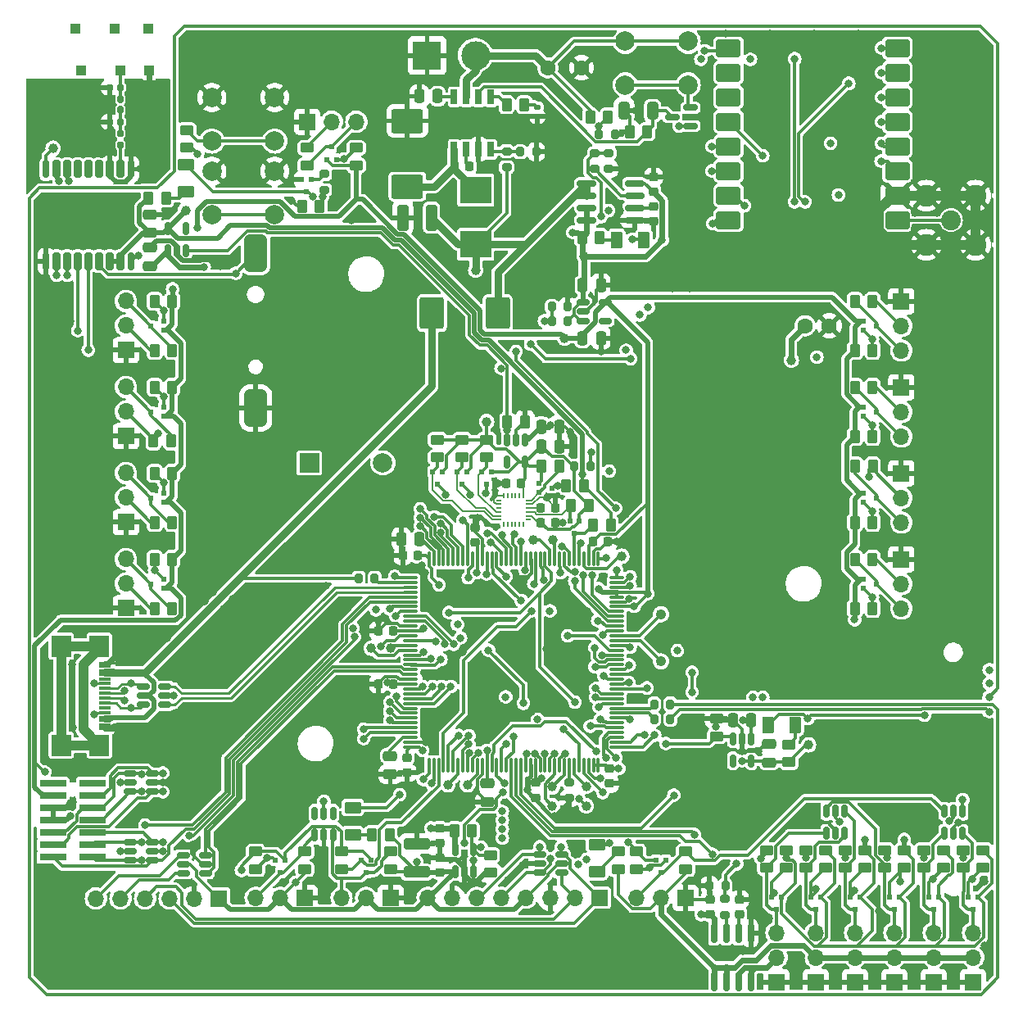
<source format=gtl>
%TF.GenerationSoftware,KiCad,Pcbnew,7.0.9*%
%TF.CreationDate,2023-11-27T13:52:55+01:00*%
%TF.ProjectId,Avionus_Flight_Controller,4176696f-6e75-4735-9f46-6c696768745f,1.0*%
%TF.SameCoordinates,Original*%
%TF.FileFunction,Copper,L1,Top*%
%TF.FilePolarity,Positive*%
%FSLAX46Y46*%
G04 Gerber Fmt 4.6, Leading zero omitted, Abs format (unit mm)*
G04 Created by KiCad (PCBNEW 7.0.9) date 2023-11-27 13:52:55*
%MOMM*%
%LPD*%
G01*
G04 APERTURE LIST*
G04 Aperture macros list*
%AMRoundRect*
0 Rectangle with rounded corners*
0 $1 Rounding radius*
0 $2 $3 $4 $5 $6 $7 $8 $9 X,Y pos of 4 corners*
0 Add a 4 corners polygon primitive as box body*
4,1,4,$2,$3,$4,$5,$6,$7,$8,$9,$2,$3,0*
0 Add four circle primitives for the rounded corners*
1,1,$1+$1,$2,$3*
1,1,$1+$1,$4,$5*
1,1,$1+$1,$6,$7*
1,1,$1+$1,$8,$9*
0 Add four rect primitives between the rounded corners*
20,1,$1+$1,$2,$3,$4,$5,0*
20,1,$1+$1,$4,$5,$6,$7,0*
20,1,$1+$1,$6,$7,$8,$9,0*
20,1,$1+$1,$8,$9,$2,$3,0*%
G04 Aperture macros list end*
%TA.AperFunction,SMDPad,CuDef*%
%ADD10RoundRect,0.200000X-0.200000X-0.275000X0.200000X-0.275000X0.200000X0.275000X-0.200000X0.275000X0*%
%TD*%
%TA.AperFunction,ComponentPad*%
%ADD11C,2.050000*%
%TD*%
%TA.AperFunction,ComponentPad*%
%ADD12C,2.250000*%
%TD*%
%TA.AperFunction,SMDPad,CuDef*%
%ADD13RoundRect,0.250000X0.262500X0.450000X-0.262500X0.450000X-0.262500X-0.450000X0.262500X-0.450000X0*%
%TD*%
%TA.AperFunction,SMDPad,CuDef*%
%ADD14R,0.500000X0.600000*%
%TD*%
%TA.AperFunction,SMDPad,CuDef*%
%ADD15RoundRect,0.225000X0.250000X-0.225000X0.250000X0.225000X-0.250000X0.225000X-0.250000X-0.225000X0*%
%TD*%
%TA.AperFunction,SMDPad,CuDef*%
%ADD16RoundRect,0.250000X-0.625000X0.375000X-0.625000X-0.375000X0.625000X-0.375000X0.625000X0.375000X0*%
%TD*%
%TA.AperFunction,ComponentPad*%
%ADD17R,1.700000X1.700000*%
%TD*%
%TA.AperFunction,ComponentPad*%
%ADD18O,1.700000X1.700000*%
%TD*%
%TA.AperFunction,SMDPad,CuDef*%
%ADD19RoundRect,0.225000X0.225000X0.250000X-0.225000X0.250000X-0.225000X-0.250000X0.225000X-0.250000X0*%
%TD*%
%TA.AperFunction,SMDPad,CuDef*%
%ADD20RoundRect,0.150000X0.512500X0.150000X-0.512500X0.150000X-0.512500X-0.150000X0.512500X-0.150000X0*%
%TD*%
%TA.AperFunction,SMDPad,CuDef*%
%ADD21RoundRect,0.200000X0.275000X-0.200000X0.275000X0.200000X-0.275000X0.200000X-0.275000X-0.200000X0*%
%TD*%
%TA.AperFunction,SMDPad,CuDef*%
%ADD22C,1.000000*%
%TD*%
%TA.AperFunction,ComponentPad*%
%ADD23C,1.080000*%
%TD*%
%TA.AperFunction,SMDPad,CuDef*%
%ADD24RoundRect,0.250000X-0.262500X-0.450000X0.262500X-0.450000X0.262500X0.450000X-0.262500X0.450000X0*%
%TD*%
%TA.AperFunction,SMDPad,CuDef*%
%ADD25RoundRect,0.250000X0.325000X0.650000X-0.325000X0.650000X-0.325000X-0.650000X0.325000X-0.650000X0*%
%TD*%
%TA.AperFunction,SMDPad,CuDef*%
%ADD26RoundRect,0.225000X-0.250000X0.225000X-0.250000X-0.225000X0.250000X-0.225000X0.250000X0.225000X0*%
%TD*%
%TA.AperFunction,ComponentPad*%
%ADD27C,2.000000*%
%TD*%
%TA.AperFunction,SMDPad,CuDef*%
%ADD28RoundRect,0.150000X0.150000X-0.825000X0.150000X0.825000X-0.150000X0.825000X-0.150000X-0.825000X0*%
%TD*%
%TA.AperFunction,SMDPad,CuDef*%
%ADD29R,0.600000X0.500000*%
%TD*%
%TA.AperFunction,SMDPad,CuDef*%
%ADD30RoundRect,0.250000X-0.250000X-0.475000X0.250000X-0.475000X0.250000X0.475000X-0.250000X0.475000X0*%
%TD*%
%TA.AperFunction,SMDPad,CuDef*%
%ADD31RoundRect,0.150000X-0.825000X-0.150000X0.825000X-0.150000X0.825000X0.150000X-0.825000X0.150000X0*%
%TD*%
%TA.AperFunction,SMDPad,CuDef*%
%ADD32RoundRect,0.250000X0.450000X-0.262500X0.450000X0.262500X-0.450000X0.262500X-0.450000X-0.262500X0*%
%TD*%
%TA.AperFunction,ComponentPad*%
%ADD33C,1.600000*%
%TD*%
%TA.AperFunction,SMDPad,CuDef*%
%ADD34RoundRect,0.160000X-0.160000X0.197500X-0.160000X-0.197500X0.160000X-0.197500X0.160000X0.197500X0*%
%TD*%
%TA.AperFunction,SMDPad,CuDef*%
%ADD35RoundRect,0.200000X-0.275000X0.200000X-0.275000X-0.200000X0.275000X-0.200000X0.275000X0.200000X0*%
%TD*%
%TA.AperFunction,SMDPad,CuDef*%
%ADD36RoundRect,0.150000X-0.512500X-0.150000X0.512500X-0.150000X0.512500X0.150000X-0.512500X0.150000X0*%
%TD*%
%TA.AperFunction,SMDPad,CuDef*%
%ADD37RoundRect,0.250000X0.375000X0.625000X-0.375000X0.625000X-0.375000X-0.625000X0.375000X-0.625000X0*%
%TD*%
%TA.AperFunction,SMDPad,CuDef*%
%ADD38RoundRect,0.150000X-0.150000X0.512500X-0.150000X-0.512500X0.150000X-0.512500X0.150000X0.512500X0*%
%TD*%
%TA.AperFunction,SMDPad,CuDef*%
%ADD39RoundRect,0.250000X0.475000X-0.250000X0.475000X0.250000X-0.475000X0.250000X-0.475000X-0.250000X0*%
%TD*%
%TA.AperFunction,SMDPad,CuDef*%
%ADD40RoundRect,0.250000X1.400000X1.000000X-1.400000X1.000000X-1.400000X-1.000000X1.400000X-1.000000X0*%
%TD*%
%TA.AperFunction,SMDPad,CuDef*%
%ADD41RoundRect,0.155000X-0.212500X-0.155000X0.212500X-0.155000X0.212500X0.155000X-0.212500X0.155000X0*%
%TD*%
%TA.AperFunction,SMDPad,CuDef*%
%ADD42RoundRect,0.250000X-0.375000X-0.625000X0.375000X-0.625000X0.375000X0.625000X-0.375000X0.625000X0*%
%TD*%
%TA.AperFunction,SMDPad,CuDef*%
%ADD43RoundRect,0.050000X0.050000X-0.225000X0.050000X0.225000X-0.050000X0.225000X-0.050000X-0.225000X0*%
%TD*%
%TA.AperFunction,SMDPad,CuDef*%
%ADD44RoundRect,0.050000X0.225000X0.050000X-0.225000X0.050000X-0.225000X-0.050000X0.225000X-0.050000X0*%
%TD*%
%TA.AperFunction,SMDPad,CuDef*%
%ADD45RoundRect,0.250000X-0.475000X0.250000X-0.475000X-0.250000X0.475000X-0.250000X0.475000X0.250000X0*%
%TD*%
%TA.AperFunction,SMDPad,CuDef*%
%ADD46RoundRect,0.150000X0.587500X0.150000X-0.587500X0.150000X-0.587500X-0.150000X0.587500X-0.150000X0*%
%TD*%
%TA.AperFunction,SMDPad,CuDef*%
%ADD47RoundRect,0.150000X0.150000X-0.512500X0.150000X0.512500X-0.150000X0.512500X-0.150000X-0.512500X0*%
%TD*%
%TA.AperFunction,SMDPad,CuDef*%
%ADD48RoundRect,0.200000X0.200000X0.275000X-0.200000X0.275000X-0.200000X-0.275000X0.200000X-0.275000X0*%
%TD*%
%TA.AperFunction,SMDPad,CuDef*%
%ADD49R,3.200000X2.800000*%
%TD*%
%TA.AperFunction,SMDPad,CuDef*%
%ADD50RoundRect,0.250000X-0.450000X0.262500X-0.450000X-0.262500X0.450000X-0.262500X0.450000X0.262500X0*%
%TD*%
%TA.AperFunction,SMDPad,CuDef*%
%ADD51RoundRect,0.250000X0.325000X1.100000X-0.325000X1.100000X-0.325000X-1.100000X0.325000X-1.100000X0*%
%TD*%
%TA.AperFunction,SMDPad,CuDef*%
%ADD52RoundRect,0.155000X0.212500X0.155000X-0.212500X0.155000X-0.212500X-0.155000X0.212500X-0.155000X0*%
%TD*%
%TA.AperFunction,SMDPad,CuDef*%
%ADD53RoundRect,0.250000X0.250000X0.475000X-0.250000X0.475000X-0.250000X-0.475000X0.250000X-0.475000X0*%
%TD*%
%TA.AperFunction,SMDPad,CuDef*%
%ADD54R,1.150000X0.300000*%
%TD*%
%TA.AperFunction,SMDPad,CuDef*%
%ADD55R,2.000000X2.180000*%
%TD*%
%TA.AperFunction,SMDPad,CuDef*%
%ADD56RoundRect,0.225000X-0.225000X-0.250000X0.225000X-0.250000X0.225000X0.250000X-0.225000X0.250000X0*%
%TD*%
%TA.AperFunction,SMDPad,CuDef*%
%ADD57RoundRect,0.160000X0.160000X-0.222500X0.160000X0.222500X-0.160000X0.222500X-0.160000X-0.222500X0*%
%TD*%
%TA.AperFunction,SMDPad,CuDef*%
%ADD58R,0.650000X1.525000*%
%TD*%
%TA.AperFunction,SMDPad,CuDef*%
%ADD59RoundRect,0.250000X-1.000000X1.400000X-1.000000X-1.400000X1.000000X-1.400000X1.000000X1.400000X0*%
%TD*%
%TA.AperFunction,SMDPad,CuDef*%
%ADD60RoundRect,0.600000X0.600000X-1.350000X0.600000X1.350000X-0.600000X1.350000X-0.600000X-1.350000X0*%
%TD*%
%TA.AperFunction,SMDPad,CuDef*%
%ADD61R,1.000000X1.000000*%
%TD*%
%TA.AperFunction,SMDPad,CuDef*%
%ADD62RoundRect,0.140000X-0.170000X0.140000X-0.170000X-0.140000X0.170000X-0.140000X0.170000X0.140000X0*%
%TD*%
%TA.AperFunction,SMDPad,CuDef*%
%ADD63RoundRect,0.075000X0.662500X0.075000X-0.662500X0.075000X-0.662500X-0.075000X0.662500X-0.075000X0*%
%TD*%
%TA.AperFunction,SMDPad,CuDef*%
%ADD64RoundRect,0.075000X0.075000X0.662500X-0.075000X0.662500X-0.075000X-0.662500X0.075000X-0.662500X0*%
%TD*%
%TA.AperFunction,SMDPad,CuDef*%
%ADD65RoundRect,0.178000X1.072000X0.712000X-1.072000X0.712000X-1.072000X-0.712000X1.072000X-0.712000X0*%
%TD*%
%TA.AperFunction,ComponentPad*%
%ADD66R,3.000000X3.000000*%
%TD*%
%TA.AperFunction,ComponentPad*%
%ADD67C,3.000000*%
%TD*%
%TA.AperFunction,SMDPad,CuDef*%
%ADD68RoundRect,0.250000X1.100000X-0.325000X1.100000X0.325000X-1.100000X0.325000X-1.100000X-0.325000X0*%
%TD*%
%TA.AperFunction,SMDPad,CuDef*%
%ADD69RoundRect,0.175000X0.175000X-0.725000X0.175000X0.725000X-0.175000X0.725000X-0.175000X-0.725000X0*%
%TD*%
%TA.AperFunction,SMDPad,CuDef*%
%ADD70RoundRect,0.200000X0.200000X-0.700000X0.200000X0.700000X-0.200000X0.700000X-0.200000X-0.700000X0*%
%TD*%
%TA.AperFunction,ComponentPad*%
%ADD71R,2.000000X2.000000*%
%TD*%
%TA.AperFunction,SMDPad,CuDef*%
%ADD72R,2.790000X0.740000*%
%TD*%
%TA.AperFunction,ViaPad*%
%ADD73C,0.800000*%
%TD*%
%TA.AperFunction,ViaPad*%
%ADD74C,0.700000*%
%TD*%
%TA.AperFunction,Conductor*%
%ADD75C,0.300000*%
%TD*%
%TA.AperFunction,Conductor*%
%ADD76C,0.600000*%
%TD*%
%TA.AperFunction,Conductor*%
%ADD77C,0.500000*%
%TD*%
%TA.AperFunction,Conductor*%
%ADD78C,0.200000*%
%TD*%
%TA.AperFunction,Conductor*%
%ADD79C,1.000000*%
%TD*%
%TA.AperFunction,Conductor*%
%ADD80C,0.400000*%
%TD*%
%TA.AperFunction,Conductor*%
%ADD81C,0.750000*%
%TD*%
%TA.AperFunction,Conductor*%
%ADD82C,0.250000*%
%TD*%
%TA.AperFunction,Conductor*%
%ADD83C,0.261112*%
%TD*%
%TA.AperFunction,Conductor*%
%ADD84C,0.360000*%
%TD*%
G04 APERTURE END LIST*
D10*
%TO.P,R207,1*%
%TO.N,Net-(U202-FB)*%
X76886300Y-39175800D03*
%TO.P,R207,2*%
%TO.N,GND*%
X78536300Y-39175800D03*
%TD*%
D11*
%TO.P,J901,1,In*%
%TO.N,Net-(J901-In)*%
X121412000Y-46228000D03*
D12*
%TO.P,J901,2,Ext*%
%TO.N,GND*%
X118872000Y-43688000D03*
X118872000Y-48768000D03*
X123952000Y-43688000D03*
X123952000Y-48768000D03*
%TD*%
D13*
%TO.P,R1221,1*%
%TO.N,/SERVO/CH8_OUT*%
X40917500Y-59690000D03*
%TO.P,R1221,2*%
%TO.N,/POWER/SERVO_5V5*%
X39092500Y-59690000D03*
%TD*%
D14*
%TO.P,Q1505,1,G*%
%TO.N,/IMU/VDD_1V8*%
X73906000Y-72248000D03*
%TO.P,Q1505,2,S*%
%TO.N,/IMU/NCS_VIO*%
X72906000Y-72248000D03*
%TO.P,Q1505,3,D*%
%TO.N,/IMU/NCS*%
X73406000Y-73548000D03*
%TD*%
D13*
%TO.P,R1228,1*%
%TO.N,/SERVO/CH15*%
X113307500Y-86360000D03*
%TO.P,R1228,2*%
%TO.N,/DEBUG/T_VCC*%
X111482500Y-86360000D03*
%TD*%
D15*
%TO.P,C212,1*%
%TO.N,/LIDAR/VDD*%
X68580000Y-113678000D03*
%TO.P,C212,2*%
%TO.N,GND*%
X68580000Y-112128000D03*
%TD*%
D16*
%TO.P,D208,1,K*%
%TO.N,Net-(D204-K)*%
X59563000Y-106931000D03*
%TO.P,D208,2,A*%
%TO.N,Net-(D208-A)*%
X59563000Y-109731000D03*
%TD*%
D17*
%TO.P,J1213,1,Pin_1*%
%TO.N,GND*%
X116275000Y-54625000D03*
D18*
%TO.P,J1213,2,Pin_2*%
%TO.N,/POWER/SERVO_5V5*%
X116275000Y-57165000D03*
%TO.P,J1213,3,Pin_3*%
%TO.N,/SERVO/CH12_OUT*%
X116275000Y-59705000D03*
%TD*%
D19*
%TO.P,C208,1*%
%TO.N,Net-(U202-BST)*%
X71641000Y-40690800D03*
%TO.P,C208,2*%
%TO.N,Net-(D202-K)*%
X70091000Y-40690800D03*
%TD*%
D14*
%TO.P,Q1102,1,G*%
%TO.N,/DEBUG/T_VCC*%
X61460000Y-112380000D03*
%TO.P,Q1102,2,S*%
%TO.N,/MCU/UART4_TX*%
X60460000Y-112380000D03*
%TO.P,Q1102,3,D*%
%TO.N,Net-(J1102-Pin_3)*%
X60960000Y-113680000D03*
%TD*%
D20*
%TO.P,U1402,1,I/O1*%
%TO.N,/LIDAR/GPIO1*%
X44317500Y-113751400D03*
%TO.P,U1402,2,GND*%
%TO.N,GND*%
X44317500Y-112801400D03*
%TO.P,U1402,3,I/O2*%
%TO.N,/LIDAR/XSHUT*%
X44317500Y-111851400D03*
%TO.P,U1402,4,I/O2*%
%TO.N,/LIDAR/CONN_XSHUT*%
X42042500Y-111851400D03*
%TO.P,U1402,5,VBUS*%
%TO.N,/LIDAR/VDD*%
X42042500Y-112801400D03*
%TO.P,U1402,6,I/O1*%
%TO.N,/LIDAR/CONN_GPIO1*%
X42042500Y-113751400D03*
%TD*%
D14*
%TO.P,Q1101,1,G*%
%TO.N,/DEBUG/T_VCC*%
X52570000Y-112380000D03*
%TO.P,Q1101,2,S*%
%TO.N,/MCU/TIM9_CH2*%
X51570000Y-112380000D03*
%TO.P,Q1101,3,D*%
%TO.N,Net-(J1101-Pin_3)*%
X52070000Y-113680000D03*
%TD*%
D21*
%TO.P,R221,1*%
%TO.N,Net-(U209-VIOUT)*%
X98044000Y-118046000D03*
%TO.P,R221,2*%
%TO.N,/MCU/ADC2_IN15*%
X98044000Y-116396000D03*
%TD*%
D17*
%TO.P,J1203,1,Pin_1*%
%TO.N,GND*%
X111506000Y-124968000D03*
D18*
%TO.P,J1203,2,Pin_2*%
%TO.N,/POWER/SERVO_5V5*%
X111506000Y-122428000D03*
%TO.P,J1203,3,Pin_3*%
%TO.N,/SERVO/CH2_OUT*%
X111506000Y-119888000D03*
%TD*%
D22*
%TO.P,TP308,1,1*%
%TO.N,Net-(U301-PB8)*%
X83718400Y-104749600D03*
%TD*%
D23*
%TO.P,Y301,1,1*%
%TO.N,Net-(U301-PH1)*%
X91440000Y-86968000D03*
%TO.P,Y301,2,2*%
%TO.N,Net-(U301-PH0)*%
X91440000Y-91848000D03*
%TD*%
D24*
%TO.P,R1218,1*%
%TO.N,/SERVO/CH9*%
X39092500Y-63500000D03*
%TO.P,R1218,2*%
%TO.N,/DEBUG/T_VCC*%
X40917500Y-63500000D03*
%TD*%
D20*
%TO.P,U402,1,I/O1*%
%TO.N,/DEBUG/GNDDetect*%
X38881900Y-105293200D03*
%TO.P,U402,2,GND*%
%TO.N,GND*%
X38881900Y-104343200D03*
%TO.P,U402,3,I/O2*%
%TO.N,/DEBUG/T_JTMS{slash}T_SWDIO*%
X38881900Y-103393200D03*
%TO.P,U402,4,I/O3*%
%TO.N,/DEBUG/T_JCLK{slash}T_SWCLK*%
X36606900Y-103393200D03*
%TO.P,U402,5,VBUS*%
%TO.N,/DEBUG/T_VCC*%
X36606900Y-104343200D03*
%TO.P,U402,6,I/O4*%
%TO.N,/DEBUG/T_JTDO{slash}T_SWO*%
X36606900Y-105293200D03*
%TD*%
D25*
%TO.P,C202,1*%
%TO.N,Net-(U202-EN)*%
X90565500Y-34934000D03*
%TO.P,C202,2*%
%TO.N,GND*%
X87615500Y-34934000D03*
%TD*%
D26*
%TO.P,C220,1*%
%TO.N,GND*%
X90678000Y-41770000D03*
%TO.P,C220,2*%
%TO.N,/POWER/D1_5V*%
X90678000Y-43320000D03*
%TD*%
D22*
%TO.P,TP801,1,1*%
%TO.N,/MCU/USB_OTG_HS_SOF*%
X87376000Y-80975200D03*
%TD*%
D27*
%TO.P,SW201,1,1*%
%TO.N,Net-(D201-Pad2)*%
X94245500Y-32258000D03*
X87745500Y-32258000D03*
%TO.P,SW201,2,2*%
%TO.N,/POWER/PWR_IN*%
X94245500Y-27758000D03*
X87745500Y-27758000D03*
%TD*%
D22*
%TO.P,TP302,1,1*%
%TO.N,Net-(U301-PG3)*%
X61468000Y-90474800D03*
%TD*%
D10*
%TO.P,R217,1*%
%TO.N,/MCU/ADC1_IN12*%
X80150200Y-55168800D03*
%TO.P,R217,2*%
%TO.N,GND*%
X81800200Y-55168800D03*
%TD*%
D28*
%TO.P,U209,1,IP+*%
%TO.N,/POWER/SERVO_5V5*%
X96901000Y-124903000D03*
%TO.P,U209,2,IP+*%
X98171000Y-124903000D03*
%TO.P,U209,3,IP-*%
%TO.N,/POWER/SERVO_ESC*%
X99441000Y-124903000D03*
%TO.P,U209,4,IP-*%
X100711000Y-124903000D03*
%TO.P,U209,5,GND*%
%TO.N,GND*%
X100711000Y-119953000D03*
%TO.P,U209,6,FILTER*%
%TO.N,Net-(U209-FILTER)*%
X99441000Y-119953000D03*
%TO.P,U209,7,VIOUT*%
%TO.N,Net-(U209-VIOUT)*%
X98171000Y-119953000D03*
%TO.P,U209,8,VCC*%
%TO.N,/POWER/D1_5V*%
X96901000Y-119953000D03*
%TD*%
D22*
%TO.P,TP305,1,1*%
%TO.N,Net-(U301-PB4)*%
X83718400Y-106781600D03*
%TD*%
D13*
%TO.P,R1223,1*%
%TO.N,/SERVO/CH10_OUT*%
X40917500Y-77470000D03*
%TO.P,R1223,2*%
%TO.N,/POWER/SERVO_5V5*%
X39092500Y-77470000D03*
%TD*%
D17*
%TO.P,J1201,1,Pin_1*%
%TO.N,GND*%
X103378000Y-124968000D03*
D18*
%TO.P,J1201,2,Pin_2*%
%TO.N,/POWER/SERVO_ESC*%
X103378000Y-122428000D03*
%TO.P,J1201,3,Pin_3*%
%TO.N,/SERVO/CH0_OUT*%
X103378000Y-119888000D03*
%TD*%
D29*
%TO.P,Q1215,1,G*%
%TO.N,/DEBUG/T_VCC*%
X112380000Y-74430000D03*
%TO.P,Q1215,2,S*%
%TO.N,/SERVO/CH14*%
X112380000Y-75430000D03*
%TO.P,Q1215,3,D*%
%TO.N,/SERVO/CH14_OUT*%
X113680000Y-74930000D03*
%TD*%
D22*
%TO.P,TP207,1,1*%
%TO.N,/POWER/5V_BUCK*%
X72288400Y-51409600D03*
%TD*%
D13*
%TO.P,R1226,1*%
%TO.N,/SERVO/CH13*%
X113307500Y-68580000D03*
%TO.P,R1226,2*%
%TO.N,/DEBUG/T_VCC*%
X111482500Y-68580000D03*
%TD*%
D29*
%TO.P,Q1212,1,G*%
%TO.N,/DEBUG/T_VCC*%
X40020000Y-84320000D03*
%TO.P,Q1212,2,S*%
%TO.N,/SERVO/CH11*%
X40020000Y-83320000D03*
%TO.P,Q1212,3,D*%
%TO.N,/SERVO/CH11_OUT*%
X38720000Y-83820000D03*
%TD*%
D21*
%TO.P,R229,1*%
%TO.N,/MCU/GPIO_PG4*%
X56642000Y-43116000D03*
%TO.P,R229,2*%
%TO.N,Net-(Q201-G)*%
X56642000Y-41466000D03*
%TD*%
D30*
%TO.P,C218,1*%
%TO.N,/DEBUG/T_VCC*%
X83317000Y-58420000D03*
%TO.P,C218,2*%
%TO.N,GND*%
X85217000Y-58420000D03*
%TD*%
D17*
%TO.P,J1102,1,Pin_1*%
%TO.N,GND*%
X63485000Y-116275000D03*
D18*
%TO.P,J1102,2,Pin_2*%
%TO.N,/LIDAR/VDD*%
X60945000Y-116275000D03*
%TO.P,J1102,3,Pin_3*%
%TO.N,Net-(J1102-Pin_3)*%
X58405000Y-116275000D03*
%TD*%
D31*
%TO.P,U208,1,IP+*%
%TO.N,/POWER/5V_BUCK*%
X83758000Y-42418000D03*
%TO.P,U208,2,IP+*%
X83758000Y-43688000D03*
%TO.P,U208,3,IP-*%
%TO.N,/POWER/D1_5V*%
X83758000Y-44958000D03*
%TO.P,U208,4,IP-*%
X83758000Y-46228000D03*
%TO.P,U208,5,GND*%
%TO.N,GND*%
X88708000Y-46228000D03*
%TO.P,U208,6,FILTER*%
%TO.N,Net-(U208-FILTER)*%
X88708000Y-44958000D03*
%TO.P,U208,7,VIOUT*%
%TO.N,Net-(U208-VIOUT)*%
X88708000Y-43688000D03*
%TO.P,U208,8,VCC*%
%TO.N,/POWER/D1_5V*%
X88708000Y-42418000D03*
%TD*%
D32*
%TO.P,R1204,1*%
%TO.N,/SERVO/CH3*%
X116586000Y-113180500D03*
%TO.P,R1204,2*%
%TO.N,/DEBUG/T_VCC*%
X116586000Y-111355500D03*
%TD*%
D13*
%TO.P,R228,1*%
%TO.N,/MCU/GPIO_PG4*%
X56157500Y-44831000D03*
%TO.P,R228,2*%
%TO.N,GND*%
X54332500Y-44831000D03*
%TD*%
D33*
%TO.P,C226,1*%
%TO.N,/POWER/SERVO_5V5*%
X106319000Y-57150000D03*
%TO.P,C226,2*%
%TO.N,GND*%
X108819000Y-57150000D03*
%TD*%
D10*
%TO.P,R303,1*%
%TO.N,/MCU/USB_OTG_HS_VBUS*%
X60185800Y-83261200D03*
%TO.P,R303,2*%
%TO.N,Net-(U301-PB13)*%
X61835800Y-83261200D03*
%TD*%
D34*
%TO.P,R1001,1*%
%TO.N,Net-(C1001-Pad2)*%
X35558000Y-37260500D03*
%TO.P,R1001,2*%
%TO.N,Net-(U1001-RF_IN)*%
X35558000Y-38455500D03*
%TD*%
D27*
%TO.P,SW301,1,1*%
%TO.N,GND*%
X45010000Y-41184000D03*
X51510000Y-41184000D03*
%TO.P,SW301,2,2*%
%TO.N,/DEBUG/T_NRST *%
X45010000Y-45684000D03*
X51510000Y-45684000D03*
%TD*%
D32*
%TO.P,R1214,1*%
%TO.N,/SERVO/CH5_OUT*%
X122682000Y-113180500D03*
%TO.P,R1214,2*%
%TO.N,/POWER/SERVO_5V5*%
X122682000Y-111355500D03*
%TD*%
D22*
%TO.P,TP301,1,1*%
%TO.N,Net-(U301-PG2)*%
X63500000Y-90474800D03*
%TD*%
D13*
%TO.P,R1224,1*%
%TO.N,/SERVO/CH11_OUT*%
X40917500Y-86360000D03*
%TO.P,R1224,2*%
%TO.N,/POWER/SERVO_5V5*%
X39092500Y-86360000D03*
%TD*%
D24*
%TO.P,R210,1*%
%TO.N,/POWER/PWR_IN*%
X84114000Y-35569000D03*
%TO.P,R210,2*%
%TO.N,/MCU/ADC2_IN10*%
X85939000Y-35569000D03*
%TD*%
D13*
%TO.P,R202,1*%
%TO.N,/MCU/GPIO_PE4*%
X71905500Y-109347000D03*
%TO.P,R202,2*%
%TO.N,/POWER/D1_5V*%
X70080500Y-109347000D03*
%TD*%
D24*
%TO.P,R1220,1*%
%TO.N,/SERVO/CH11*%
X39092500Y-81280000D03*
%TO.P,R1220,2*%
%TO.N,/DEBUG/T_VCC*%
X40917500Y-81280000D03*
%TD*%
D17*
%TO.P,J1214,1,Pin_1*%
%TO.N,GND*%
X116275000Y-63515000D03*
D18*
%TO.P,J1214,2,Pin_2*%
%TO.N,/POWER/SERVO_5V5*%
X116275000Y-66055000D03*
%TO.P,J1214,3,Pin_3*%
%TO.N,/SERVO/CH13_OUT*%
X116275000Y-68595000D03*
%TD*%
D32*
%TO.P,R1202,1*%
%TO.N,/SERVO/CH1*%
X108458000Y-113180500D03*
%TO.P,R1202,2*%
%TO.N,/DEBUG/T_VCC*%
X108458000Y-111355500D03*
%TD*%
D22*
%TO.P,TP206,1,1*%
%TO.N,/DEBUG/T_VCC*%
X81473000Y-58420000D03*
%TD*%
D35*
%TO.P,R304,1*%
%TO.N,/MCU/BOOT0*%
X81950000Y-104331000D03*
%TO.P,R304,2*%
%TO.N,GND*%
X81950000Y-105981000D03*
%TD*%
D17*
%TO.P,J1202,1,Pin_1*%
%TO.N,GND*%
X107442000Y-124968000D03*
D18*
%TO.P,J1202,2,Pin_2*%
%TO.N,/POWER/SERVO_5V5*%
X107442000Y-122428000D03*
%TO.P,J1202,3,Pin_3*%
%TO.N,/SERVO/CH1_OUT*%
X107442000Y-119888000D03*
%TD*%
D22*
%TO.P,TP204,1,1*%
%TO.N,/IMU/VDD_1V8*%
X73406000Y-67056000D03*
%TD*%
%TO.P,TP310,1,1*%
%TO.N,Net-(U301-PD5)*%
X71424800Y-104597200D03*
%TD*%
D30*
%TO.P,C210,1*%
%TO.N,/POWER/D1_5V*%
X79060000Y-67564000D03*
%TO.P,C210,2*%
%TO.N,GND*%
X80960000Y-67564000D03*
%TD*%
D22*
%TO.P,TP306,1,1*%
%TO.N,Net-(U301-PB5)*%
X80213200Y-106781600D03*
%TD*%
D32*
%TO.P,R1206,1*%
%TO.N,/SERVO/CH1_OUT*%
X106426000Y-113180500D03*
%TO.P,R1206,2*%
%TO.N,/POWER/SERVO_5V5*%
X106426000Y-111355500D03*
%TD*%
D36*
%TO.P,U207,1,VIN*%
%TO.N,/POWER/D1_5V*%
X83378000Y-54742000D03*
%TO.P,U207,2,GND*%
%TO.N,GND*%
X83378000Y-55692000D03*
%TO.P,U207,3,EN*%
%TO.N,/POWER/D1_5V*%
X83378000Y-56642000D03*
%TO.P,U207,4,NC*%
%TO.N,unconnected-(U207-NC-Pad4)*%
X85653000Y-56642000D03*
%TO.P,U207,5,VOUT*%
%TO.N,/DEBUG/T_VCC*%
X85653000Y-54742000D03*
%TD*%
D32*
%TO.P,R1215,1*%
%TO.N,/SERVO/CH6_OUT*%
X54849000Y-40583000D03*
%TO.P,R1215,2*%
%TO.N,/POWER/SERVO_5V5*%
X54849000Y-38758000D03*
%TD*%
D24*
%TO.P,R208,1*%
%TO.N,/MCU/GPIO_PF11*%
X75541500Y-67056000D03*
%TO.P,R208,2*%
%TO.N,GND*%
X77366500Y-67056000D03*
%TD*%
D33*
%TO.P,C205,1*%
%TO.N,/POWER/PWR_IN*%
X79720500Y-30489000D03*
%TO.P,C205,2*%
%TO.N,GND*%
X83220500Y-30489000D03*
%TD*%
D21*
%TO.P,R206,1*%
%TO.N,/POWER/5V_BUCK*%
X75476100Y-40762800D03*
%TO.P,R206,2*%
%TO.N,Net-(U202-FB)*%
X75476100Y-39112800D03*
%TD*%
D15*
%TO.P,C224,1*%
%TO.N,Net-(U209-FILTER)*%
X99568000Y-117996000D03*
%TO.P,C224,2*%
%TO.N,GND*%
X99568000Y-116446000D03*
%TD*%
D26*
%TO.P,C305,1*%
%TO.N,/DEBUG/T_VCC*%
X65176400Y-101790200D03*
%TO.P,C305,2*%
%TO.N,GND*%
X65176400Y-103340200D03*
%TD*%
D32*
%TO.P,R1209,1*%
%TO.N,/SERVO/CH4*%
X120650000Y-113180500D03*
%TO.P,R1209,2*%
%TO.N,/DEBUG/T_VCC*%
X120650000Y-111355500D03*
%TD*%
D26*
%TO.P,C221,1*%
%TO.N,GND*%
X96520000Y-116446000D03*
%TO.P,C221,2*%
%TO.N,/POWER/D1_5V*%
X96520000Y-117996000D03*
%TD*%
D21*
%TO.P,R222,1*%
%TO.N,GND*%
X86055200Y-40957000D03*
%TO.P,R222,2*%
%TO.N,/MCU/ADC2_IN11*%
X86055200Y-39307000D03*
%TD*%
D14*
%TO.P,Q1205,1,G*%
%TO.N,/DEBUG/T_VCC*%
X120134000Y-116190000D03*
%TO.P,Q1205,2,S*%
%TO.N,/SERVO/CH4*%
X119134000Y-116190000D03*
%TO.P,Q1205,3,D*%
%TO.N,/SERVO/CH4_OUT*%
X119634000Y-117490000D03*
%TD*%
D16*
%TO.P,D205,1,K*%
%TO.N,Net-(D204-K)*%
X42291000Y-40510000D03*
%TO.P,D205,2,A*%
%TO.N,Net-(D205-A)*%
X42291000Y-43310000D03*
%TD*%
D17*
%TO.P,J1207,1,Pin_1*%
%TO.N,GND*%
X54864000Y-36068000D03*
D18*
%TO.P,J1207,2,Pin_2*%
%TO.N,/POWER/SERVO_5V5*%
X57404000Y-36068000D03*
%TO.P,J1207,3,Pin_3*%
%TO.N,/SERVO/CH6_OUT*%
X59944000Y-36068000D03*
%TD*%
D26*
%TO.P,C316,1*%
%TO.N,/DEBUG/T_VCC*%
X78450000Y-104381000D03*
%TO.P,C316,2*%
%TO.N,GND*%
X78450000Y-105931000D03*
%TD*%
D37*
%TO.P,D204,1,K*%
%TO.N,Net-(D204-K)*%
X89665000Y-48260000D03*
%TO.P,D204,2,A*%
%TO.N,Net-(D204-A)*%
X86865000Y-48260000D03*
%TD*%
D22*
%TO.P,TP201,1,1*%
%TO.N,/POWER/D3_3V3*%
X106680000Y-100457000D03*
%TD*%
%TO.P,TP303,1,1*%
%TO.N,Net-(U301-PB0)*%
X80264000Y-79248000D03*
%TD*%
%TO.P,TP307,1,1*%
%TO.N,Net-(U301-PB7)*%
X80213200Y-104800400D03*
%TD*%
D17*
%TO.P,J1216,1,Pin_1*%
%TO.N,GND*%
X116275000Y-81295000D03*
D18*
%TO.P,J1216,2,Pin_2*%
%TO.N,/POWER/SERVO_5V5*%
X116275000Y-83835000D03*
%TO.P,J1216,3,Pin_3*%
%TO.N,/SERVO/CH15_OUT*%
X116275000Y-86375000D03*
%TD*%
D38*
%TO.P,U201,1,VIN*%
%TO.N,/POWER/D1_5V*%
X100772000Y-99827500D03*
%TO.P,U201,2,GND*%
%TO.N,GND*%
X99822000Y-99827500D03*
%TO.P,U201,3,EN*%
%TO.N,/MCU/GPIO_PG15*%
X98872000Y-99827500D03*
%TO.P,U201,4,NC*%
%TO.N,unconnected-(U201-NC-Pad4)*%
X98872000Y-102102500D03*
%TO.P,U201,5,VOUT*%
%TO.N,/POWER/D3_3V3*%
X100772000Y-102102500D03*
%TD*%
D19*
%TO.P,C308,1*%
%TO.N,/DEBUG/T_VCC*%
X66307000Y-80924400D03*
%TO.P,C308,2*%
%TO.N,GND*%
X64757000Y-80924400D03*
%TD*%
D39*
%TO.P,C203,1*%
%TO.N,/POWER/D3_3V3*%
X102616000Y-102296000D03*
%TO.P,C203,2*%
%TO.N,GND*%
X102616000Y-100396000D03*
%TD*%
D40*
%TO.P,D202,1,K*%
%TO.N,Net-(D202-K)*%
X65214500Y-42779000D03*
%TO.P,D202,2,A*%
%TO.N,GND*%
X65214500Y-35979000D03*
%TD*%
D32*
%TO.P,R1205,1*%
%TO.N,/SERVO/CH0_OUT*%
X102362000Y-113180500D03*
%TO.P,R1205,2*%
%TO.N,/POWER/SERVO_ESC*%
X102362000Y-111355500D03*
%TD*%
D38*
%TO.P,U205,1,VIN*%
%TO.N,/POWER/D1_5V*%
X77404000Y-68966500D03*
%TO.P,U205,2,GND*%
%TO.N,GND*%
X76454000Y-68966500D03*
%TO.P,U205,3,EN*%
%TO.N,/MCU/GPIO_PF11*%
X75504000Y-68966500D03*
%TO.P,U205,4,NC*%
%TO.N,unconnected-(U205-NC-Pad4)*%
X75504000Y-71241500D03*
%TO.P,U205,5,VOUT*%
%TO.N,/IMU/VDD_1V8*%
X77404000Y-71241500D03*
%TD*%
D22*
%TO.P,TP1001,1,1*%
%TO.N,Net-(U1001-~{SAFEBOOT})*%
X28600400Y-38811200D03*
%TD*%
D14*
%TO.P,Q1203,1,G*%
%TO.N,/DEBUG/T_VCC*%
X112006000Y-116190000D03*
%TO.P,Q1203,2,S*%
%TO.N,/SERVO/CH2*%
X111006000Y-116190000D03*
%TO.P,Q1203,3,D*%
%TO.N,/SERVO/CH2_OUT*%
X111506000Y-117490000D03*
%TD*%
D41*
%TO.P,C1001,1*%
%TO.N,GND*%
X34423000Y-36080000D03*
%TO.P,C1001,2*%
%TO.N,Net-(C1001-Pad2)*%
X35558000Y-36080000D03*
%TD*%
D24*
%TO.P,R1217,1*%
%TO.N,/SERVO/CH8*%
X39092500Y-54610000D03*
%TO.P,R1217,2*%
%TO.N,/DEBUG/T_VCC*%
X40917500Y-54610000D03*
%TD*%
D42*
%TO.P,D206,1,K*%
%TO.N,Net-(D204-K)*%
X102486000Y-98425000D03*
%TO.P,D206,2,A*%
%TO.N,Net-(D206-A)*%
X105286000Y-98425000D03*
%TD*%
D14*
%TO.P,Q1202,1,G*%
%TO.N,/DEBUG/T_VCC*%
X107942000Y-116190000D03*
%TO.P,Q1202,2,S*%
%TO.N,/SERVO/CH1*%
X106942000Y-116190000D03*
%TO.P,Q1202,3,D*%
%TO.N,/SERVO/CH1_OUT*%
X107442000Y-117490000D03*
%TD*%
D10*
%TO.P,R223,1*%
%TO.N,GND*%
X96457000Y-114985800D03*
%TO.P,R223,2*%
%TO.N,/MCU/ADC2_IN15*%
X98107000Y-114985800D03*
%TD*%
D43*
%TO.P,U1501,1,NC*%
%TO.N,unconnected-(U1501-NC-Pad1)*%
X75200000Y-77700000D03*
%TO.P,U1501,2,NC*%
%TO.N,unconnected-(U1501-NC-Pad2)*%
X75600000Y-77700000D03*
%TO.P,U1501,3,NC*%
%TO.N,unconnected-(U1501-NC-Pad3)*%
X76000000Y-77700000D03*
%TO.P,U1501,4,NC*%
%TO.N,unconnected-(U1501-NC-Pad4)*%
X76400000Y-77700000D03*
%TO.P,U1501,5,NC*%
%TO.N,unconnected-(U1501-NC-Pad5)*%
X76800000Y-77700000D03*
%TO.P,U1501,6,NC*%
%TO.N,unconnected-(U1501-NC-Pad6)*%
X77200000Y-77700000D03*
D44*
%TO.P,U1501,7,AUX_CL*%
%TO.N,unconnected-(U1501-AUX_CL-Pad7)*%
X77700000Y-77200000D03*
%TO.P,U1501,8,VDDIO*%
%TO.N,/IMU/VDD_1V8*%
X77700000Y-76800000D03*
%TO.P,U1501,9,SDO/AD0*%
%TO.N,/IMU/SDO_VIO*%
X77700000Y-76400000D03*
%TO.P,U1501,10,REGOUT*%
%TO.N,Net-(U1501-REGOUT)*%
X77700000Y-76000000D03*
%TO.P,U1501,11,FSYNC*%
%TO.N,GND*%
X77700000Y-75600000D03*
%TO.P,U1501,12,INT1*%
%TO.N,/IMU/INT1_VIO*%
X77700000Y-75200000D03*
D43*
%TO.P,U1501,13,VDD*%
%TO.N,/IMU/VDD_1V8*%
X77200000Y-74700000D03*
%TO.P,U1501,14,NC*%
%TO.N,unconnected-(U1501-NC-Pad14)*%
X76800000Y-74700000D03*
%TO.P,U1501,15,NC*%
%TO.N,unconnected-(U1501-NC-Pad15)*%
X76400000Y-74700000D03*
%TO.P,U1501,16,NC*%
%TO.N,unconnected-(U1501-NC-Pad16)*%
X76000000Y-74700000D03*
%TO.P,U1501,17,NC*%
%TO.N,unconnected-(U1501-NC-Pad17)*%
X75600000Y-74700000D03*
%TO.P,U1501,18,GND*%
%TO.N,GND*%
X75200000Y-74700000D03*
D44*
%TO.P,U1501,19,RESV*%
%TO.N,unconnected-(U1501-RESV-Pad19)*%
X74700000Y-75200000D03*
%TO.P,U1501,20,GND*%
%TO.N,GND*%
X74700000Y-75600000D03*
%TO.P,U1501,21,AUX_DA*%
%TO.N,unconnected-(U1501-AUX_DA-Pad21)*%
X74700000Y-76000000D03*
%TO.P,U1501,22,~{CS}*%
%TO.N,/IMU/NCS_VIO*%
X74700000Y-76400000D03*
%TO.P,U1501,23,SCL/SCLK*%
%TO.N,/IMU/SCLK_VIO*%
X74700000Y-76800000D03*
%TO.P,U1501,24,SDA/SDI*%
%TO.N,/IMU/SDI_VIO*%
X74700000Y-77200000D03*
%TD*%
D13*
%TO.P,R1501,1*%
%TO.N,/IMU/INT1_VIO*%
X80922500Y-71628000D03*
%TO.P,R1501,2*%
%TO.N,/IMU/VDD_1V8*%
X79097500Y-71628000D03*
%TD*%
D17*
%TO.P,J1211,1,Pin_1*%
%TO.N,GND*%
X36125000Y-77455000D03*
D18*
%TO.P,J1211,2,Pin_2*%
%TO.N,/POWER/SERVO_5V5*%
X36125000Y-74915000D03*
%TO.P,J1211,3,Pin_3*%
%TO.N,/SERVO/CH10_OUT*%
X36125000Y-72375000D03*
%TD*%
D29*
%TO.P,Q1216,1,G*%
%TO.N,/DEBUG/T_VCC*%
X112380000Y-83320000D03*
%TO.P,Q1216,2,S*%
%TO.N,/SERVO/CH15*%
X112380000Y-84320000D03*
%TO.P,Q1216,3,D*%
%TO.N,/SERVO/CH15_OUT*%
X113680000Y-83820000D03*
%TD*%
D45*
%TO.P,C321,1*%
%TO.N,/DEBUG/T_VCC*%
X73450000Y-104460000D03*
%TO.P,C321,2*%
%TO.N,GND*%
X73450000Y-106360000D03*
%TD*%
D46*
%TO.P,D201,1*%
%TO.N,/MCU/RTC_OUT*%
X94473000Y-36519000D03*
%TO.P,D201,2*%
%TO.N,Net-(D201-Pad2)*%
X94473000Y-34619000D03*
%TO.P,D201,3*%
%TO.N,Net-(U202-EN)*%
X92598000Y-35569000D03*
%TD*%
D14*
%TO.P,Q1206,1,G*%
%TO.N,/DEBUG/T_VCC*%
X124198000Y-116190000D03*
%TO.P,Q1206,2,S*%
%TO.N,/SERVO/CH5*%
X123198000Y-116190000D03*
%TO.P,Q1206,3,D*%
%TO.N,/SERVO/CH5_OUT*%
X123698000Y-117490000D03*
%TD*%
D32*
%TO.P,R1502,1*%
%TO.N,/IMU/SDI_VIO*%
X68326000Y-70762500D03*
%TO.P,R1502,2*%
%TO.N,/IMU/VDD_1V8*%
X68326000Y-68937500D03*
%TD*%
D14*
%TO.P,Q1201,1,G*%
%TO.N,/DEBUG/T_VCC*%
X103878000Y-116190000D03*
%TO.P,Q1201,2,S*%
%TO.N,/SERVO/CH0*%
X102878000Y-116190000D03*
%TO.P,Q1201,3,D*%
%TO.N,/SERVO/CH0_OUT*%
X103378000Y-117490000D03*
%TD*%
D17*
%TO.P,J1210,1,Pin_1*%
%TO.N,GND*%
X36125000Y-68565000D03*
D18*
%TO.P,J1210,2,Pin_2*%
%TO.N,/POWER/SERVO_5V5*%
X36125000Y-66025000D03*
%TO.P,J1210,3,Pin_3*%
%TO.N,/SERVO/CH9_OUT*%
X36125000Y-63485000D03*
%TD*%
D39*
%TO.P,C215,1*%
%TO.N,/GPS/VCC*%
X38608000Y-47559000D03*
%TO.P,C215,2*%
%TO.N,GND*%
X38608000Y-45659000D03*
%TD*%
D47*
%TO.P,U1201,1,I/O1*%
%TO.N,/SERVO/CH0_OUT*%
X108524000Y-109595500D03*
%TO.P,U1201,2,GND*%
%TO.N,GND*%
X109474000Y-109595500D03*
%TO.P,U1201,3,I/O2*%
%TO.N,/SERVO/CH1_OUT*%
X110424000Y-109595500D03*
%TO.P,U1201,4,I/O3*%
%TO.N,/SERVO/CH2_OUT*%
X110424000Y-107320500D03*
%TO.P,U1201,5,VBUS*%
%TO.N,/POWER/SERVO_5V5*%
X109474000Y-107320500D03*
%TO.P,U1201,6,I/O4*%
%TO.N,/SERVO/CH3_OUT*%
X108524000Y-107320500D03*
%TD*%
D39*
%TO.P,C209,1*%
%TO.N,/POWER/D1_5V*%
X38608000Y-50988000D03*
%TO.P,C209,2*%
%TO.N,GND*%
X38608000Y-49088000D03*
%TD*%
D48*
%TO.P,R302,1*%
%TO.N,/MCU/LOOP*%
X92392000Y-96266000D03*
%TO.P,R302,2*%
%TO.N,Net-(U301-PC15)*%
X90742000Y-96266000D03*
%TD*%
D32*
%TO.P,R1208,1*%
%TO.N,/SERVO/CH3_OUT*%
X114554000Y-113180500D03*
%TO.P,R1208,2*%
%TO.N,/POWER/SERVO_5V5*%
X114554000Y-111355500D03*
%TD*%
D49*
%TO.P,L201,1*%
%TO.N,Net-(D202-K)*%
X72275700Y-43132200D03*
%TO.P,L201,2*%
%TO.N,/POWER/5V_BUCK*%
X72275700Y-48732200D03*
%TD*%
D48*
%TO.P,R301,1*%
%TO.N,/MCU/LOOP*%
X92392000Y-97790000D03*
%TO.P,R301,2*%
%TO.N,Net-(U301-PC14)*%
X90742000Y-97790000D03*
%TD*%
D24*
%TO.P,R1503,1*%
%TO.N,/IMU/SDO_VIO*%
X82145500Y-75692000D03*
%TO.P,R1503,2*%
%TO.N,/IMU/VDD_1V8*%
X83970500Y-75692000D03*
%TD*%
D50*
%TO.P,R1306,1*%
%TO.N,Net-(R1306-Pad1)*%
X42418000Y-36933500D03*
%TO.P,R1306,2*%
%TO.N,/MCU/GPIO_PF2+EXTI2*%
X42418000Y-38758500D03*
%TD*%
D22*
%TO.P,TP203,1,1*%
%TO.N,/GPS/VCC*%
X42291000Y-45212000D03*
%TD*%
D24*
%TO.P,R1231,1*%
%TO.N,/SERVO/CH14_OUT*%
X111507900Y-71628000D03*
%TO.P,R1231,2*%
%TO.N,/POWER/SERVO_5V5*%
X113332900Y-71628000D03*
%TD*%
%TO.P,R1506,1*%
%TO.N,/IMU/INT1*%
X81637500Y-73660000D03*
%TO.P,R1506,2*%
%TO.N,/GPS/VCC*%
X83462500Y-73660000D03*
%TD*%
%TO.P,R1219,1*%
%TO.N,/SERVO/CH10*%
X39092500Y-72390000D03*
%TO.P,R1219,2*%
%TO.N,/DEBUG/T_VCC*%
X40917500Y-72390000D03*
%TD*%
D14*
%TO.P,Q1503,1,G*%
%TO.N,/IMU/VDD_1V8*%
X82999200Y-77328000D03*
%TO.P,Q1503,2,S*%
%TO.N,/IMU/SDO_VIO*%
X81999200Y-77328000D03*
%TO.P,Q1503,3,D*%
%TO.N,/IMU/SDO*%
X82499200Y-78628000D03*
%TD*%
D47*
%TO.P,U1202,1,I/O1*%
%TO.N,/SERVO/CH4_OUT*%
X120716000Y-109595500D03*
%TO.P,U1202,2,GND*%
%TO.N,GND*%
X121666000Y-109595500D03*
%TO.P,U1202,3,I/O2*%
%TO.N,/SERVO/CH5_OUT*%
X122616000Y-109595500D03*
%TO.P,U1202,4,I/O3*%
%TO.N,/SERVO/CH6_OUT*%
X122616000Y-107320500D03*
%TO.P,U1202,5,VBUS*%
%TO.N,/POWER/SERVO_5V5*%
X121666000Y-107320500D03*
%TO.P,U1202,6,I/O4*%
%TO.N,/SERVO/CH7_OUT*%
X120716000Y-107320500D03*
%TD*%
D32*
%TO.P,R232,1*%
%TO.N,/POWER/D3_3V3*%
X104648000Y-102258500D03*
%TO.P,R232,2*%
%TO.N,Net-(D206-A)*%
X104648000Y-100433500D03*
%TD*%
D29*
%TO.P,Q1501,1,G*%
%TO.N,/IMU/VDD_1V8*%
X78852000Y-73414000D03*
%TO.P,Q1501,2,S*%
%TO.N,/IMU/INT1_VIO*%
X78852000Y-74414000D03*
%TO.P,Q1501,3,D*%
%TO.N,/IMU/INT1*%
X80152000Y-73914000D03*
%TD*%
D14*
%TO.P,Q1204,1,G*%
%TO.N,/DEBUG/T_VCC*%
X116070000Y-116190000D03*
%TO.P,Q1204,2,S*%
%TO.N,/SERVO/CH3*%
X115070000Y-116190000D03*
%TO.P,Q1204,3,D*%
%TO.N,/SERVO/CH3_OUT*%
X115570000Y-117490000D03*
%TD*%
D16*
%TO.P,D209,1,K*%
%TO.N,Net-(D204-K)*%
X84836000Y-110741000D03*
%TO.P,D209,2,A*%
%TO.N,Net-(D209-A)*%
X84836000Y-113541000D03*
%TD*%
D51*
%TO.P,C219,1*%
%TO.N,/POWER/5V_BUCK*%
X67705500Y-45983000D03*
%TO.P,C219,2*%
%TO.N,GND*%
X64755500Y-45983000D03*
%TD*%
D30*
%TO.P,C303,1*%
%TO.N,GND*%
X64582000Y-79197200D03*
%TO.P,C303,2*%
%TO.N,Net-(U301-VCAP_1)*%
X66482000Y-79197200D03*
%TD*%
D32*
%TO.P,R1207,1*%
%TO.N,/SERVO/CH2_OUT*%
X110490000Y-113180500D03*
%TO.P,R1207,2*%
%TO.N,/POWER/SERVO_5V5*%
X110490000Y-111355500D03*
%TD*%
D52*
%TO.P,C1002,1*%
%TO.N,Net-(AE1001-A)*%
X35558000Y-32524000D03*
%TO.P,C1002,2*%
%TO.N,GND*%
X34423000Y-32524000D03*
%TD*%
D22*
%TO.P,TP309,1,1*%
%TO.N,Net-(U301-PD1)*%
X69392800Y-104597200D03*
%TD*%
D53*
%TO.P,C206,1*%
%TO.N,Net-(U202-VBIAS)*%
X68348900Y-33435400D03*
%TO.P,C206,2*%
%TO.N,GND*%
X66448900Y-33435400D03*
%TD*%
D54*
%TO.P,J801,A1,GND*%
%TO.N,GND*%
X33946972Y-92037600D03*
%TO.P,J801,A4,VBUS*%
%TO.N,/MCU/USB_OTG_HS_VBUS*%
X33946972Y-92837600D03*
%TO.P,J801,A5,CC1*%
%TO.N,Net-(J801-CC1)*%
X33946972Y-94137600D03*
%TO.P,J801,A6,D+*%
%TO.N,/USB/CONN_D+*%
X33946972Y-95137600D03*
%TO.P,J801,A7,D-*%
%TO.N,/USB/CONN_D-*%
X33946972Y-95637600D03*
%TO.P,J801,A8,SBU1*%
%TO.N,unconnected-(J801-SBU1-PadA8)*%
X33946972Y-96637600D03*
%TO.P,J801,A9,VBUS*%
%TO.N,/MCU/USB_OTG_HS_VBUS*%
X33946972Y-97937600D03*
%TO.P,J801,A12,GND*%
%TO.N,GND*%
X33946972Y-98737600D03*
%TO.P,J801,B1,GND*%
X33946972Y-98437600D03*
%TO.P,J801,B4,VBUS*%
%TO.N,/MCU/USB_OTG_HS_VBUS*%
X33946972Y-97637600D03*
%TO.P,J801,B5,CC2*%
%TO.N,Net-(J801-CC2)*%
X33946972Y-97137600D03*
%TO.P,J801,B6,D+*%
%TO.N,/USB/CONN_D+*%
X33946972Y-96137600D03*
%TO.P,J801,B7,D-*%
%TO.N,/USB/CONN_D-*%
X33946972Y-94637600D03*
%TO.P,J801,B8,SBU2*%
%TO.N,unconnected-(J801-SBU2-PadB8)*%
X33946972Y-93637600D03*
%TO.P,J801,B9,VBUS*%
%TO.N,/MCU/USB_OTG_HS_VBUS*%
X33946972Y-93137600D03*
%TO.P,J801,B12,GND*%
%TO.N,GND*%
X33946972Y-92337600D03*
D55*
%TO.P,J801,S1,SHIELD*%
%TO.N,unconnected-(J801-SHIELD-PadS1)*%
X33371972Y-90277600D03*
X29441972Y-90277600D03*
X33371972Y-100497600D03*
X29441972Y-100497600D03*
%TD*%
D32*
%TO.P,R1213,1*%
%TO.N,/SERVO/CH4_OUT*%
X118618000Y-113180500D03*
%TO.P,R1213,2*%
%TO.N,/POWER/SERVO_5V5*%
X118618000Y-111355500D03*
%TD*%
D17*
%TO.P,J1209,1,Pin_1*%
%TO.N,GND*%
X36125000Y-59675000D03*
D18*
%TO.P,J1209,2,Pin_2*%
%TO.N,/POWER/SERVO_5V5*%
X36125000Y-57135000D03*
%TO.P,J1209,3,Pin_3*%
%TO.N,/SERVO/CH8_OUT*%
X36125000Y-54595000D03*
%TD*%
D13*
%TO.P,R1225,1*%
%TO.N,/SERVO/CH12*%
X113307500Y-59690000D03*
%TO.P,R1225,2*%
%TO.N,/DEBUG/T_VCC*%
X111482500Y-59690000D03*
%TD*%
D19*
%TO.P,C307,1*%
%TO.N,/DEBUG/T_VCC*%
X63767000Y-88685000D03*
%TO.P,C307,2*%
%TO.N,GND*%
X62217000Y-88685000D03*
%TD*%
D47*
%TO.P,U1101,1,I/O1*%
%TO.N,Net-(J1101-Pin_3)*%
X55641200Y-109798700D03*
%TO.P,U1101,2,GND*%
%TO.N,GND*%
X56591200Y-109798700D03*
%TO.P,U1101,3,I/O2*%
%TO.N,Net-(J1102-Pin_3)*%
X57541200Y-109798700D03*
%TO.P,U1101,4,I/O3*%
%TO.N,unconnected-(U1101-I{slash}O3-Pad4)*%
X57541200Y-107523700D03*
%TO.P,U1101,5,VBUS*%
%TO.N,/LIDAR/VDD*%
X56591200Y-107523700D03*
%TO.P,U1101,6,I/O4*%
%TO.N,unconnected-(U1101-I{slash}O4-Pad6)*%
X55641200Y-107523700D03*
%TD*%
D13*
%TO.P,R234,1*%
%TO.N,/LIDAR/VDD*%
X63396500Y-109728000D03*
%TO.P,R234,2*%
%TO.N,Net-(D208-A)*%
X61571500Y-109728000D03*
%TD*%
%TO.P,R205,1*%
%TO.N,Net-(C207-Pad1)*%
X77303000Y-34299000D03*
%TO.P,R205,2*%
%TO.N,Net-(U202-COMP)*%
X75478000Y-34299000D03*
%TD*%
D29*
%TO.P,Q1210,1,G*%
%TO.N,/DEBUG/T_VCC*%
X40020000Y-66540000D03*
%TO.P,Q1210,2,S*%
%TO.N,/SERVO/CH9*%
X40020000Y-65540000D03*
%TO.P,Q1210,3,D*%
%TO.N,/SERVO/CH9_OUT*%
X38720000Y-66040000D03*
%TD*%
D19*
%TO.P,C1503,1*%
%TO.N,/IMU/VDD_1V8*%
X76975000Y-73406000D03*
%TO.P,C1503,2*%
%TO.N,GND*%
X75425000Y-73406000D03*
%TD*%
D56*
%TO.P,C1501,1*%
%TO.N,Net-(U1501-REGOUT)*%
X78981000Y-75946000D03*
%TO.P,C1501,2*%
%TO.N,GND*%
X80531000Y-75946000D03*
%TD*%
D17*
%TO.P,J1401,1,Pin_1*%
%TO.N,/GPS/SCL*%
X85075000Y-116275000D03*
D18*
%TO.P,J1401,2,Pin_2*%
%TO.N,/GPS/SDA*%
X82535000Y-116275000D03*
%TO.P,J1401,3,Pin_3*%
%TO.N,GND*%
X79995000Y-116275000D03*
%TO.P,J1401,4,Pin_4*%
%TO.N,/LIDAR/VDD*%
X77455000Y-116275000D03*
%TO.P,J1401,5,Pin_5*%
%TO.N,/LIDAR/TX{slash}DATA_READY*%
X74915000Y-116275000D03*
%TO.P,J1401,6,Pin_6*%
%TO.N,/LIDAR/RX*%
X72375000Y-116275000D03*
%TO.P,J1401,7,Pin_7*%
%TO.N,GND*%
X69835000Y-116275000D03*
%TO.P,J1401,8,Pin_8*%
%TO.N,/LIDAR/VDD*%
X67295000Y-116275000D03*
%TD*%
D56*
%TO.P,C309,1*%
%TO.N,/DEBUG/T_VCC*%
X84416600Y-79451200D03*
%TO.P,C309,2*%
%TO.N,GND*%
X85966600Y-79451200D03*
%TD*%
D17*
%TO.P,J1101,1,Pin_1*%
%TO.N,GND*%
X54595000Y-116275000D03*
D18*
%TO.P,J1101,2,Pin_2*%
%TO.N,/LIDAR/VDD*%
X52055000Y-116275000D03*
%TO.P,J1101,3,Pin_3*%
%TO.N,Net-(J1101-Pin_3)*%
X49515000Y-116275000D03*
%TD*%
D27*
%TO.P,SW1301,1,1*%
%TO.N,GND*%
X45010000Y-33564000D03*
X51510000Y-33564000D03*
%TO.P,SW1301,2,2*%
%TO.N,Net-(R1306-Pad1)*%
X45010000Y-38064000D03*
X51510000Y-38064000D03*
%TD*%
D24*
%TO.P,R1230,1*%
%TO.N,/SERVO/CH13_OUT*%
X111482500Y-63500000D03*
%TO.P,R1230,2*%
%TO.N,/POWER/SERVO_5V5*%
X113307500Y-63500000D03*
%TD*%
D57*
%TO.P,L1001,1*%
%TO.N,Net-(C1001-Pad2)*%
X35558000Y-34874500D03*
%TO.P,L1001,2*%
%TO.N,Net-(AE1001-A)*%
X35558000Y-33729500D03*
%TD*%
D58*
%TO.P,U202,1,LX*%
%TO.N,Net-(D202-K)*%
X70040500Y-38916000D03*
%TO.P,U202,2,BST*%
%TO.N,Net-(U202-BST)*%
X71310500Y-38916000D03*
%TO.P,U202,3,GND*%
%TO.N,GND*%
X72580500Y-38916000D03*
%TO.P,U202,4,FB*%
%TO.N,Net-(U202-FB)*%
X73850500Y-38916000D03*
%TO.P,U202,5,COMP*%
%TO.N,Net-(U202-COMP)*%
X73850500Y-33492000D03*
%TO.P,U202,6,EN*%
%TO.N,Net-(U202-EN)*%
X72580500Y-33492000D03*
%TO.P,U202,7,VIN*%
%TO.N,/POWER/PWR_IN*%
X71310500Y-33492000D03*
%TO.P,U202,8,VBIAS*%
%TO.N,Net-(U202-VBIAS)*%
X70040500Y-33492000D03*
%TD*%
D24*
%TO.P,R1229,1*%
%TO.N,/SERVO/CH12_OUT*%
X111482500Y-54610000D03*
%TO.P,R1229,2*%
%TO.N,/POWER/SERVO_5V5*%
X113307500Y-54610000D03*
%TD*%
D32*
%TO.P,R1102,1*%
%TO.N,/MCU/UART4_TX*%
X58420000Y-113307500D03*
%TO.P,R1102,2*%
%TO.N,/DEBUG/T_VCC*%
X58420000Y-111482500D03*
%TD*%
D24*
%TO.P,R230,1*%
%TO.N,/POWER/D1_5V*%
X83288500Y-48006000D03*
%TO.P,R230,2*%
%TO.N,Net-(D204-A)*%
X85113500Y-48006000D03*
%TD*%
D32*
%TO.P,R1505,1*%
%TO.N,/IMU/NCS_VIO*%
X73406000Y-70762500D03*
%TO.P,R1505,2*%
%TO.N,/IMU/VDD_1V8*%
X73406000Y-68937500D03*
%TD*%
D50*
%TO.P,R1212,1*%
%TO.N,/SERVO/CH7*%
X88900000Y-111482500D03*
%TO.P,R1212,2*%
%TO.N,/DEBUG/T_VCC*%
X88900000Y-113307500D03*
%TD*%
D14*
%TO.P,Q1207,1,G*%
%TO.N,/DEBUG/T_VCC*%
X56889000Y-39963000D03*
%TO.P,Q1207,2,S*%
%TO.N,/SERVO/CH6*%
X57889000Y-39963000D03*
%TO.P,Q1207,3,D*%
%TO.N,/SERVO/CH6_OUT*%
X57389000Y-38663000D03*
%TD*%
D50*
%TO.P,R1216,1*%
%TO.N,/SERVO/CH7_OUT*%
X93980000Y-111482500D03*
%TO.P,R1216,2*%
%TO.N,/POWER/SERVO_5V5*%
X93980000Y-113307500D03*
%TD*%
D17*
%TO.P,J1212,1,Pin_1*%
%TO.N,GND*%
X36125000Y-86345000D03*
D18*
%TO.P,J1212,2,Pin_2*%
%TO.N,/POWER/SERVO_5V5*%
X36125000Y-83805000D03*
%TO.P,J1212,3,Pin_3*%
%TO.N,/SERVO/CH11_OUT*%
X36125000Y-81265000D03*
%TD*%
D47*
%TO.P,U203,1,OUT*%
%TO.N,/LIDAR/VDD*%
X70170000Y-113532500D03*
%TO.P,U203,2,GND*%
%TO.N,GND*%
X71120000Y-113532500D03*
%TO.P,U203,3,~{FLG}*%
%TO.N,/MCU/GPIO_PE5+EXTI5*%
X72070000Y-113532500D03*
%TO.P,U203,4,EN*%
%TO.N,/MCU/GPIO_PE4*%
X72070000Y-111257500D03*
%TO.P,U203,5,IN*%
%TO.N,/POWER/D1_5V*%
X70170000Y-111257500D03*
%TD*%
D14*
%TO.P,Q1502,1,G*%
%TO.N,/IMU/VDD_1V8*%
X68826000Y-72248000D03*
%TO.P,Q1502,2,S*%
%TO.N,/IMU/SDI_VIO*%
X67826000Y-72248000D03*
%TO.P,Q1502,3,D*%
%TO.N,/IMU/SDI*%
X68326000Y-73548000D03*
%TD*%
D59*
%TO.P,D203,1,K*%
%TO.N,/POWER/5V_BUCK*%
X74545400Y-55854600D03*
%TO.P,D203,2,A*%
%TO.N,/MCU/USB_OTG_HS_VBUS*%
X67745400Y-55854600D03*
%TD*%
D30*
%TO.P,C213,1*%
%TO.N,/POWER/D1_5V*%
X83317000Y-52959000D03*
%TO.P,C213,2*%
%TO.N,GND*%
X85217000Y-52959000D03*
%TD*%
D32*
%TO.P,R1203,1*%
%TO.N,/SERVO/CH2*%
X112522000Y-113180500D03*
%TO.P,R1203,2*%
%TO.N,/DEBUG/T_VCC*%
X112522000Y-111355500D03*
%TD*%
D30*
%TO.P,C216,1*%
%TO.N,/IMU/VDD_1V8*%
X79060000Y-69596000D03*
%TO.P,C216,2*%
%TO.N,GND*%
X80960000Y-69596000D03*
%TD*%
D13*
%TO.P,R1227,1*%
%TO.N,/SERVO/CH14*%
X113307500Y-77470000D03*
%TO.P,R1227,2*%
%TO.N,/DEBUG/T_VCC*%
X111482500Y-77470000D03*
%TD*%
D39*
%TO.P,C304,1*%
%TO.N,GND*%
X63449200Y-103515200D03*
%TO.P,C304,2*%
%TO.N,Net-(U301-VCAP_2)*%
X63449200Y-101615200D03*
%TD*%
D60*
%TO.P,BT201,1,+*%
%TO.N,/GPS/V_BCKP*%
X49530000Y-49658000D03*
%TO.P,BT201,2,-*%
%TO.N,GND*%
X49530000Y-65658000D03*
%TD*%
D32*
%TO.P,R1101,1*%
%TO.N,/MCU/TIM9_CH2*%
X49530000Y-113307500D03*
%TO.P,R1101,2*%
%TO.N,/DEBUG/T_VCC*%
X49530000Y-111482500D03*
%TD*%
D50*
%TO.P,R1211,1*%
%TO.N,/SERVO/CH6*%
X59929000Y-38758000D03*
%TO.P,R1211,2*%
%TO.N,/DEBUG/T_VCC*%
X59929000Y-40583000D03*
%TD*%
D22*
%TO.P,TP304,1,1*%
%TO.N,Net-(U301-PB1)*%
X78232000Y-79248000D03*
%TD*%
D32*
%TO.P,R204,1*%
%TO.N,/MCU/GPIO_PG15*%
X97155000Y-99591500D03*
%TO.P,R204,2*%
%TO.N,GND*%
X97155000Y-97766500D03*
%TD*%
%TO.P,R203,1*%
%TO.N,GND*%
X73787000Y-113688500D03*
%TO.P,R203,2*%
%TO.N,/MCU/GPIO_PE4*%
X73787000Y-111863500D03*
%TD*%
D26*
%TO.P,C223,1*%
%TO.N,Net-(U208-FILTER)*%
X90678000Y-44818000D03*
%TO.P,C223,2*%
%TO.N,GND*%
X90678000Y-46368000D03*
%TD*%
D61*
%TO.P,AE1001,*%
%TO.N,*%
X30925200Y-26454800D03*
X31455200Y-30784800D03*
X34925200Y-26454800D03*
X38425200Y-26454800D03*
%TO.P,AE1001,1,A*%
%TO.N,Net-(AE1001-A)*%
X35555200Y-30784800D03*
%TO.P,AE1001,2,Shield*%
%TO.N,GND*%
X38555200Y-30784800D03*
%TD*%
D21*
%TO.P,R220,1*%
%TO.N,Net-(U208-VIOUT)*%
X84582000Y-40957000D03*
%TO.P,R220,2*%
%TO.N,/MCU/ADC2_IN11*%
X84582000Y-39307000D03*
%TD*%
D10*
%TO.P,R225,1*%
%TO.N,/IMU/VDD_1V8*%
X82487000Y-71678800D03*
%TO.P,R225,2*%
%TO.N,/MCU/ADC3_IN8*%
X84137000Y-71678800D03*
%TD*%
D53*
%TO.P,C201,1*%
%TO.N,/POWER/D1_5V*%
X100772000Y-97917000D03*
%TO.P,C201,2*%
%TO.N,GND*%
X98872000Y-97917000D03*
%TD*%
D32*
%TO.P,R1210,1*%
%TO.N,/SERVO/CH5*%
X124714000Y-113180500D03*
%TO.P,R1210,2*%
%TO.N,/DEBUG/T_VCC*%
X124714000Y-111355500D03*
%TD*%
D26*
%TO.P,C204,1*%
%TO.N,/POWER/D1_5V*%
X68580000Y-109080000D03*
%TO.P,C204,2*%
%TO.N,GND*%
X68580000Y-110630000D03*
%TD*%
D29*
%TO.P,Q1211,1,G*%
%TO.N,/DEBUG/T_VCC*%
X40020000Y-75430000D03*
%TO.P,Q1211,2,S*%
%TO.N,/SERVO/CH10*%
X40020000Y-74430000D03*
%TO.P,Q1211,3,D*%
%TO.N,/SERVO/CH10_OUT*%
X38720000Y-74930000D03*
%TD*%
D50*
%TO.P,R1104,1*%
%TO.N,Net-(J1102-Pin_3)*%
X63500000Y-111482500D03*
%TO.P,R1104,2*%
%TO.N,/LIDAR/VDD*%
X63500000Y-113307500D03*
%TD*%
%TO.P,R1103,1*%
%TO.N,Net-(J1101-Pin_3)*%
X54610000Y-111482500D03*
%TO.P,R1103,2*%
%TO.N,/LIDAR/VDD*%
X54610000Y-113307500D03*
%TD*%
D56*
%TO.P,C1502,1*%
%TO.N,/IMU/VDD_1V8*%
X78981000Y-77470000D03*
%TO.P,C1502,2*%
%TO.N,GND*%
X80531000Y-77470000D03*
%TD*%
D24*
%TO.P,R1232,1*%
%TO.N,/SERVO/CH15_OUT*%
X111482500Y-81280000D03*
%TO.P,R1232,2*%
%TO.N,/POWER/SERVO_5V5*%
X113307500Y-81280000D03*
%TD*%
D62*
%TO.P,C207,1*%
%TO.N,Net-(C207-Pad1)*%
X78676500Y-34553000D03*
%TO.P,C207,2*%
%TO.N,GND*%
X78676500Y-35513000D03*
%TD*%
D29*
%TO.P,Q1213,1,G*%
%TO.N,/DEBUG/T_VCC*%
X112380000Y-56650000D03*
%TO.P,Q1213,2,S*%
%TO.N,/SERVO/CH12*%
X112380000Y-57650000D03*
%TO.P,Q1213,3,D*%
%TO.N,/SERVO/CH12_OUT*%
X113680000Y-57150000D03*
%TD*%
%TO.P,Q1214,1,G*%
%TO.N,/DEBUG/T_VCC*%
X112380000Y-65540000D03*
%TO.P,Q1214,2,S*%
%TO.N,/SERVO/CH13*%
X112380000Y-66540000D03*
%TO.P,Q1214,3,D*%
%TO.N,/SERVO/CH13_OUT*%
X113680000Y-66040000D03*
%TD*%
D17*
%TO.P,J1208,1,Pin_1*%
%TO.N,GND*%
X93965000Y-116275000D03*
D18*
%TO.P,J1208,2,Pin_2*%
%TO.N,/POWER/SERVO_5V5*%
X91425000Y-116275000D03*
%TO.P,J1208,3,Pin_3*%
%TO.N,/SERVO/CH7_OUT*%
X88885000Y-116275000D03*
%TD*%
D14*
%TO.P,Q201,1,G*%
%TO.N,Net-(Q201-G)*%
X55237000Y-42022000D03*
%TO.P,Q201,2,S*%
%TO.N,GND*%
X54237000Y-42022000D03*
%TO.P,Q201,3,D*%
%TO.N,Net-(D204-K)*%
X54737000Y-43322000D03*
%TD*%
D63*
%TO.P,U301,1,PE2*%
%TO.N,/MCU/GPIO_PE2*%
X86862500Y-100685000D03*
%TO.P,U301,2,PE3*%
%TO.N,/MCU/GPIO_PE3*%
X86862500Y-100185000D03*
%TO.P,U301,3,PE4*%
%TO.N,/MCU/GPIO_PE4*%
X86862500Y-99685000D03*
%TO.P,U301,4,PE5*%
%TO.N,/MCU/GPIO_PE5+EXTI5*%
X86862500Y-99185000D03*
%TO.P,U301,5,PE6*%
%TO.N,/MCU/TIM9_CH2*%
X86862500Y-98685000D03*
%TO.P,U301,6,VBAT*%
%TO.N,/GPS/V_BCKP*%
X86862500Y-98185000D03*
%TO.P,U301,7,PC13*%
%TO.N,/MCU/RTC_OUT*%
X86862500Y-97685000D03*
%TO.P,U301,8,PC14*%
%TO.N,Net-(U301-PC14)*%
X86862500Y-97185000D03*
%TO.P,U301,9,PC15*%
%TO.N,Net-(U301-PC15)*%
X86862500Y-96685000D03*
%TO.P,U301,10,PF0*%
%TO.N,/GPS/SDA*%
X86862500Y-96185000D03*
%TO.P,U301,11,PF1*%
%TO.N,/GPS/SCL*%
X86862500Y-95685000D03*
%TO.P,U301,12,PF2*%
%TO.N,/MCU/GPIO_PF2+EXTI2*%
X86862500Y-95185000D03*
%TO.P,U301,13,PF3*%
%TO.N,/MCU/ADC3_IN9*%
X86862500Y-94685000D03*
%TO.P,U301,14,PF4*%
%TO.N,/MCU/ADC3_IN14*%
X86862500Y-94185000D03*
%TO.P,U301,15,PF5*%
%TO.N,/MCU/ADC3_IN15*%
X86862500Y-93685000D03*
%TO.P,U301,16,VSS*%
%TO.N,GND*%
X86862500Y-93185000D03*
%TO.P,U301,17,VDD*%
%TO.N,/DEBUG/T_VCC*%
X86862500Y-92685000D03*
%TO.P,U301,18,PF6*%
%TO.N,/MCU/QUADSPI_BK1_IO3*%
X86862500Y-92185000D03*
%TO.P,U301,19,PF7*%
%TO.N,/MCU/QUADSPI_BK1_IO2*%
X86862500Y-91685000D03*
%TO.P,U301,20,PF8*%
%TO.N,/MCU/QUADSPI_BK1_IO0*%
X86862500Y-91185000D03*
%TO.P,U301,21,PF9*%
%TO.N,/MCU/QUADSPI_BK1_IO1*%
X86862500Y-90685000D03*
%TO.P,U301,22,PF10*%
%TO.N,/MCU/ADC3_IN8*%
X86862500Y-90185000D03*
%TO.P,U301,23,PH0*%
%TO.N,Net-(U301-PH0)*%
X86862500Y-89685000D03*
%TO.P,U301,24,PH1*%
%TO.N,Net-(U301-PH1)*%
X86862500Y-89185000D03*
%TO.P,U301,25,NRST*%
%TO.N,/DEBUG/T_NRST *%
X86862500Y-88685000D03*
%TO.P,U301,26,PC0*%
%TO.N,/MCU/ADC2_IN10*%
X86862500Y-88185000D03*
%TO.P,U301,27,PC1*%
%TO.N,/MCU/ADC2_IN11*%
X86862500Y-87685000D03*
%TO.P,U301,28,PC2*%
%TO.N,/MCU/ADC1_IN12*%
X86862500Y-87185000D03*
%TO.P,U301,29,PC3*%
%TO.N,/MCU/ADC2_IN13*%
X86862500Y-86685000D03*
%TO.P,U301,30,VDD*%
%TO.N,/DEBUG/T_VCC*%
X86862500Y-86185000D03*
%TO.P,U301,31,VSSA*%
%TO.N,GND*%
X86862500Y-85685000D03*
%TO.P,U301,32,VREF+*%
%TO.N,/DEBUG/T_VCC*%
X86862500Y-85185000D03*
%TO.P,U301,33,VDDA*%
X86862500Y-84685000D03*
%TO.P,U301,34,PA0*%
%TO.N,/SERVO/CH15*%
X86862500Y-84185000D03*
%TO.P,U301,35,PA1*%
%TO.N,/SERVO/CH14*%
X86862500Y-83685000D03*
%TO.P,U301,36,PA2*%
%TO.N,/SERVO/CH13*%
X86862500Y-83185000D03*
D64*
%TO.P,U301,37,PA3*%
%TO.N,/SERVO/CH12*%
X84950000Y-81272500D03*
%TO.P,U301,38,VSS*%
%TO.N,GND*%
X84450000Y-81272500D03*
%TO.P,U301,39,VDD*%
%TO.N,/DEBUG/T_VCC*%
X83950000Y-81272500D03*
%TO.P,U301,40,PA4*%
%TO.N,/MCU/USB_OTG_HS_SOF*%
X83450000Y-81272500D03*
%TO.P,U301,41,PA5*%
%TO.N,/IMU/SCLK*%
X82950000Y-81272500D03*
%TO.P,U301,42,PA6*%
%TO.N,/IMU/SDO*%
X82450000Y-81272500D03*
%TO.P,U301,43,PA7*%
%TO.N,/IMU/SDI*%
X81950000Y-81272500D03*
%TO.P,U301,44,PC4*%
%TO.N,/MCU/ADC1_IN14*%
X81450000Y-81272500D03*
%TO.P,U301,45,PC5*%
%TO.N,/MCU/ADC2_IN15*%
X80950000Y-81272500D03*
%TO.P,U301,46,PB0*%
%TO.N,Net-(U301-PB0)*%
X80450000Y-81272500D03*
%TO.P,U301,47,PB1*%
%TO.N,Net-(U301-PB1)*%
X79950000Y-81272500D03*
%TO.P,U301,48,PB2*%
%TO.N,/MCU/QUADSPI_CLK*%
X79450000Y-81272500D03*
%TO.P,U301,49,PF11*%
%TO.N,/MCU/GPIO_PF11*%
X78950000Y-81272500D03*
%TO.P,U301,50,PF12*%
%TO.N,/MCU/GPIO_PF12*%
X78450000Y-81272500D03*
%TO.P,U301,51,VSS*%
%TO.N,GND*%
X77950000Y-81272500D03*
%TO.P,U301,52,VDD*%
%TO.N,/DEBUG/T_VCC*%
X77450000Y-81272500D03*
%TO.P,U301,53,PF13*%
%TO.N,/MCU/GPIO_PF13*%
X76950000Y-81272500D03*
%TO.P,U301,54,PF14*%
%TO.N,/MCU/GPIO_PF14*%
X76450000Y-81272500D03*
%TO.P,U301,55,PF15*%
%TO.N,/MCU/GPIO_PF15*%
X75950000Y-81272500D03*
%TO.P,U301,56,PG0*%
%TO.N,/IMU/NCS*%
X75450000Y-81272500D03*
%TO.P,U301,57,PG1*%
%TO.N,/IMU/INT1*%
X74950000Y-81272500D03*
%TO.P,U301,58,PE7*%
%TO.N,/MCU/QUADSPI_BK2_IO0*%
X74450000Y-81272500D03*
%TO.P,U301,59,PE8*%
%TO.N,/MCU/QUADSPI_BK2_IO1*%
X73950000Y-81272500D03*
%TO.P,U301,60,PE9*%
%TO.N,/MCU/QUADSPI_BK2_IO2*%
X73450000Y-81272500D03*
%TO.P,U301,61,VSS*%
%TO.N,GND*%
X72950000Y-81272500D03*
%TO.P,U301,62,VDD*%
%TO.N,/DEBUG/T_VCC*%
X72450000Y-81272500D03*
%TO.P,U301,63,PE10*%
%TO.N,/MCU/QUADSPI_BK2_IO3*%
X71950000Y-81272500D03*
%TO.P,U301,64,PE11*%
%TO.N,/MCU/GPIO_PE11*%
X71450000Y-81272500D03*
%TO.P,U301,65,PE12*%
%TO.N,/MCU/SPI4_SCK*%
X70950000Y-81272500D03*
%TO.P,U301,66,PE13*%
%TO.N,/MCU/SPI4_MISO*%
X70450000Y-81272500D03*
%TO.P,U301,67,PE14*%
%TO.N,/MCU/SPI4_MOSI*%
X69950000Y-81272500D03*
%TO.P,U301,68,PE15*%
%TO.N,/MCU/GPIO_PE15+EXTI15*%
X69450000Y-81272500D03*
%TO.P,U301,69,PB10*%
%TO.N,/MCU/GPIO_PB10+EXTI10*%
X68950000Y-81272500D03*
%TO.P,U301,70,PB11*%
%TO.N,/MCU/GPIO_PB11+EXTI11*%
X68450000Y-81272500D03*
%TO.P,U301,71,VCAP_1*%
%TO.N,Net-(U301-VCAP_1)*%
X67950000Y-81272500D03*
%TO.P,U301,72,VDD*%
%TO.N,/DEBUG/T_VCC*%
X67450000Y-81272500D03*
D63*
%TO.P,U301,73,PB12*%
%TO.N,/MCU/GPIO_PB12+EXTI12*%
X65537500Y-83185000D03*
%TO.P,U301,74,PB13*%
%TO.N,Net-(U301-PB13)*%
X65537500Y-83685000D03*
%TO.P,U301,75,PB14*%
%TO.N,/USB_D-*%
X65537500Y-84185000D03*
%TO.P,U301,76,PB15*%
%TO.N,/USB_D+*%
X65537500Y-84685000D03*
%TO.P,U301,77,PD8*%
%TO.N,/DEBUG/T_VCP_TX*%
X65537500Y-85185000D03*
%TO.P,U301,78,PD9*%
%TO.N,/DEBUG/T_VCP_RX*%
X65537500Y-85685000D03*
%TO.P,U301,79,PD10*%
%TO.N,/MCU/GPIO_PD10*%
X65537500Y-86185000D03*
%TO.P,U301,80,PD11*%
%TO.N,/MCU/GPIO_PD11*%
X65537500Y-86685000D03*
%TO.P,U301,81,PD12*%
%TO.N,/SERVO/CH5*%
X65537500Y-87185000D03*
%TO.P,U301,82,PD13*%
%TO.N,/SERVO/CH4*%
X65537500Y-87685000D03*
%TO.P,U301,83,VSS*%
%TO.N,GND*%
X65537500Y-88185000D03*
%TO.P,U301,84,VDD*%
%TO.N,/DEBUG/T_VCC*%
X65537500Y-88685000D03*
%TO.P,U301,85,PD14*%
%TO.N,/SERVO/CH6*%
X65537500Y-89185000D03*
%TO.P,U301,86,PD15*%
%TO.N,/SERVO/CH7*%
X65537500Y-89685000D03*
%TO.P,U301,87,PG2*%
%TO.N,Net-(U301-PG2)*%
X65537500Y-90185000D03*
%TO.P,U301,88,PG3*%
%TO.N,Net-(U301-PG3)*%
X65537500Y-90685000D03*
%TO.P,U301,89,PG4*%
%TO.N,/MCU/GPIO_PG4*%
X65537500Y-91185000D03*
%TO.P,U301,90,PG5*%
%TO.N,/MCU/GPIO_PG5*%
X65537500Y-91685000D03*
%TO.P,U301,91,PG6*%
%TO.N,/MCU/GPIO_PG6+EXTI6*%
X65537500Y-92185000D03*
%TO.P,U301,92,PG7*%
%TO.N,/LIDAR/XSHUT*%
X65537500Y-92685000D03*
%TO.P,U301,93,PG8*%
%TO.N,/LIDAR/GPIO1*%
X65537500Y-93185000D03*
%TO.P,U301,94,VSS*%
%TO.N,GND*%
X65537500Y-93685000D03*
%TO.P,U301,95,VDDUSB*%
%TO.N,/DEBUG/T_VCC*%
X65537500Y-94185000D03*
%TO.P,U301,96,PC6*%
%TO.N,/SERVO/CH0*%
X65537500Y-94685000D03*
%TO.P,U301,97,PC7*%
%TO.N,/SERVO/CH1*%
X65537500Y-95185000D03*
%TO.P,U301,98,PC8*%
%TO.N,/SERVO/CH2*%
X65537500Y-95685000D03*
%TO.P,U301,99,PC9*%
%TO.N,/SERVO/CH3*%
X65537500Y-96185000D03*
%TO.P,U301,100,PA8*%
%TO.N,/SERVO/CH8*%
X65537500Y-96685000D03*
%TO.P,U301,101,PA9*%
%TO.N,/SERVO/CH9*%
X65537500Y-97185000D03*
%TO.P,U301,102,PA10*%
%TO.N,/SERVO/CH10*%
X65537500Y-97685000D03*
%TO.P,U301,103,PA11*%
%TO.N,/SERVO/CH11*%
X65537500Y-98185000D03*
%TO.P,U301,104,PA12*%
%TO.N,/DEBUG/GNDDetect*%
X65537500Y-98685000D03*
%TO.P,U301,105,PA13*%
%TO.N,/DEBUG/T_JTMS{slash}T_SWDIO*%
X65537500Y-99185000D03*
%TO.P,U301,106,VCAP_2*%
%TO.N,Net-(U301-VCAP_2)*%
X65537500Y-99685000D03*
%TO.P,U301,107,VSS*%
%TO.N,GND*%
X65537500Y-100185000D03*
%TO.P,U301,108,VDD*%
%TO.N,/DEBUG/T_VCC*%
X65537500Y-100685000D03*
D64*
%TO.P,U301,109,PA14*%
%TO.N,/DEBUG/T_JCLK{slash}T_SWCLK*%
X67450000Y-102597500D03*
%TO.P,U301,110,PA15*%
%TO.N,/DEBUG/T_JTDI*%
X67950000Y-102597500D03*
%TO.P,U301,111,PC10*%
%TO.N,/MCU/UART4_TX*%
X68450000Y-102597500D03*
%TO.P,U301,112,PC11*%
%TO.N,/MCU/QUADSPI_BK2_NCS*%
X68950000Y-102597500D03*
%TO.P,U301,113,PC12*%
%TO.N,/GPS/RXD*%
X69450000Y-102597500D03*
%TO.P,U301,114,PD0*%
%TO.N,/GPS/~{RESET}*%
X69950000Y-102597500D03*
%TO.P,U301,115,PD1*%
%TO.N,Net-(U301-PD1)*%
X70450000Y-102597500D03*
%TO.P,U301,116,PD2*%
%TO.N,/GPS/TXD*%
X70950000Y-102597500D03*
%TO.P,U301,117,PD3*%
%TO.N,/GPS/TIMEPULSE*%
X71450000Y-102597500D03*
%TO.P,U301,118,PD4*%
%TO.N,/GPS/EXTINT*%
X71950000Y-102597500D03*
%TO.P,U301,119,PD5*%
%TO.N,Net-(U301-PD5)*%
X72450000Y-102597500D03*
%TO.P,U301,120,VSS*%
%TO.N,GND*%
X72950000Y-102597500D03*
%TO.P,U301,121,VDDSDMMC*%
%TO.N,/DEBUG/T_VCC*%
X73450000Y-102597500D03*
%TO.P,U301,122,PD6*%
%TO.N,/MCU/SDMMC2_CK*%
X73950000Y-102597500D03*
%TO.P,U301,123,PD7*%
%TO.N,/MCU/SDMMC2_CMD*%
X74450000Y-102597500D03*
%TO.P,U301,124,PG9*%
%TO.N,/MCU/SDMMC2_D0*%
X74950000Y-102597500D03*
%TO.P,U301,125,PG10*%
%TO.N,/MCU/SDMMC2_D1*%
X75450000Y-102597500D03*
%TO.P,U301,126,PG11*%
%TO.N,/MCU/SDMMC2_D2*%
X75950000Y-102597500D03*
%TO.P,U301,127,PG12*%
%TO.N,/MCU/SDMMC2_D3*%
X76450000Y-102597500D03*
%TO.P,U301,128,PG13*%
%TO.N,/MCU/GPIO_PG13+EXTI13*%
X76950000Y-102597500D03*
%TO.P,U301,129,PG14*%
%TO.N,/MCU/GPIO_PG14*%
X77450000Y-102597500D03*
%TO.P,U301,130,VSS*%
%TO.N,GND*%
X77950000Y-102597500D03*
%TO.P,U301,131,VDD*%
%TO.N,/DEBUG/T_VCC*%
X78450000Y-102597500D03*
%TO.P,U301,132,PG15*%
%TO.N,/MCU/GPIO_PG15*%
X78950000Y-102597500D03*
%TO.P,U301,133,PB3*%
%TO.N,/DEBUG/T_JTDO{slash}T_SWO*%
X79450000Y-102597500D03*
%TO.P,U301,134,PB4*%
%TO.N,Net-(U301-PB4)*%
X79950000Y-102597500D03*
%TO.P,U301,135,PB5*%
%TO.N,Net-(U301-PB5)*%
X80450000Y-102597500D03*
%TO.P,U301,136,PB6*%
%TO.N,/MCU/QUADSPI_BK1_NCS*%
X80950000Y-102597500D03*
%TO.P,U301,137,PB7*%
%TO.N,Net-(U301-PB7)*%
X81450000Y-102597500D03*
%TO.P,U301,138,BOOT0*%
%TO.N,/MCU/BOOT0*%
X81950000Y-102597500D03*
%TO.P,U301,139,PB8*%
%TO.N,Net-(U301-PB8)*%
X82450000Y-102597500D03*
%TO.P,U301,140,PB9*%
%TO.N,/MCU/TIM11_CH1*%
X82950000Y-102597500D03*
%TO.P,U301,141,PE0*%
%TO.N,/LIDAR/TX{slash}DATA_READY*%
X83450000Y-102597500D03*
%TO.P,U301,142,PE1*%
%TO.N,/LIDAR/RX*%
X83950000Y-102597500D03*
%TO.P,U301,143,PDR_ON*%
%TO.N,/DEBUG/T_VCC*%
X84450000Y-102597500D03*
%TO.P,U301,144,VDD*%
X84950000Y-102597500D03*
%TD*%
D36*
%TO.P,U1401,1,I/O1*%
%TO.N,/LIDAR/RX*%
X78872500Y-111775200D03*
%TO.P,U1401,2,GND*%
%TO.N,GND*%
X78872500Y-112725200D03*
%TO.P,U1401,3,I/O2*%
%TO.N,/LIDAR/TX{slash}DATA_READY*%
X78872500Y-113675200D03*
%TO.P,U1401,4,I/O3*%
%TO.N,/GPS/SDA*%
X81147500Y-113675200D03*
%TO.P,U1401,5,VBUS*%
%TO.N,/LIDAR/VDD*%
X81147500Y-112725200D03*
%TO.P,U1401,6,I/O4*%
%TO.N,/GPS/SCL*%
X81147500Y-111775200D03*
%TD*%
D65*
%TO.P,U901,1,ANT/NC*%
%TO.N,Net-(J901-In)*%
X115863000Y-46228000D03*
%TO.P,U901,2,GND*%
%TO.N,GND*%
X115863000Y-43688000D03*
%TO.P,U901,3,VCC*%
%TO.N,/POWER/D4_3V3*%
X115863000Y-41148000D03*
%TO.P,U901,4,RX_SWITCH*%
%TO.N,/MCU/GPIO_PF13*%
X115863000Y-38608000D03*
%TO.P,U901,5,TX_SWITCH*%
%TO.N,/MCU/GPIO_PF14*%
X115863000Y-36068000D03*
%TO.P,U901,6,BUSY*%
%TO.N,/MCU/GPIO_PE15+EXTI15*%
X115863000Y-33528000D03*
%TO.P,U901,7,DIO1*%
%TO.N,/MCU/GPIO_PB10+EXTI10*%
X115863000Y-30988000D03*
%TO.P,U901,8,DIO2*%
%TO.N,/MCU/GPIO_PB11+EXTI11*%
X115863000Y-28448000D03*
%TO.P,U901,9,DIO3*%
%TO.N,/MCU/GPIO_PB12+EXTI12*%
X98413000Y-28448000D03*
%TO.P,U901,10,NC*%
%TO.N,unconnected-(U901-NC-Pad10)*%
X98413000Y-30988000D03*
%TO.P,U901,11,NC*%
%TO.N,unconnected-(U901-NC-Pad11)*%
X98413000Y-33528000D03*
%TO.P,U901,12,~{RESET}*%
%TO.N,/MCU/GPIO_PF15*%
X98413000Y-36068000D03*
%TO.P,U901,13,SCK*%
%TO.N,/MCU/SPI4_SCK*%
X98413000Y-38608000D03*
%TO.P,U901,14,MISO*%
%TO.N,/MCU/SPI4_MISO*%
X98413000Y-41148000D03*
%TO.P,U901,15,MOSI*%
%TO.N,/MCU/SPI4_MOSI*%
X98413000Y-43688000D03*
%TO.P,U901,16,NSS*%
%TO.N,/MCU/GPIO_PE11*%
X98413000Y-46228000D03*
%TD*%
D66*
%TO.P,J201,1,Pin_1*%
%TO.N,GND*%
X67259200Y-29210000D03*
D67*
%TO.P,J201,2,Pin_2*%
%TO.N,/POWER/PWR_IN*%
X72259200Y-29210000D03*
%TD*%
D68*
%TO.P,C214,1*%
%TO.N,/LIDAR/VDD*%
X66167000Y-113616000D03*
%TO.P,C214,2*%
%TO.N,GND*%
X66167000Y-110666000D03*
%TD*%
D32*
%TO.P,R235,1*%
%TO.N,/POWER/SERVO_5V5*%
X86995000Y-113307500D03*
%TO.P,R235,2*%
%TO.N,Net-(D209-A)*%
X86995000Y-111482500D03*
%TD*%
D14*
%TO.P,Q1208,1,G*%
%TO.N,/DEBUG/T_VCC*%
X91940000Y-112380000D03*
%TO.P,Q1208,2,S*%
%TO.N,/SERVO/CH7*%
X90940000Y-112380000D03*
%TO.P,Q1208,3,D*%
%TO.N,/SERVO/CH7_OUT*%
X91440000Y-113680000D03*
%TD*%
D17*
%TO.P,J1215,1,Pin_1*%
%TO.N,GND*%
X116275000Y-72405000D03*
D18*
%TO.P,J1215,2,Pin_2*%
%TO.N,/POWER/SERVO_5V5*%
X116275000Y-74945000D03*
%TO.P,J1215,3,Pin_3*%
%TO.N,/SERVO/CH14_OUT*%
X116275000Y-77485000D03*
%TD*%
D15*
%TO.P,C312,1*%
%TO.N,/DEBUG/T_VCC*%
X72186800Y-79565800D03*
%TO.P,C312,2*%
%TO.N,GND*%
X72186800Y-78015800D03*
%TD*%
D24*
%TO.P,R1508,1*%
%TO.N,/IMU/SDO*%
X84431500Y-77724000D03*
%TO.P,R1508,2*%
%TO.N,/GPS/VCC*%
X86256500Y-77724000D03*
%TD*%
D13*
%TO.P,R201,1*%
%TO.N,Net-(U202-EN)*%
X90003000Y-37093000D03*
%TO.P,R201,2*%
%TO.N,GND*%
X88178000Y-37093000D03*
%TD*%
D17*
%TO.P,J1206,1,Pin_1*%
%TO.N,GND*%
X123698000Y-124968000D03*
D18*
%TO.P,J1206,2,Pin_2*%
%TO.N,/POWER/SERVO_5V5*%
X123698000Y-122428000D03*
%TO.P,J1206,3,Pin_3*%
%TO.N,/SERVO/CH5_OUT*%
X123698000Y-119888000D03*
%TD*%
D22*
%TO.P,TP208,1,1*%
%TO.N,/POWER/D1_5V*%
X83515200Y-49987200D03*
%TD*%
D69*
%TO.P,U1001,1,GND*%
%TO.N,GND*%
X27858000Y-50470000D03*
D70*
%TO.P,U1001,2,TXD*%
%TO.N,/GPS/TXD*%
X28958000Y-50470000D03*
%TO.P,U1001,3,RXD*%
%TO.N,/GPS/RXD*%
X30058000Y-50470000D03*
%TO.P,U1001,4,TIMEPULSE*%
%TO.N,/GPS/TIMEPULSE*%
X31158000Y-50470000D03*
%TO.P,U1001,5,EXTINT*%
%TO.N,/GPS/EXTINT*%
X32258000Y-50470000D03*
%TO.P,U1001,6,V_BCKP*%
%TO.N,/GPS/V_BCKP*%
X33358000Y-50470000D03*
%TO.P,U1001,7,VCC_IO*%
%TO.N,/GPS/VCC*%
X34458000Y-50470000D03*
%TO.P,U1001,8,VCC*%
X35558000Y-50470000D03*
D69*
%TO.P,U1001,9,~{RESET}*%
%TO.N,/GPS/~{RESET}*%
X36658000Y-50470000D03*
%TO.P,U1001,10,GND*%
%TO.N,GND*%
X36658000Y-40970000D03*
D70*
%TO.P,U1001,11,RF_IN*%
%TO.N,Net-(U1001-RF_IN)*%
X35558000Y-40970000D03*
%TO.P,U1001,12,GND*%
%TO.N,GND*%
X34458000Y-40970000D03*
%TO.P,U1001,13,LNA_EN*%
%TO.N,unconnected-(U1001-LNA_EN-Pad13)*%
X33358000Y-40970000D03*
%TO.P,U1001,14,VCC_RF*%
%TO.N,unconnected-(U1001-VCC_RF-Pad14)*%
X32258000Y-40970000D03*
%TO.P,U1001,15,VIO_SEL*%
%TO.N,unconnected-(U1001-VIO_SEL-Pad15)*%
X31158000Y-40970000D03*
%TO.P,U1001,16,SDA*%
%TO.N,/GPS/SDA*%
X30058000Y-40970000D03*
%TO.P,U1001,17,SCL*%
%TO.N,/GPS/SCL*%
X28958000Y-40970000D03*
D69*
%TO.P,U1001,18,~{SAFEBOOT}*%
%TO.N,Net-(U1001-~{SAFEBOOT})*%
X27858000Y-40970000D03*
%TD*%
D10*
%TO.P,R214,1*%
%TO.N,/MCU/ADC2_IN10*%
X85012000Y-37338000D03*
%TO.P,R214,2*%
%TO.N,GND*%
X86662000Y-37338000D03*
%TD*%
D17*
%TO.P,J1204,1,Pin_1*%
%TO.N,GND*%
X115570000Y-124968000D03*
D18*
%TO.P,J1204,2,Pin_2*%
%TO.N,/POWER/SERVO_5V5*%
X115570000Y-122428000D03*
%TO.P,J1204,3,Pin_3*%
%TO.N,/SERVO/CH3_OUT*%
X115570000Y-119888000D03*
%TD*%
D17*
%TO.P,J1402,1,Pin_1*%
%TO.N,/LIDAR/VDD*%
X45720000Y-116332000D03*
D18*
%TO.P,J1402,2,Pin_2*%
%TO.N,GND*%
X43180000Y-116332000D03*
%TO.P,J1402,3,Pin_3*%
%TO.N,/GPS/SCL*%
X40640000Y-116332000D03*
%TO.P,J1402,4,Pin_4*%
%TO.N,/GPS/SDA*%
X38100000Y-116332000D03*
%TO.P,J1402,5,Pin_5*%
%TO.N,/LIDAR/CONN_GPIO1*%
X35560000Y-116332000D03*
%TO.P,J1402,6,Pin_6*%
%TO.N,/LIDAR/CONN_XSHUT*%
X33020000Y-116332000D03*
%TD*%
D17*
%TO.P,J1205,1,Pin_1*%
%TO.N,GND*%
X119634000Y-124968000D03*
D18*
%TO.P,J1205,2,Pin_2*%
%TO.N,/POWER/SERVO_5V5*%
X119634000Y-122428000D03*
%TO.P,J1205,3,Pin_3*%
%TO.N,/SERVO/CH4_OUT*%
X119634000Y-119888000D03*
%TD*%
D14*
%TO.P,Q1504,1,G*%
%TO.N,/IMU/VDD_1V8*%
X71366000Y-72248000D03*
%TO.P,Q1504,2,S*%
%TO.N,/IMU/SCLK_VIO*%
X70366000Y-72248000D03*
%TO.P,Q1504,3,D*%
%TO.N,/IMU/SCLK*%
X70866000Y-73548000D03*
%TD*%
D32*
%TO.P,R1201,1*%
%TO.N,/SERVO/CH0*%
X104394000Y-113180500D03*
%TO.P,R1201,2*%
%TO.N,/DEBUG/T_VCC*%
X104394000Y-111355500D03*
%TD*%
D26*
%TO.P,C313,1*%
%TO.N,/DEBUG/T_VCC*%
X86106000Y-102907800D03*
%TO.P,C313,2*%
%TO.N,GND*%
X86106000Y-104457800D03*
%TD*%
D22*
%TO.P,TP209,1,1*%
%TO.N,/POWER/SERVO_5V5*%
X104902000Y-60706000D03*
%TD*%
D20*
%TO.P,U801,1,I/O1*%
%TO.N,/USB_D+*%
X40163972Y-96337600D03*
%TO.P,U801,2,GND*%
%TO.N,GND*%
X40163972Y-95387600D03*
%TO.P,U801,3,I/O2*%
%TO.N,/USB_D-*%
X40163972Y-94437600D03*
%TO.P,U801,4,I/O2*%
%TO.N,/USB/CONN_D-*%
X37888972Y-94437600D03*
%TO.P,U801,5,VBUS*%
%TO.N,/MCU/USB_OTG_HS_VBUS*%
X37888972Y-95387600D03*
%TO.P,U801,6,I/O1*%
%TO.N,/USB/CONN_D+*%
X37888972Y-96337600D03*
%TD*%
D24*
%TO.P,R231,1*%
%TO.N,/GPS/VCC*%
X38457500Y-43942000D03*
%TO.P,R231,2*%
%TO.N,Net-(D205-A)*%
X40282500Y-43942000D03*
%TD*%
D20*
%TO.P,U401,1,I/O1*%
%TO.N,/DEBUG/T_VCP_RX*%
X38881900Y-112405200D03*
%TO.P,U401,2,GND*%
%TO.N,GND*%
X38881900Y-111455200D03*
%TO.P,U401,3,I/O2*%
%TO.N,/DEBUG/T_JTDI*%
X38881900Y-110505200D03*
%TO.P,U401,4,I/O3*%
%TO.N,/DEBUG/T_NRST *%
X36606900Y-110505200D03*
%TO.P,U401,5,VBUS*%
%TO.N,/DEBUG/T_VCC*%
X36606900Y-111455200D03*
%TO.P,U401,6,I/O4*%
%TO.N,/DEBUG/T_VCP_TX*%
X36606900Y-112405200D03*
%TD*%
D29*
%TO.P,Q1209,1,G*%
%TO.N,/DEBUG/T_VCC*%
X40020000Y-57650000D03*
%TO.P,Q1209,2,S*%
%TO.N,/SERVO/CH8*%
X40020000Y-56650000D03*
%TO.P,Q1209,3,D*%
%TO.N,/SERVO/CH8_OUT*%
X38720000Y-57150000D03*
%TD*%
D13*
%TO.P,R1222,1*%
%TO.N,/SERVO/CH9_OUT*%
X40790500Y-69037200D03*
%TO.P,R1222,2*%
%TO.N,/POWER/SERVO_5V5*%
X38965500Y-69037200D03*
%TD*%
D48*
%TO.P,R213,1*%
%TO.N,/POWER/D1_5V*%
X81800200Y-56642000D03*
%TO.P,R213,2*%
%TO.N,/MCU/ADC1_IN12*%
X80150200Y-56642000D03*
%TD*%
D71*
%TO.P,BZ1301,1,-*%
%TO.N,/LIDAR/VDD*%
X55077200Y-71323200D03*
D27*
%TO.P,BZ1301,2,+*%
%TO.N,Net-(BZ1301-+)*%
X62677200Y-71323200D03*
%TD*%
D19*
%TO.P,C306,1*%
%TO.N,/DEBUG/T_VCC*%
X63767000Y-94185000D03*
%TO.P,C306,2*%
%TO.N,GND*%
X62217000Y-94185000D03*
%TD*%
D32*
%TO.P,R1504,1*%
%TO.N,/IMU/SCLK_VIO*%
X70866000Y-70762500D03*
%TO.P,R1504,2*%
%TO.N,/IMU/VDD_1V8*%
X70866000Y-68937500D03*
%TD*%
D47*
%TO.P,U204,1,VIN*%
%TO.N,/POWER/D1_5V*%
X40452000Y-49397500D03*
%TO.P,U204,2,GND*%
%TO.N,GND*%
X41402000Y-49397500D03*
%TO.P,U204,3,EN*%
%TO.N,/MCU/GPIO_PF11*%
X42352000Y-49397500D03*
%TO.P,U204,4,NC*%
%TO.N,unconnected-(U204-NC-Pad4)*%
X42352000Y-47122500D03*
%TO.P,U204,5,VOUT*%
%TO.N,/GPS/VCC*%
X40452000Y-47122500D03*
%TD*%
D72*
%TO.P,J401,1,Pin_1*%
%TO.N,unconnected-(J401-Pin_1-Pad1)*%
X28597400Y-104444800D03*
%TO.P,J401,2,Pin_2*%
%TO.N,unconnected-(J401-Pin_2-Pad2)*%
X32667400Y-104444800D03*
%TO.P,J401,3,Pin_3*%
%TO.N,/DEBUG/T_VCC*%
X28597400Y-105714800D03*
%TO.P,J401,4,Pin_4*%
%TO.N,/DEBUG/T_JTMS{slash}T_SWDIO*%
X32667400Y-105714800D03*
%TO.P,J401,5,Pin_5*%
%TO.N,GND*%
X28597400Y-106984800D03*
%TO.P,J401,6,Pin_6*%
%TO.N,/DEBUG/T_JCLK{slash}T_SWCLK*%
X32667400Y-106984800D03*
%TO.P,J401,7,Pin_7*%
%TO.N,GND*%
X28597400Y-108254800D03*
%TO.P,J401,8,Pin_8*%
%TO.N,/DEBUG/T_JTDO{slash}T_SWO*%
X32667400Y-108254800D03*
%TO.P,J401,9,Pin_9*%
%TO.N,/DEBUG/T_JCLK{slash}T_SWCLK*%
X28597400Y-109524800D03*
%TO.P,J401,10,Pin_10*%
%TO.N,/DEBUG/T_JTDI*%
X32667400Y-109524800D03*
%TO.P,J401,11,Pin_11*%
%TO.N,/DEBUG/GNDDetect*%
X28597400Y-110794800D03*
%TO.P,J401,12,Pin_12*%
%TO.N,/DEBUG/T_NRST *%
X32667400Y-110794800D03*
%TO.P,J401,13,Pin_13*%
%TO.N,/DEBUG/T_VCP_RX*%
X28597400Y-112064800D03*
%TO.P,J401,14,Pin_14*%
%TO.N,/DEBUG/T_VCP_TX*%
X32667400Y-112064800D03*
%TD*%
D73*
%TO.N,/GPS/V_BCKP*%
X70717600Y-89412000D03*
X59588400Y-88390650D03*
X47450000Y-51738000D03*
X75387200Y-95504000D03*
X85140800Y-97851700D03*
%TO.N,GND*%
X123647200Y-72390000D03*
X124714000Y-109931200D03*
X81249698Y-77470000D03*
X42875200Y-94284800D03*
X89052400Y-75133200D03*
X74614300Y-73402665D03*
X81076800Y-64160400D03*
X82600800Y-111455200D03*
X119075200Y-108000800D03*
X40843200Y-124917200D03*
X37592000Y-34798000D03*
X39420800Y-88493600D03*
X38608000Y-32766000D03*
X44246800Y-85598000D03*
X121767600Y-97663000D03*
X37592000Y-40894000D03*
X79654400Y-74879200D03*
X34442400Y-48310800D03*
X100584000Y-112750600D03*
X107238800Y-26924000D03*
X33528000Y-34798000D03*
X77165200Y-112928400D03*
X99923600Y-121767600D03*
X61823600Y-42773600D03*
X31089600Y-59080400D03*
X48107600Y-98806000D03*
X61722000Y-105867200D03*
X121412000Y-86360000D03*
X123698000Y-63500000D03*
X27838400Y-48310800D03*
X37846000Y-53441600D03*
X67056000Y-83566000D03*
X100685600Y-105867200D03*
X48209200Y-107137200D03*
X51358800Y-89357200D03*
X54914800Y-77774800D03*
X87198200Y-39928800D03*
X30378400Y-56692800D03*
X76344606Y-83742023D03*
X76708000Y-91135200D03*
X121666000Y-117754400D03*
X72491600Y-76962000D03*
X70104000Y-46075600D03*
X64109600Y-27025600D03*
X71678800Y-97840800D03*
X112141000Y-40005000D03*
X82854800Y-41351200D03*
X121767600Y-95250000D03*
X45313600Y-100787200D03*
X60299600Y-101498400D03*
X35399772Y-98588000D03*
X76657200Y-43078400D03*
X30573772Y-92136400D03*
X78943200Y-124917200D03*
X38608000Y-36830000D03*
X98247200Y-75438000D03*
X42164000Y-81788000D03*
X100787200Y-118008400D03*
X46228000Y-86360000D03*
X83820000Y-86614000D03*
X32512000Y-36830000D03*
X68224400Y-36169600D03*
X93319600Y-51841400D03*
X70662800Y-36169600D03*
X123698000Y-81280000D03*
X78943200Y-119837200D03*
X60147200Y-77063600D03*
X35145772Y-91171200D03*
X39928800Y-104343200D03*
X118059200Y-118567200D03*
X121412000Y-63500000D03*
X92659200Y-53289200D03*
X77216000Y-53670200D03*
X95707200Y-49225200D03*
X60502800Y-104648000D03*
X26416000Y-36830000D03*
X91033600Y-62433200D03*
X87833200Y-76657200D03*
X110439200Y-84886800D03*
X121412000Y-81280000D03*
X66243200Y-119837200D03*
X116382800Y-88087200D03*
X75996800Y-31394400D03*
X75438000Y-97840800D03*
X124866400Y-114554000D03*
X32512000Y-38862000D03*
X44958000Y-96469200D03*
X98907600Y-105867200D03*
X82905600Y-62230000D03*
X65278000Y-104800400D03*
X118567200Y-105003600D03*
X119989600Y-46990000D03*
X108661200Y-71780400D03*
X62585600Y-100330000D03*
X112471200Y-95402400D03*
X36677600Y-43891200D03*
X110388400Y-88087200D03*
X101904800Y-107086400D03*
X69342000Y-82905600D03*
X112522000Y-46228000D03*
X59690000Y-97942400D03*
X105359200Y-117094000D03*
X31343600Y-88544400D03*
X40741600Y-45516800D03*
X32512000Y-32766000D03*
X30372900Y-107823846D03*
X88950800Y-77876400D03*
X42113200Y-100787200D03*
X27838400Y-52628800D03*
X123698000Y-54610000D03*
X48310800Y-40487600D03*
X118618000Y-90932000D03*
X67056000Y-97993200D03*
X56794400Y-84023200D03*
X101473000Y-101092000D03*
X118770400Y-87579200D03*
X45212000Y-104952800D03*
X87173153Y-45263154D03*
X28448000Y-36830000D03*
X116484400Y-98679000D03*
X53543200Y-124917200D03*
X79502000Y-37134800D03*
X28143200Y-119837200D03*
X103428800Y-57912000D03*
X42214800Y-105562400D03*
X124833484Y-121226684D03*
X100939600Y-94284800D03*
X27432000Y-34798000D03*
X91795600Y-111048800D03*
X26416000Y-32766000D03*
X31343600Y-102362000D03*
X121462800Y-72390000D03*
X110439200Y-98602800D03*
X96977200Y-58928000D03*
X31496000Y-34798000D03*
X89052400Y-59182000D03*
X72644000Y-83921600D03*
X62202534Y-87657466D03*
X121412000Y-54610000D03*
X107188000Y-108508800D03*
X73406000Y-94742000D03*
X121412000Y-68580000D03*
X47193200Y-85344000D03*
X39522400Y-61569600D03*
X85750400Y-62433200D03*
X98907600Y-104089200D03*
X85496400Y-83058000D03*
X90830400Y-57861200D03*
X75692000Y-36118800D03*
X91359540Y-93116400D03*
X30403800Y-106451400D03*
X50850800Y-100888800D03*
X108661200Y-78435200D03*
X113995200Y-117652800D03*
X70916800Y-90881200D03*
X91084400Y-77012800D03*
X94640400Y-75387200D03*
X67106800Y-100177600D03*
X92659200Y-55219600D03*
X34442400Y-43891200D03*
X85293200Y-59791600D03*
X80873600Y-43180000D03*
X73202800Y-36169600D03*
X123825000Y-97663000D03*
X121412000Y-59690000D03*
X34544000Y-36830000D03*
X119507000Y-98679000D03*
X41075266Y-95387600D03*
X30480000Y-32766000D03*
X66395600Y-45974000D03*
X85750400Y-70307200D03*
X39319200Y-70510400D03*
X40233600Y-70510400D03*
X86868000Y-79451200D03*
X36576000Y-38862000D03*
X97129600Y-98579500D03*
X110439200Y-95402400D03*
X91643200Y-124917200D03*
X28702000Y-32766000D03*
X56946800Y-95707200D03*
X66700400Y-81940400D03*
X40843200Y-119837200D03*
X30480000Y-38862000D03*
X114604800Y-50952400D03*
X42875200Y-96469200D03*
X123698000Y-68580000D03*
X78841600Y-51790600D03*
X36576000Y-32766000D03*
X64211200Y-32054800D03*
X121412000Y-77470000D03*
X122174000Y-108458000D03*
X46075600Y-81788000D03*
X32562800Y-60858400D03*
X61722000Y-103022400D03*
X39624000Y-34798000D03*
X39928800Y-111455200D03*
X99822000Y-101092000D03*
X82143600Y-53898800D03*
X40386000Y-89458800D03*
X54457600Y-92506800D03*
X30480000Y-36830000D03*
X42824400Y-91998800D03*
X30675372Y-98689600D03*
X42824400Y-78587600D03*
X46380400Y-94284800D03*
X52781200Y-79857600D03*
X102666800Y-26924000D03*
X30988000Y-46177200D03*
X77622400Y-105105200D03*
X66243200Y-124917200D03*
X53543200Y-119837200D03*
X88143719Y-85344784D03*
X123799600Y-95250000D03*
X112776000Y-49022000D03*
X30378400Y-114401600D03*
X80467200Y-107848400D03*
X45872400Y-51003200D03*
X113131600Y-44094400D03*
X118973600Y-55372000D03*
X112369600Y-104952800D03*
X48971200Y-103987600D03*
X104444800Y-77622400D03*
X102616000Y-118364000D03*
X59436000Y-46228000D03*
X52324000Y-114655600D03*
X123698000Y-77470000D03*
X63500000Y-104851200D03*
X52984400Y-91033600D03*
X109524800Y-117094000D03*
X58470800Y-42926000D03*
X28143200Y-124917200D03*
X73456800Y-97180400D03*
X29718000Y-34798000D03*
X39979600Y-79451200D03*
X34239200Y-53187600D03*
X78435200Y-96215200D03*
X116459000Y-95250000D03*
X51308000Y-78333600D03*
X96875600Y-55219600D03*
X97180400Y-77571600D03*
X79552800Y-90576400D03*
X88798400Y-34899600D03*
X119989600Y-45466000D03*
X38608000Y-38862000D03*
X123698000Y-59690000D03*
X45415200Y-91084400D03*
X39624000Y-40894000D03*
X34086800Y-113944400D03*
X123698000Y-86360000D03*
X59639200Y-85699600D03*
X75641200Y-114401600D03*
X78079600Y-97028000D03*
X98094800Y-26924000D03*
X117703600Y-46990000D03*
X82070823Y-68144777D03*
X116484400Y-105003600D03*
X119532400Y-95250000D03*
X70154800Y-27025600D03*
X58928000Y-103073200D03*
X117703600Y-45466000D03*
X115214400Y-108051600D03*
X48666400Y-35458400D03*
X87680800Y-104444800D03*
X103124000Y-95351600D03*
X42976800Y-110820200D03*
X95021400Y-50292000D03*
X61823600Y-107950000D03*
X69850000Y-31800800D03*
X110490000Y-104952800D03*
X75996800Y-27025600D03*
X108661200Y-65430400D03*
X53289200Y-44196000D03*
X112471200Y-98602800D03*
X73202800Y-46075600D03*
X48107600Y-95910400D03*
X83464400Y-38252400D03*
X75996800Y-111556800D03*
X111810800Y-26924000D03*
X53238400Y-76403200D03*
X33172400Y-57556400D03*
X36576000Y-36830000D03*
X87884000Y-62433200D03*
X91643200Y-119837200D03*
X45923200Y-109550200D03*
X27889200Y-43789600D03*
X94411800Y-53263800D03*
X34544000Y-38862000D03*
X44856400Y-94284800D03*
X27228800Y-113284000D03*
X67056000Y-82702400D03*
X62331600Y-36017200D03*
X77063600Y-65532000D03*
X45161200Y-84683600D03*
%TO.N,/POWER/D1_5V*%
X95605600Y-118008400D03*
X91553000Y-48291239D03*
X99871500Y-97920034D03*
X79960500Y-67411600D03*
X82296000Y-47498000D03*
X67665600Y-109067600D03*
X44203782Y-51088734D03*
%TO.N,/POWER/D3_3V3*%
X94642500Y-92960983D03*
X99822000Y-102108000D03*
X94642500Y-94992983D03*
%TO.N,/LIDAR/VDD*%
X56591200Y-106299000D03*
X66167000Y-112522000D03*
X53659600Y-114670400D03*
%TO.N,/GPS/VCC*%
X83312231Y-72470667D03*
%TO.N,/POWER/D4_3V3*%
X114173000Y-40132000D03*
%TO.N,/DEBUG/T_VCC*%
X90220800Y-113131600D03*
X35560000Y-104343200D03*
X48056800Y-113431500D03*
X43535600Y-47040800D03*
X111455200Y-87528400D03*
X68478400Y-83921600D03*
X77371522Y-82454397D03*
X87071200Y-102920800D03*
X116586000Y-110236000D03*
X88149500Y-92202000D03*
X79044800Y-103936800D03*
X112522000Y-110236000D03*
X66802000Y-101041200D03*
X104394000Y-112168500D03*
X35560000Y-111455200D03*
X73456800Y-101041200D03*
X40944800Y-53340000D03*
X27736800Y-103276400D03*
X90070500Y-84836000D03*
X85010500Y-84328000D03*
X63166500Y-94041700D03*
X88666657Y-86137306D03*
X72390000Y-82651600D03*
X66898091Y-88466500D03*
%TO.N,/POWER/SERVO_5V5*%
X121275633Y-108337035D03*
X112928400Y-72796400D03*
X122682000Y-112141000D03*
X110490000Y-112141000D03*
X114813609Y-112162891D03*
X118618000Y-112141000D03*
D74*
X96901000Y-123444000D03*
D73*
X106426000Y-112141000D03*
X109931200Y-108407200D03*
D74*
X98171000Y-123444000D03*
D73*
X39450500Y-68267077D03*
%TO.N,/DEBUG/T_NRST *%
X42672000Y-109829600D03*
X37719900Y-110490000D03*
X85413101Y-89084899D03*
X59740800Y-89306400D03*
%TO.N,/MCU/RTC_OUT*%
X88239600Y-97840800D03*
X93319600Y-36525200D03*
%TO.N,Net-(D204-K)*%
X55422800Y-43789600D03*
X106629200Y-97739200D03*
X118668800Y-97409000D03*
X88493600Y-48209200D03*
X64414400Y-105613200D03*
X86106000Y-110591600D03*
%TO.N,/POWER/SERVO_ESC*%
X101733278Y-112190120D03*
%TO.N,/MCU/ADC2_IN10*%
X86004400Y-45262800D03*
X90119200Y-55270400D03*
X84886800Y-87630000D03*
X85012000Y-36496000D03*
X86106000Y-72186800D03*
%TO.N,/MCU/ADC3_IN15*%
X75082400Y-105359200D03*
X85547200Y-93323732D03*
X71120000Y-110591600D03*
X78689200Y-97840800D03*
%TO.N,/DEBUG/T_JTMS{slash}T_SWDIO*%
X39928800Y-103378000D03*
X60706000Y-99822000D03*
%TO.N,/DEBUG/T_JCLK{slash}T_SWCLK*%
X37719900Y-103492700D03*
X66852800Y-104038400D03*
%TO.N,/DEBUG/T_JTDO{slash}T_SWO*%
X37719900Y-105308400D03*
X79451200Y-101346000D03*
%TO.N,/DEBUG/T_JTDI*%
X39928800Y-110490000D03*
X67716400Y-104444800D03*
%TO.N,/DEBUG/T_VCP_TX*%
X38100000Y-108762800D03*
X37719900Y-112369600D03*
%TO.N,/MCU/SDMMC2_D3*%
X94891500Y-109728000D03*
%TO.N,/MCU/SDMMC2_CMD*%
X75250500Y-104444800D03*
%TO.N,/MCU/SDMMC2_CK*%
X84734400Y-101142800D03*
%TO.N,/MCU/SDMMC2_D0*%
X75405019Y-100391700D03*
%TO.N,/MCU/SDMMC2_D1*%
X76167053Y-99629700D03*
%TO.N,/MCU/SDMMC2_D2*%
X96725000Y-111760000D03*
%TO.N,Net-(J801-CC1)*%
X32808972Y-94117600D03*
%TO.N,/USB/CONN_D+*%
X35983972Y-94886000D03*
X36640128Y-96647403D03*
%TO.N,/USB/CONN_D-*%
X36640128Y-94127797D03*
X35983972Y-95889200D03*
%TO.N,Net-(J801-CC2)*%
X32805487Y-97291393D03*
%TO.N,/SERVO/CH6_OUT*%
X122631200Y-106121200D03*
%TO.N,/GPS/SCL*%
X81127600Y-110998000D03*
X84683600Y-95554800D03*
X29210000Y-42164000D03*
%TO.N,/GPS/SDA*%
X30226000Y-42164000D03*
X85039200Y-96530900D03*
%TO.N,/LIDAR/TX{slash}DATA_READY*%
X85422266Y-105386666D03*
X80010243Y-112217200D03*
%TO.N,/LIDAR/RX*%
X85191600Y-103886000D03*
X78892400Y-110998000D03*
%TO.N,/MCU/TIM9_CH2*%
X84111009Y-98541100D03*
X50749200Y-112132000D03*
%TO.N,/SERVO/CH0*%
X75031600Y-110083600D03*
X66774500Y-94426300D03*
X103146899Y-115755675D03*
%TO.N,/SERVO/CH1*%
X107442000Y-115366800D03*
X67815934Y-94435134D03*
X75031600Y-109169200D03*
%TO.N,/SERVO/CH2*%
X68732400Y-94437200D03*
X75031600Y-108254800D03*
X111447086Y-115497478D03*
%TO.N,/SERVO/CH3*%
X116148000Y-114604800D03*
X69697600Y-94437200D03*
X75031600Y-107340400D03*
%TO.N,/SERVO/CH4*%
X69037758Y-90067885D03*
X82905600Y-112837700D03*
X119532400Y-114350800D03*
%TO.N,/SERVO/CH5*%
X123647200Y-114350800D03*
X83718400Y-112318800D03*
X69996000Y-90062000D03*
%TO.N,/SERVO/CH6*%
X58674000Y-39933500D03*
X62456559Y-90327299D03*
%TO.N,/SERVO/CH7*%
X88087200Y-110540800D03*
X68173600Y-89803500D03*
%TO.N,/SERVO/CH8*%
X64109600Y-95453200D03*
X40020000Y-55537500D03*
%TO.N,/SERVO/CH9*%
X40020000Y-64427500D03*
X63398400Y-96062800D03*
%TO.N,/SERVO/CH10*%
X63396334Y-96979266D03*
X40020000Y-73317500D03*
%TO.N,/SERVO/CH11*%
X39092500Y-82392500D03*
X63398400Y-97942400D03*
%TO.N,/SERVO/CH12*%
X113307500Y-58577500D03*
X85750400Y-81178400D03*
%TO.N,/SERVO/CH13*%
X113307500Y-67467500D03*
X86868000Y-82397600D03*
%TO.N,/SERVO/CH14*%
X88239600Y-83095781D03*
X113307500Y-76357500D03*
%TO.N,/SERVO/CH15*%
X113307500Y-85247500D03*
X88239600Y-83995284D03*
%TO.N,/IMU/INT1*%
X73863200Y-79502000D03*
X80772000Y-73660000D03*
%TO.N,/IMU/SDI*%
X81229200Y-79959200D03*
X69169911Y-74594089D03*
%TO.N,/IMU/SCLK*%
X71709911Y-74594089D03*
X83099500Y-79603600D03*
%TO.N,/IMU/NCS*%
X73515029Y-78595029D03*
X73287479Y-74438921D03*
%TO.N,/MCU/GPIO_PE4*%
X86766400Y-101792300D03*
X72847200Y-111048800D03*
%TO.N,/MCU/GPIO_PG15*%
X91948000Y-100330000D03*
X78435200Y-101346000D03*
%TO.N,/MCU/GPIO_PF11*%
X75541500Y-67970400D03*
X79311853Y-83426654D03*
%TO.N,/MCU/GPIO_PF12*%
X78282800Y-83820000D03*
X108966000Y-38303200D03*
%TO.N,/MCU/GPIO_PG5*%
X74892000Y-61547281D03*
X87833200Y-59679600D03*
X67665600Y-91592400D03*
%TO.N,/MCU/ADC2_IN11*%
X85240334Y-45874466D03*
X89253534Y-56030334D03*
X82510091Y-83515200D03*
%TO.N,/MCU/ADC3_IN8*%
X84226400Y-70256400D03*
X88239600Y-90373200D03*
%TO.N,/MCU/ADC3_IN9*%
X89966800Y-94589600D03*
%TO.N,/MCU/ADC3_IN14*%
X88104034Y-93980000D03*
X109778800Y-43637200D03*
%TO.N,/MCU/ADC1_IN12*%
X83409584Y-82909616D03*
X76454000Y-59817000D03*
X86742830Y-76023496D03*
X79375000Y-56642000D03*
%TO.N,/MCU/ADC2_IN13*%
X84328000Y-82909500D03*
%TO.N,/DEBUG/GNDDetect*%
X39928800Y-105308400D03*
X60706000Y-98856800D03*
%TO.N,/MCU/ADC1_IN14*%
X82562709Y-82606454D03*
X107543600Y-60388000D03*
%TO.N,/MCU/ADC2_IN15*%
X99263200Y-112765100D03*
X81052796Y-82680027D03*
%TO.N,/MCU/GPIO_PG4*%
X56438800Y-43789600D03*
X66847291Y-90886709D03*
%TO.N,/MCU/LOOP*%
X125349000Y-95504000D03*
X125349000Y-92710000D03*
X125349000Y-97028000D03*
X125349000Y-94107000D03*
%TO.N,/MCU/QUADSPI_BK1_NCS*%
X81489881Y-101360500D03*
X79959200Y-86614000D03*
%TO.N,/MCU/QUADSPI_BK1_IO2*%
X84614502Y-90424000D03*
%TO.N,/MCU/QUADSPI_BK1_IO3*%
X84622690Y-92393519D03*
%TO.N,/MCU/QUADSPI_BK2_NCS*%
X78039797Y-86611798D03*
%TO.N,/MCU/QUADSPI_BK2_IO2*%
X73406000Y-82804000D03*
%TO.N,/MCU/QUADSPI_BK2_IO3*%
X71501000Y-83185000D03*
%TO.N,/MCU/GPIO_PG13+EXTI13*%
X92760800Y-105664000D03*
%TO.N,/MCU/GPIO_PG14*%
X77520800Y-101346000D03*
X93116400Y-90728800D03*
%TO.N,/MCU/TIM11_CH1*%
X61976000Y-86512400D03*
X77216000Y-96164400D03*
X81381600Y-98806000D03*
X73609200Y-90678000D03*
%TO.N,/MCU/GPIO_PD11*%
X95550602Y-29616400D03*
X64008000Y-87172800D03*
%TO.N,/MCU/GPIO_PD10*%
X100685600Y-29616400D03*
X63398400Y-86410800D03*
%TO.N,/MCU/GPIO_PE3*%
X89712800Y-99466400D03*
X105257600Y-44348400D03*
X105257600Y-29565600D03*
X100939600Y-95554800D03*
%TO.N,/MCU/GPIO_PF2+EXTI2*%
X43535600Y-39370000D03*
X84683600Y-94640400D03*
%TO.N,/MCU/GPIO_PE5+EXTI5*%
X85750400Y-101803200D03*
X72085200Y-112419500D03*
%TO.N,/MCU/GPIO_PG6+EXTI6*%
X88290400Y-60553600D03*
X68681600Y-91643200D03*
X77959478Y-59057038D03*
%TO.N,/MCU/QUADSPI_BK1_IO0*%
X85344000Y-91186000D03*
%TO.N,/MCU/QUADSPI_BK1_IO1*%
X81781043Y-89190677D03*
%TO.N,/MCU/QUADSPI_CLK*%
X82550000Y-96053500D03*
X69503977Y-86778500D03*
%TO.N,/MCU/GPIO_PF13*%
X114199975Y-38315965D03*
X76950000Y-79451200D03*
%TO.N,/MCU/GPIO_PF14*%
X114198400Y-36068000D03*
X76284786Y-78689200D03*
%TO.N,/MCU/GPIO_PF15*%
X74985286Y-78786314D03*
X101961109Y-39578709D03*
%TO.N,/MCU/QUADSPI_BK2_IO0*%
X70394498Y-88017844D03*
X75438000Y-83058000D03*
%TO.N,/MCU/QUADSPI_BK2_IO1*%
X76991124Y-85551725D03*
%TO.N,/MCU/GPIO_PE11*%
X70967600Y-77216000D03*
X96774000Y-46583600D03*
%TO.N,/MCU/SPI4_SCK*%
X96672400Y-38608000D03*
X68021200Y-76911200D03*
%TO.N,/MCU/SPI4_MISO*%
X68681133Y-77628344D03*
X96672400Y-41148000D03*
%TO.N,/MCU/SPI4_MOSI*%
X68690502Y-78527798D03*
X100076000Y-44754800D03*
%TO.N,/MCU/GPIO_PE15+EXTI15*%
X66548000Y-76077394D03*
X114198400Y-33528000D03*
%TO.N,/MCU/GPIO_PB10+EXTI10*%
X66548000Y-76976897D03*
X114198400Y-30988000D03*
%TO.N,/MCU/GPIO_PB11+EXTI11*%
X66548000Y-77876400D03*
X114198400Y-28448000D03*
%TO.N,/MCU/GPIO_PB12+EXTI12*%
X95961200Y-28752800D03*
X63906400Y-83035500D03*
%TO.N,/GPS/RXD*%
X70510400Y-99494819D03*
X30073600Y-51917600D03*
%TO.N,/GPS/~{RESET}*%
X71577207Y-99504876D03*
X37439600Y-49936400D03*
%TO.N,/GPS/TXD*%
X71576704Y-100404378D03*
X28956000Y-51917600D03*
%TO.N,/GPS/TIMEPULSE*%
X31138334Y-57660066D03*
X71593091Y-101303731D03*
%TO.N,/GPS/EXTINT*%
X32230534Y-59666666D03*
X72593200Y-101295200D03*
%TO.N,Net-(U301-PB4)*%
X82954334Y-106017534D03*
X80467200Y-101360500D03*
%TO.N,/MCU/GPIO_PE2*%
X110845600Y-32105600D03*
X101955600Y-95554800D03*
X106324400Y-44348400D03*
X90779600Y-99466400D03*
%TD*%
D75*
%TO.N,/GPS/V_BCKP*%
X34267604Y-51816000D02*
X47372000Y-51816000D01*
X47450000Y-51738000D02*
X49530000Y-49658000D01*
X85390300Y-98101200D02*
X85716899Y-98101200D01*
X33358000Y-50470000D02*
X33358000Y-50906396D01*
X33358000Y-50906396D02*
X34267604Y-51816000D01*
X47372000Y-51816000D02*
X47450000Y-51738000D01*
X85140800Y-97851700D02*
X85390300Y-98101200D01*
X85716899Y-98101200D02*
X85800699Y-98185000D01*
X85800699Y-98185000D02*
X86862500Y-98185000D01*
D76*
%TO.N,GND*%
X33946972Y-92037600D02*
X34279372Y-92037600D01*
D75*
X86862500Y-93185000D02*
X91290940Y-93185000D01*
D77*
X70277107Y-112270000D02*
X68722000Y-112270000D01*
X71712893Y-114545000D02*
X71120000Y-113952107D01*
X73787000Y-113688500D02*
X73283607Y-113688500D01*
X71120000Y-113952107D02*
X71120000Y-113532500D01*
D75*
X78022091Y-82723067D02*
X78022091Y-81344591D01*
X97305500Y-97917000D02*
X97155000Y-97766500D01*
X84450000Y-80504670D02*
X84728470Y-80226200D01*
D78*
X74500736Y-74700000D02*
X75200000Y-74700000D01*
D75*
X85191600Y-80226200D02*
X85966600Y-79451200D01*
D77*
X34458000Y-41689239D02*
X34458000Y-40970000D01*
D75*
X121666000Y-109595500D02*
X121666000Y-108966000D01*
X88178000Y-37093000D02*
X88178000Y-35496500D01*
D79*
X118872000Y-48768000D02*
X123952000Y-48768000D01*
D75*
X72491600Y-76962000D02*
X72491600Y-77711000D01*
D77*
X41402000Y-49817107D02*
X41994893Y-50410000D01*
D75*
X109474000Y-109595500D02*
X109474000Y-109317315D01*
D77*
X30372900Y-107823846D02*
X29941946Y-108254800D01*
D75*
X72950000Y-102597500D02*
X72950000Y-103527893D01*
D80*
X77675000Y-105052600D02*
X77675000Y-103938538D01*
D75*
X84740500Y-54607685D02*
X84740500Y-53435500D01*
X99822000Y-99827500D02*
X99822000Y-101092000D01*
X38881900Y-111455200D02*
X39928800Y-111455200D01*
X64188751Y-87960000D02*
X62942000Y-87960000D01*
X121666000Y-108966000D02*
X122174000Y-108458000D01*
X81490046Y-67564000D02*
X80960000Y-67564000D01*
D78*
X79654400Y-75069400D02*
X80531000Y-75946000D01*
D77*
X29941946Y-108254800D02*
X28597400Y-108254800D01*
D75*
X81249698Y-77470000D02*
X80531000Y-77470000D01*
D77*
X73283607Y-113688500D02*
X72427107Y-114545000D01*
X71120000Y-113532500D02*
X71120000Y-113112893D01*
D75*
X91290940Y-93185000D02*
X91359540Y-93116400D01*
D77*
X36027239Y-42320000D02*
X35088761Y-42320000D01*
X41994893Y-50410000D02*
X43821855Y-50410000D01*
D78*
X74400736Y-75600000D02*
X74175000Y-75374264D01*
D75*
X88143719Y-85344784D02*
X87803503Y-85685000D01*
D76*
X34279372Y-92037600D02*
X35145772Y-91171200D01*
D75*
X84740500Y-53435500D02*
X85217000Y-52959000D01*
D80*
X78450000Y-105931000D02*
X78450000Y-106149771D01*
D75*
X84728470Y-80226200D02*
X85191600Y-80226200D01*
X67106800Y-100177600D02*
X67099400Y-100185000D01*
D77*
X71120000Y-113112893D02*
X70277107Y-112270000D01*
D75*
X72475000Y-104002893D02*
X72475000Y-105385000D01*
D79*
X123952000Y-48768000D02*
X123952000Y-43688000D01*
D80*
X78245000Y-105931000D02*
X77675000Y-105361000D01*
D77*
X45161200Y-50292000D02*
X45872400Y-51003200D01*
D76*
X38555200Y-32713200D02*
X38608000Y-32766000D01*
D75*
X42955000Y-110842000D02*
X42955000Y-111717085D01*
D78*
X74175000Y-75025736D02*
X74500736Y-74700000D01*
D77*
X41402000Y-49397500D02*
X41402000Y-48977893D01*
D80*
X77675000Y-103938538D02*
X77950000Y-103663538D01*
D79*
X113933000Y-45160605D02*
X113933000Y-47295395D01*
D80*
X80097829Y-107797600D02*
X80467200Y-107797600D01*
D75*
X96520000Y-116446000D02*
X94136000Y-116446000D01*
X94136000Y-116446000D02*
X93965000Y-116275000D01*
X72475000Y-105385000D02*
X73450000Y-106360000D01*
D79*
X115405605Y-48768000D02*
X118872000Y-48768000D01*
D77*
X36658000Y-40970000D02*
X36658000Y-41689239D01*
D75*
X76454000Y-67968500D02*
X77366500Y-67056000D01*
X38881900Y-104343200D02*
X39928800Y-104343200D01*
X54332500Y-44831000D02*
X53924200Y-44831000D01*
X108665485Y-108508800D02*
X107188000Y-108508800D01*
D76*
X38555200Y-30784800D02*
X38555200Y-32713200D01*
D75*
X44039315Y-112801400D02*
X44317500Y-112801400D01*
D80*
X80467200Y-107797600D02*
X80467200Y-107848400D01*
D75*
X62942000Y-87960000D02*
X62217000Y-88685000D01*
X109474000Y-109317315D02*
X108665485Y-108508800D01*
X83656185Y-55692000D02*
X84740500Y-54607685D01*
D77*
X36658000Y-41689239D02*
X36027239Y-42320000D01*
D75*
X40163972Y-95387600D02*
X41075266Y-95387600D01*
D79*
X123952000Y-43688000D02*
X118872000Y-43688000D01*
D77*
X35088761Y-42320000D02*
X34458000Y-41689239D01*
X29870400Y-106984800D02*
X30403800Y-106451400D01*
D75*
X87803503Y-85685000D02*
X86862500Y-85685000D01*
X72950000Y-103527893D02*
X72475000Y-104002893D01*
X53924200Y-44831000D02*
X53289200Y-44196000D01*
D78*
X79654400Y-74879200D02*
X78901049Y-74879200D01*
D75*
X72186800Y-78419049D02*
X72186800Y-78015800D01*
D80*
X78450000Y-106149771D02*
X80097829Y-107797600D01*
D79*
X115405604Y-43688000D02*
X113933000Y-45160605D01*
D75*
X76454000Y-68966500D02*
X76454000Y-67968500D01*
X62897261Y-93391700D02*
X62217000Y-94071961D01*
X65537500Y-88185000D02*
X64413751Y-88185000D01*
X42955000Y-111717085D02*
X44039315Y-112801400D01*
X88178000Y-35496500D02*
X87615500Y-34934000D01*
X72950000Y-81272500D02*
X72950000Y-79182249D01*
D76*
X33946972Y-98737600D02*
X35250172Y-98737600D01*
D77*
X68722000Y-112270000D02*
X68580000Y-112128000D01*
D75*
X64120451Y-93391700D02*
X62897261Y-93391700D01*
X99822000Y-99827500D02*
X99822000Y-98867000D01*
X76344606Y-83742023D02*
X76982232Y-83104397D01*
D79*
X113933000Y-47295395D02*
X115405605Y-48768000D01*
D75*
X65537500Y-93685000D02*
X64413751Y-93685000D01*
D80*
X81950000Y-106314800D02*
X81950000Y-105981000D01*
D79*
X115863000Y-43688000D02*
X118872000Y-43688000D01*
D75*
X64413751Y-93685000D02*
X64120451Y-93391700D01*
D78*
X78901049Y-74879200D02*
X78180249Y-75600000D01*
D80*
X77622400Y-105105200D02*
X77675000Y-105052600D01*
D75*
X77640761Y-83104397D02*
X78022091Y-82723067D01*
X78022091Y-81344591D02*
X77950000Y-81272500D01*
D80*
X80467200Y-107848400D02*
X80416400Y-107848400D01*
D75*
X99822000Y-98867000D02*
X98872000Y-97917000D01*
D77*
X72427107Y-114545000D02*
X71712893Y-114545000D01*
D78*
X78180249Y-75600000D02*
X77700000Y-75600000D01*
D75*
X67099400Y-100185000D02*
X65537500Y-100185000D01*
X101473000Y-101092000D02*
X99822000Y-101092000D01*
X82070823Y-68144777D02*
X81490046Y-67564000D01*
X83378000Y-55692000D02*
X83656185Y-55692000D01*
D77*
X39311000Y-48385000D02*
X38608000Y-49088000D01*
D80*
X77950000Y-103663538D02*
X77950000Y-102597500D01*
X78450000Y-105931000D02*
X78245000Y-105931000D01*
X80467200Y-107797600D02*
X80467200Y-107797600D01*
D75*
X64413751Y-88185000D02*
X64188751Y-87960000D01*
D76*
X35250172Y-98737600D02*
X35399772Y-98588000D01*
D78*
X74700000Y-75600000D02*
X74400736Y-75600000D01*
D75*
X72491600Y-77711000D02*
X72186800Y-78015800D01*
D80*
X80416400Y-107848400D02*
X81950000Y-106314800D01*
D75*
X62217000Y-94071961D02*
X62217000Y-94185000D01*
D77*
X43821855Y-50410000D02*
X43939855Y-50292000D01*
D75*
X72950000Y-79182249D02*
X72186800Y-78419049D01*
X76982232Y-83104397D02*
X77640761Y-83104397D01*
D80*
X77675000Y-105361000D02*
X77675000Y-105157800D01*
D77*
X41402000Y-48977893D02*
X40809107Y-48385000D01*
X28597400Y-106984800D02*
X29870400Y-106984800D01*
X41402000Y-49397500D02*
X41402000Y-49817107D01*
D80*
X77675000Y-105157800D02*
X77622400Y-105105200D01*
D75*
X42976800Y-110820200D02*
X42955000Y-110842000D01*
D77*
X43939855Y-50292000D02*
X45161200Y-50292000D01*
D79*
X115863000Y-43688000D02*
X115405604Y-43688000D01*
D77*
X40809107Y-48385000D02*
X39311000Y-48385000D01*
D78*
X74175000Y-75374264D02*
X74175000Y-75025736D01*
X79654400Y-74879200D02*
X79654400Y-75069400D01*
D75*
X102616000Y-100396000D02*
X102169000Y-100396000D01*
X98872000Y-97917000D02*
X97305500Y-97917000D01*
X102169000Y-100396000D02*
X101473000Y-101092000D01*
X84450000Y-81272500D02*
X84450000Y-80504670D01*
D77*
%TO.N,/POWER/D1_5V*%
X77404000Y-68966500D02*
X77657500Y-68966500D01*
D76*
X89857039Y-49987200D02*
X91553000Y-48291239D01*
X83758000Y-46228000D02*
X83758000Y-44958000D01*
D77*
X77657500Y-68966500D02*
X79060000Y-67564000D01*
X83378000Y-54742000D02*
X83378000Y-53020000D01*
D75*
X89776000Y-42418000D02*
X88708000Y-42418000D01*
D76*
X91553000Y-48291239D02*
X91553000Y-44195000D01*
X69813500Y-109080000D02*
X70080500Y-109347000D01*
X82780500Y-47498000D02*
X83288500Y-48006000D01*
X41652917Y-51088734D02*
X40452000Y-49887817D01*
X100768966Y-97920034D02*
X100772000Y-97917000D01*
X96507600Y-118008400D02*
X96520000Y-117996000D01*
X96901000Y-119953000D02*
X96901000Y-118377000D01*
D75*
X82465500Y-56007685D02*
X83099815Y-56642000D01*
D76*
X83758000Y-46228000D02*
X83758000Y-47536500D01*
D75*
X83099815Y-54742000D02*
X83378000Y-54742000D01*
D76*
X83758000Y-47536500D02*
X83288500Y-48006000D01*
X44203782Y-51088734D02*
X41652917Y-51088734D01*
D75*
X82465500Y-55376315D02*
X83099815Y-54742000D01*
D76*
X83288500Y-48006000D02*
X83288500Y-49760500D01*
X79960500Y-67411600D02*
X79808100Y-67564000D01*
D75*
X90678000Y-43320000D02*
X89776000Y-42418000D01*
D76*
X95605600Y-118008400D02*
X96507600Y-118008400D01*
X83515200Y-49987200D02*
X83515200Y-52760800D01*
X70080500Y-109347000D02*
X70080500Y-111168000D01*
X68580000Y-109080000D02*
X69813500Y-109080000D01*
D77*
X83378000Y-53020000D02*
X83317000Y-52959000D01*
D75*
X81800200Y-56642000D02*
X82465500Y-55976700D01*
D76*
X91553000Y-44195000D02*
X90678000Y-43320000D01*
X99871500Y-97920034D02*
X100768966Y-97920034D01*
X96901000Y-118377000D02*
X96520000Y-117996000D01*
X79808100Y-67564000D02*
X79060000Y-67564000D01*
D77*
X38608000Y-50988000D02*
X38861500Y-50988000D01*
D76*
X82296000Y-47498000D02*
X82780500Y-47498000D01*
D75*
X82465500Y-55976700D02*
X82465500Y-56007685D01*
D76*
X70080500Y-111168000D02*
X70170000Y-111257500D01*
X83288500Y-49760500D02*
X83515200Y-49987200D01*
X83515200Y-52760800D02*
X83317000Y-52959000D01*
X83515200Y-49987200D02*
X89857039Y-49987200D01*
D75*
X82465500Y-55976700D02*
X82465500Y-55376315D01*
D76*
X67665600Y-109067600D02*
X68567600Y-109067600D01*
D77*
X38861500Y-50988000D02*
X40452000Y-49397500D01*
D75*
X83099815Y-56642000D02*
X83378000Y-56642000D01*
D76*
X68567600Y-109067600D02*
X68580000Y-109080000D01*
D75*
X100772000Y-99827500D02*
X100772000Y-97917000D01*
%TO.N,Net-(U202-EN)*%
X72580500Y-33492000D02*
X72580500Y-33054500D01*
X79042104Y-32479500D02*
X84662604Y-38100000D01*
X72580500Y-33054500D02*
X73155500Y-32479500D01*
X90565500Y-34934000D02*
X91963000Y-34934000D01*
X88996000Y-38100000D02*
X90003000Y-37093000D01*
X90565500Y-34934000D02*
X90565500Y-36530500D01*
X73155500Y-32479500D02*
X79042104Y-32479500D01*
X91963000Y-34934000D02*
X92598000Y-35569000D01*
X90565500Y-36530500D02*
X90003000Y-37093000D01*
X84662604Y-38100000D02*
X88996000Y-38100000D01*
%TO.N,/POWER/D3_3V3*%
X106680000Y-100457000D02*
X106449500Y-100457000D01*
X102422500Y-102102500D02*
X102616000Y-102296000D01*
X99827500Y-102102500D02*
X99822000Y-102108000D01*
X100772000Y-102102500D02*
X102422500Y-102102500D01*
X100772000Y-102102500D02*
X99827500Y-102102500D01*
X104648000Y-102258500D02*
X102653500Y-102258500D01*
X106449500Y-100457000D02*
X104648000Y-102258500D01*
X94642500Y-92960983D02*
X94642500Y-94992983D01*
X102653500Y-102258500D02*
X102616000Y-102296000D01*
%TO.N,/POWER/PWR_IN*%
X87745500Y-27758000D02*
X87741300Y-27762200D01*
D81*
X78450500Y-29219000D02*
X79720500Y-30489000D01*
X72259200Y-29210000D02*
X72268200Y-29219000D01*
D75*
X84114000Y-34882500D02*
X84114000Y-35569000D01*
D81*
X71310500Y-31719000D02*
X71310500Y-33492000D01*
X72268200Y-29219000D02*
X78450500Y-29219000D01*
D75*
X82447300Y-27762200D02*
X79720500Y-30489000D01*
X87741300Y-27762200D02*
X82447300Y-27762200D01*
X87745500Y-27758000D02*
X94245500Y-27758000D01*
D81*
X72259200Y-29210000D02*
X72259200Y-30770300D01*
X72259200Y-30770300D02*
X71310500Y-31719000D01*
D75*
X79720500Y-30489000D02*
X84114000Y-34882500D01*
%TO.N,Net-(U202-VBIAS)*%
X70040500Y-33492000D02*
X68405500Y-33492000D01*
X68405500Y-33492000D02*
X68348900Y-33435400D01*
%TO.N,Net-(C207-Pad1)*%
X78422500Y-34299000D02*
X78676500Y-34553000D01*
X77303000Y-34299000D02*
X78422500Y-34299000D01*
%TO.N,Net-(U202-BST)*%
X71310500Y-40360300D02*
X71641000Y-40690800D01*
X71310500Y-38916000D02*
X71310500Y-40360300D01*
D81*
%TO.N,Net-(D202-K)*%
X70040500Y-38916000D02*
X70040500Y-40897000D01*
X70040500Y-40897000D02*
X72275700Y-43132200D01*
X65214500Y-42779000D02*
X68002800Y-42779000D01*
X68002800Y-42779000D02*
X70091000Y-40690800D01*
D75*
%TO.N,/LIDAR/VDD*%
X56591200Y-106299000D02*
X56591200Y-107523700D01*
D77*
X67295000Y-116275000D02*
X67427500Y-116275000D01*
D75*
X63396500Y-109728000D02*
X64450000Y-110781500D01*
D77*
X50855000Y-117475000D02*
X52055000Y-116275000D01*
X66095000Y-117475000D02*
X62145000Y-117475000D01*
X62145000Y-117475000D02*
X60945000Y-116275000D01*
D75*
X42042500Y-112801400D02*
X42722800Y-112801400D01*
D77*
X68725500Y-113532500D02*
X68580000Y-113678000D01*
D75*
X64450000Y-110781500D02*
X64450000Y-111899000D01*
X81147500Y-112725200D02*
X80869315Y-112725200D01*
X66167000Y-112522000D02*
X66167000Y-113616000D01*
D77*
X68495000Y-117475000D02*
X76255000Y-117475000D01*
D75*
X54610000Y-113307500D02*
X54610000Y-113720000D01*
X66167000Y-113616000D02*
X63808500Y-113616000D01*
D77*
X53255000Y-117475000D02*
X52055000Y-116275000D01*
X45720000Y-116332000D02*
X46863000Y-117475000D01*
D75*
X54610000Y-113720000D02*
X53659600Y-114670400D01*
D77*
X67295000Y-116275000D02*
X66095000Y-117475000D01*
X67427500Y-116275000D02*
X70170000Y-113532500D01*
D75*
X63808500Y-113616000D02*
X63500000Y-113307500D01*
X42722800Y-112801400D02*
X43405000Y-113483600D01*
D77*
X76255000Y-117475000D02*
X77455000Y-116275000D01*
X67295000Y-116275000D02*
X68495000Y-117475000D01*
D75*
X45669915Y-116332000D02*
X45720000Y-116332000D01*
X79785000Y-113809515D02*
X79785000Y-113990885D01*
X43405000Y-113483600D02*
X43405000Y-114067085D01*
D77*
X68580000Y-113678000D02*
X66229000Y-113678000D01*
D75*
X79785000Y-113990885D02*
X77500885Y-116275000D01*
X43405000Y-114067085D02*
X45669915Y-116332000D01*
X77500885Y-116275000D02*
X77455000Y-116275000D01*
D77*
X66229000Y-113678000D02*
X66167000Y-113616000D01*
X46863000Y-117475000D02*
X50855000Y-117475000D01*
D75*
X64450000Y-111899000D02*
X66167000Y-113616000D01*
D77*
X59745000Y-117475000D02*
X53255000Y-117475000D01*
D75*
X80869315Y-112725200D02*
X79785000Y-113809515D01*
X53659600Y-114670400D02*
X52055000Y-116275000D01*
D77*
X60945000Y-116275000D02*
X59745000Y-117475000D01*
X70170000Y-113532500D02*
X68725500Y-113532500D01*
D75*
%TO.N,/GPS/VCC*%
X83312231Y-72470667D02*
X83312231Y-73509731D01*
D77*
X83312231Y-68326231D02*
X83312231Y-72470667D01*
X72928872Y-58664400D02*
X73650400Y-58664400D01*
X40452000Y-47122500D02*
X41464500Y-48135000D01*
X37533000Y-46484000D02*
X38608000Y-47559000D01*
X64579472Y-48283000D02*
X72145600Y-55849128D01*
X38608000Y-47559000D02*
X37926538Y-47559000D01*
X37926538Y-47559000D02*
X35558000Y-49927538D01*
X46939200Y-46786800D02*
X50703611Y-46786800D01*
X37533000Y-44866500D02*
X37533000Y-46484000D01*
D75*
X83312231Y-73509731D02*
X83462500Y-73660000D01*
D77*
X63933444Y-48283000D02*
X64579472Y-48283000D01*
X45591000Y-48135000D02*
X46939200Y-46786800D01*
X42291000Y-45212000D02*
X42291000Y-45283500D01*
X50703611Y-46786800D02*
X50950811Y-47034000D01*
D75*
X86256500Y-76454000D02*
X86256500Y-77724000D01*
D77*
X72145600Y-55849128D02*
X72145600Y-57881128D01*
X50950811Y-47034000D02*
X62684444Y-47034000D01*
X41464500Y-48135000D02*
X45591000Y-48135000D01*
X73650400Y-58664400D02*
X83312231Y-68326231D01*
X35558000Y-50470000D02*
X34458000Y-50470000D01*
X40015500Y-47559000D02*
X40452000Y-47122500D01*
X62684444Y-47034000D02*
X63933444Y-48283000D01*
X72145600Y-57881128D02*
X72928872Y-58664400D01*
X38457500Y-43942000D02*
X37533000Y-44866500D01*
X42291000Y-45283500D02*
X40452000Y-47122500D01*
D75*
X83462500Y-73660000D02*
X86256500Y-76454000D01*
D77*
X35558000Y-49927538D02*
X35558000Y-50470000D01*
X38608000Y-47559000D02*
X40015500Y-47559000D01*
D75*
%TO.N,/IMU/VDD_1V8*%
X71366000Y-72248000D02*
X71816000Y-71798000D01*
X79097500Y-73168500D02*
X78852000Y-73414000D01*
X69276000Y-70527500D02*
X70866000Y-68937500D01*
X79097500Y-71628000D02*
X79097500Y-73168500D01*
X76732185Y-71241500D02*
X77404000Y-71241500D01*
X69276000Y-71798000D02*
X69276000Y-70527500D01*
X71816000Y-70527500D02*
X73406000Y-68937500D01*
X80142000Y-70678000D02*
X79060000Y-69596000D01*
D78*
X78740000Y-77470000D02*
X78981000Y-77470000D01*
D75*
X70866000Y-68937500D02*
X68326000Y-68937500D01*
D78*
X77200000Y-74700000D02*
X77200000Y-73631000D01*
D75*
X73406000Y-68937500D02*
X73406000Y-67056000D01*
D78*
X77200000Y-73631000D02*
X76975000Y-73406000D01*
X78070000Y-76800000D02*
X78740000Y-77470000D01*
D75*
X79049500Y-69596000D02*
X77404000Y-71241500D01*
X82487000Y-74208500D02*
X82487000Y-71678800D01*
X82999200Y-77328000D02*
X82999200Y-76663300D01*
X73906000Y-72248000D02*
X75725685Y-72248000D01*
X82296000Y-77927200D02*
X82028200Y-78195000D01*
X82487000Y-71678800D02*
X82392907Y-71678800D01*
X82499200Y-77927200D02*
X82296000Y-77927200D01*
X77404000Y-72977000D02*
X76975000Y-73406000D01*
X82999200Y-77328000D02*
X82999200Y-77427200D01*
X77790500Y-71628000D02*
X77404000Y-71241500D01*
X82028200Y-78195000D02*
X79706000Y-78195000D01*
X79097500Y-71628000D02*
X77790500Y-71628000D01*
D78*
X77700000Y-76800000D02*
X78070000Y-76800000D01*
D75*
X77404000Y-71241500D02*
X77404000Y-72977000D01*
X82392907Y-71678800D02*
X81392107Y-70678000D01*
X81392107Y-70678000D02*
X80142000Y-70678000D01*
X71816000Y-71798000D02*
X71816000Y-70527500D01*
X74347500Y-69879000D02*
X73406000Y-68937500D01*
X79060000Y-69596000D02*
X79049500Y-69596000D01*
X76829500Y-71241500D02*
X75467000Y-69879000D01*
X68826000Y-72248000D02*
X69276000Y-71798000D01*
X75725685Y-72248000D02*
X76732185Y-71241500D01*
X79706000Y-78195000D02*
X78981000Y-77470000D01*
X75467000Y-69879000D02*
X74347500Y-69879000D01*
X83970500Y-75692000D02*
X82487000Y-74208500D01*
X77404000Y-71241500D02*
X76829500Y-71241500D01*
X82999200Y-76663300D02*
X83970500Y-75692000D01*
X73406000Y-68937500D02*
X70866000Y-68937500D01*
X82999200Y-77427200D02*
X82499200Y-77927200D01*
%TO.N,/POWER/D4_3V3*%
X114173000Y-40132000D02*
X114847000Y-40132000D01*
X114847000Y-40132000D02*
X115863000Y-41148000D01*
D77*
%TO.N,/DEBUG/T_VCC*%
X40917500Y-57002500D02*
X40917500Y-54610000D01*
X112380000Y-74430000D02*
X112130000Y-74430000D01*
X111482500Y-75077500D02*
X111482500Y-77470000D01*
X110620000Y-69442500D02*
X111482500Y-68580000D01*
D75*
X107626035Y-121259600D02*
X107257965Y-121259600D01*
D77*
X41780000Y-76476400D02*
X40733600Y-75430000D01*
X26700000Y-90241600D02*
X26700000Y-102260400D01*
X40438528Y-57650000D02*
X40020000Y-57650000D01*
X116586000Y-110236000D02*
X116586000Y-111355500D01*
D75*
X52570000Y-112380000D02*
X52570000Y-111641715D01*
D77*
X44450811Y-44334000D02*
X43535600Y-45249211D01*
X58142472Y-45881000D02*
X53616189Y-45881000D01*
X111482500Y-59690000D02*
X110620000Y-60552500D01*
D75*
X109408000Y-114724000D02*
X109408000Y-112305500D01*
D77*
X112380000Y-74430000D02*
X111961472Y-74430000D01*
D75*
X113284000Y-119665635D02*
X113284000Y-117468000D01*
X124798000Y-116790000D02*
X124198000Y-116190000D01*
X78600600Y-104381000D02*
X79044800Y-103936800D01*
X86782300Y-78726200D02*
X90070500Y-75438000D01*
D77*
X110620000Y-60552500D02*
X110620000Y-64198528D01*
X111961472Y-74430000D02*
X110620000Y-73088528D01*
X111961472Y-65540000D02*
X112380000Y-65540000D01*
X111580000Y-56650000D02*
X112380000Y-56650000D01*
X40733600Y-75430000D02*
X40020000Y-75430000D01*
D75*
X86106000Y-102907800D02*
X87058200Y-102907800D01*
X116687600Y-120326035D02*
X116687600Y-116807600D01*
D77*
X85653000Y-54742000D02*
X86191400Y-54203600D01*
D75*
X121171154Y-113952500D02*
X121297607Y-113952500D01*
X90220800Y-113131600D02*
X90422400Y-112930000D01*
X66898091Y-88466500D02*
X66679591Y-88685000D01*
X125664000Y-112305500D02*
X124714000Y-111355500D01*
X61460000Y-112380000D02*
X61460000Y-112330000D01*
D77*
X111482500Y-68580000D02*
X111482500Y-66018972D01*
D75*
X72450000Y-82591600D02*
X72390000Y-82651600D01*
X120134000Y-116190000D02*
X120134000Y-114989654D01*
X66307000Y-80924400D02*
X67101900Y-80924400D01*
X35560000Y-104343200D02*
X36606900Y-104343200D01*
X58420000Y-109449315D02*
X58420000Y-111482500D01*
X119818035Y-121259600D02*
X123882035Y-121259600D01*
X115754035Y-121259600D02*
X116687600Y-120326035D01*
X87058200Y-102907800D02*
X87071200Y-102920800D01*
X111690035Y-121259600D02*
X115754035Y-121259600D01*
X56889000Y-40013000D02*
X57459000Y-40583000D01*
X124198000Y-116190000D02*
X125664000Y-114724000D01*
X91440000Y-112930000D02*
X91940000Y-112430000D01*
X85141600Y-78726200D02*
X86782300Y-78726200D01*
D77*
X111482500Y-86360000D02*
X111482500Y-87501100D01*
D75*
X104394000Y-112168500D02*
X104394000Y-111355500D01*
X65176400Y-101790200D02*
X65176400Y-101046100D01*
D77*
X110620000Y-73088528D02*
X110620000Y-69442500D01*
D75*
X36606900Y-111455200D02*
X35560000Y-111455200D01*
D77*
X81117400Y-58064400D02*
X73177400Y-58064400D01*
D75*
X113472000Y-112305500D02*
X112522000Y-111355500D01*
D77*
X29362400Y-87579200D02*
X26700000Y-90241600D01*
D75*
X63166500Y-94041700D02*
X63623700Y-94041700D01*
D77*
X64181972Y-47683000D02*
X60593444Y-44094472D01*
X40917500Y-63500000D02*
X41780000Y-62637500D01*
D75*
X65537500Y-88685000D02*
X63767000Y-88685000D01*
D77*
X111482500Y-83967500D02*
X111482500Y-86360000D01*
D75*
X56889000Y-39963000D02*
X56889000Y-40013000D01*
D77*
X85653000Y-54742000D02*
X85933200Y-54742000D01*
X72745600Y-57632600D02*
X72745600Y-55600600D01*
D75*
X67450000Y-81272500D02*
X67450000Y-81969619D01*
X105344000Y-112710893D02*
X105344000Y-114724000D01*
X86106000Y-102907800D02*
X85795700Y-102597500D01*
D77*
X64828000Y-47683000D02*
X64181972Y-47683000D01*
D75*
X67767200Y-83210400D02*
X68478400Y-83921600D01*
D77*
X40917500Y-65892500D02*
X40917500Y-63500000D01*
X40944800Y-54582700D02*
X40917500Y-54610000D01*
X41780000Y-85280000D02*
X41780000Y-87058528D01*
D75*
X27736800Y-103276400D02*
X27716000Y-103276400D01*
X125664000Y-114724000D02*
X125664000Y-112305500D01*
X51672500Y-111482500D02*
X52570000Y-112380000D01*
D77*
X40020000Y-57650000D02*
X40270000Y-57650000D01*
D75*
X119818035Y-121259600D02*
X120751600Y-120326035D01*
D77*
X84640500Y-55754500D02*
X85653000Y-54742000D01*
X112522000Y-110236000D02*
X112522000Y-111355500D01*
D75*
X89919500Y-84685000D02*
X90070500Y-84836000D01*
X78450000Y-104381000D02*
X78450000Y-102597500D01*
D77*
X40917500Y-72390000D02*
X41780000Y-71527500D01*
D75*
X104394000Y-112418000D02*
X105051107Y-112418000D01*
D77*
X40820000Y-84320000D02*
X41780000Y-85280000D01*
D75*
X66445800Y-100685000D02*
X66802000Y-101041200D01*
X108542000Y-116790000D02*
X108542000Y-120343635D01*
X90220800Y-113131600D02*
X90044900Y-113307500D01*
X73456800Y-102590700D02*
X73450000Y-102597500D01*
D77*
X40270000Y-84320000D02*
X40917500Y-83672500D01*
D75*
X113472000Y-114724000D02*
X113472000Y-112305500D01*
D77*
X112380000Y-83320000D02*
X112130000Y-83320000D01*
D75*
X113284000Y-117468000D02*
X112006000Y-116190000D01*
D77*
X81473000Y-58420000D02*
X81117400Y-58064400D01*
D75*
X88666657Y-86137306D02*
X88769194Y-86137306D01*
X86862500Y-84685000D02*
X89919500Y-84685000D01*
X52570000Y-111641715D02*
X55325515Y-108886200D01*
X63623700Y-94041700D02*
X63767000Y-94185000D01*
D77*
X111717200Y-83320000D02*
X112380000Y-83320000D01*
D75*
X109408000Y-112305500D02*
X108458000Y-111355500D01*
X65537500Y-100685000D02*
X66445800Y-100685000D01*
X105344000Y-114724000D02*
X103878000Y-116190000D01*
X86862500Y-92685000D02*
X87666500Y-92685000D01*
X77371522Y-82454397D02*
X77450000Y-82375919D01*
X107626035Y-121259600D02*
X111690035Y-121259600D01*
D77*
X40917500Y-81280000D02*
X41780000Y-80417500D01*
D75*
X88618963Y-86185000D02*
X88666657Y-86137306D01*
X72450000Y-81272500D02*
X72450000Y-82591600D01*
X57856885Y-108886200D02*
X58420000Y-109449315D01*
X121297607Y-113952500D02*
X121600000Y-113650107D01*
X111690035Y-121259600D02*
X113284000Y-119665635D01*
X103878000Y-117879635D02*
X103878000Y-116190000D01*
D77*
X41780000Y-87058528D02*
X41259328Y-87579200D01*
D75*
X83950000Y-81272500D02*
X83950000Y-79917800D01*
X123882035Y-121259600D02*
X124798000Y-120343635D01*
D77*
X41780000Y-71527500D02*
X41780000Y-67281600D01*
X40917500Y-83672500D02*
X40917500Y-81280000D01*
X40270000Y-75430000D02*
X40917500Y-74782500D01*
X26700000Y-104842400D02*
X27572400Y-105714800D01*
X72745600Y-55600600D02*
X64828000Y-47683000D01*
X59929000Y-44094472D02*
X58142472Y-45881000D01*
D75*
X112006000Y-116190000D02*
X113472000Y-114724000D01*
X55325515Y-108886200D02*
X57856885Y-108886200D01*
X48056800Y-112955700D02*
X49530000Y-111482500D01*
D77*
X41780000Y-58991472D02*
X40438528Y-57650000D01*
D75*
X78450000Y-104381000D02*
X78600600Y-104381000D01*
X72450000Y-79829000D02*
X72186800Y-79565800D01*
X107942000Y-116190000D02*
X109408000Y-114724000D01*
D77*
X41780000Y-67281600D02*
X41038400Y-66540000D01*
D75*
X63767000Y-94185000D02*
X65537500Y-94185000D01*
D77*
X73177400Y-58064400D02*
X72745600Y-57632600D01*
D75*
X61460000Y-112330000D02*
X60612500Y-111482500D01*
D77*
X112130000Y-83320000D02*
X111482500Y-83967500D01*
D75*
X115754035Y-121259600D02*
X119818035Y-121259600D01*
X90422400Y-112930000D02*
X91440000Y-112930000D01*
X86862500Y-84685000D02*
X86902716Y-84644784D01*
D77*
X60593444Y-44094472D02*
X59929000Y-44094472D01*
D75*
X116070000Y-116190000D02*
X117536000Y-114724000D01*
D77*
X85010500Y-84328000D02*
X85367500Y-84685000D01*
X85933200Y-54742000D02*
X90070500Y-58879300D01*
X43535600Y-45249211D02*
X43535600Y-47040800D01*
D75*
X48056800Y-113431500D02*
X48056800Y-112955700D01*
D77*
X40270000Y-66540000D02*
X40917500Y-65892500D01*
D75*
X124798000Y-120343635D02*
X124798000Y-116790000D01*
D77*
X40020000Y-84320000D02*
X40820000Y-84320000D01*
D75*
X65176400Y-101046100D02*
X65537500Y-100685000D01*
D77*
X40917500Y-74782500D02*
X40917500Y-72390000D01*
D75*
X87666500Y-92685000D02*
X88149500Y-92202000D01*
X117536000Y-112305500D02*
X116586000Y-111355500D01*
X73450000Y-104460000D02*
X73450000Y-102597500D01*
D77*
X111482500Y-87501100D02*
X111455200Y-87528400D01*
X84640500Y-56749107D02*
X84640500Y-55754500D01*
X90070500Y-75438000D02*
X90070500Y-84836000D01*
D75*
X72450000Y-81272500D02*
X72450000Y-79829000D01*
D77*
X40944800Y-53340000D02*
X40944800Y-54582700D01*
X111482500Y-66018972D02*
X111961472Y-65540000D01*
D75*
X77450000Y-82375919D02*
X77450000Y-81272500D01*
D77*
X40020000Y-84320000D02*
X40270000Y-84320000D01*
D75*
X117536000Y-114724000D02*
X117536000Y-112305500D01*
D77*
X27572400Y-105714800D02*
X28597400Y-105714800D01*
D75*
X116687600Y-116807600D02*
X116070000Y-116190000D01*
D77*
X112380000Y-56650000D02*
X112130000Y-56650000D01*
X86191400Y-54203600D02*
X109133600Y-54203600D01*
D75*
X88769194Y-86137306D02*
X90070500Y-84836000D01*
D77*
X111482500Y-79718972D02*
X110620000Y-80581472D01*
X41780000Y-62637500D02*
X41780000Y-58991472D01*
X110620000Y-82222800D02*
X111717200Y-83320000D01*
X53616189Y-45881000D02*
X52069189Y-44334000D01*
D75*
X120751600Y-116807600D02*
X120134000Y-116190000D01*
X85795700Y-102597500D02*
X84950000Y-102597500D01*
D77*
X110620000Y-80581472D02*
X110620000Y-82222800D01*
D75*
X83950000Y-79917800D02*
X84416600Y-79451200D01*
X91940000Y-112430000D02*
X91940000Y-112380000D01*
D77*
X90070500Y-58879300D02*
X90070500Y-75438000D01*
X40020000Y-75430000D02*
X40270000Y-75430000D01*
D75*
X84416600Y-79451200D02*
X85141600Y-78726200D01*
X120134000Y-114989654D02*
X121171154Y-113952500D01*
X67101900Y-80924400D02*
X67450000Y-81272500D01*
X86862500Y-86185000D02*
X88618963Y-86185000D01*
X67450000Y-81969619D02*
X67767200Y-82286819D01*
D77*
X109133600Y-54203600D02*
X111580000Y-56650000D01*
X41259328Y-87579200D02*
X29362400Y-87579200D01*
D75*
X107942000Y-116190000D02*
X108542000Y-116790000D01*
D77*
X52069189Y-44334000D02*
X44450811Y-44334000D01*
D75*
X104394000Y-112168500D02*
X104394000Y-112418000D01*
D77*
X112130000Y-74430000D02*
X111482500Y-75077500D01*
D75*
X66679591Y-88685000D02*
X65537500Y-88685000D01*
X90044900Y-113307500D02*
X88900000Y-113307500D01*
X67767200Y-82286819D02*
X67767200Y-83210400D01*
D77*
X110620000Y-64198528D02*
X111961472Y-65540000D01*
X81473000Y-58420000D02*
X82969607Y-58420000D01*
X111482500Y-77470000D02*
X111482500Y-79718972D01*
X59929000Y-44094472D02*
X59929000Y-40583000D01*
D75*
X73456800Y-101041200D02*
X73456800Y-102590700D01*
X105051107Y-112418000D02*
X105344000Y-112710893D01*
X27716000Y-103276400D02*
X26700000Y-102260400D01*
X86862500Y-85185000D02*
X86862500Y-84685000D01*
D77*
X85367500Y-84685000D02*
X86862500Y-84685000D01*
X41038400Y-66540000D02*
X40020000Y-66540000D01*
X40020000Y-66540000D02*
X40270000Y-66540000D01*
X112130000Y-56650000D02*
X111482500Y-57297500D01*
D75*
X49530000Y-111482500D02*
X51672500Y-111482500D01*
X120751600Y-120326035D02*
X120751600Y-116807600D01*
D77*
X111482500Y-57297500D02*
X111482500Y-59690000D01*
D75*
X57459000Y-40583000D02*
X59929000Y-40583000D01*
X108542000Y-120343635D02*
X107626035Y-121259600D01*
D77*
X82969607Y-58420000D02*
X84640500Y-56749107D01*
D75*
X84950000Y-102597500D02*
X84450000Y-102597500D01*
D77*
X40270000Y-57650000D02*
X40917500Y-57002500D01*
D75*
X121600000Y-113650107D02*
X121600000Y-112305500D01*
D77*
X26700000Y-102260400D02*
X26700000Y-104842400D01*
D75*
X121600000Y-112305500D02*
X120650000Y-111355500D01*
X107257965Y-121259600D02*
X103878000Y-117879635D01*
D77*
X41780000Y-80417500D02*
X41780000Y-76476400D01*
D75*
X60612500Y-111482500D02*
X58420000Y-111482500D01*
D76*
%TO.N,/POWER/5V_BUCK*%
X82488000Y-43688000D02*
X82214200Y-43961800D01*
D81*
X72275700Y-48732200D02*
X70454700Y-48732200D01*
X70454700Y-48732200D02*
X67705500Y-45983000D01*
D76*
X83642200Y-43688000D02*
X83065100Y-43110900D01*
X83758000Y-43688000D02*
X82488000Y-43688000D01*
D81*
X83065100Y-43110900D02*
X82214200Y-43961800D01*
D75*
X75476100Y-45531800D02*
X72275700Y-48732200D01*
D81*
X83758000Y-42418000D02*
X83758000Y-43688000D01*
X83758000Y-42418000D02*
X83065100Y-43110900D01*
X72288400Y-51409600D02*
X72288400Y-48744900D01*
X72288400Y-48744900D02*
X72275700Y-48732200D01*
X74545400Y-51630600D02*
X77443800Y-48732200D01*
X82214200Y-43961800D02*
X77443800Y-48732200D01*
X77443800Y-48732200D02*
X72275700Y-48732200D01*
X74545400Y-55854600D02*
X74545400Y-51630600D01*
D76*
X83758000Y-43688000D02*
X83642200Y-43688000D01*
D75*
X75476100Y-40762800D02*
X75476100Y-45531800D01*
D76*
%TO.N,/POWER/SERVO_5V5*%
X96901000Y-123444000D02*
X91425000Y-117968000D01*
X98171000Y-124903000D02*
X98171000Y-123444000D01*
D75*
X93980000Y-113720000D02*
X93980000Y-113307500D01*
X121666000Y-107946668D02*
X121275633Y-108337035D01*
X113720000Y-81280000D02*
X116275000Y-83835000D01*
X38965500Y-69037200D02*
X38965500Y-68865500D01*
X114813609Y-112162891D02*
X114813609Y-111615109D01*
D76*
X104902000Y-60706000D02*
X104902000Y-58567000D01*
D75*
X122682000Y-112141000D02*
X122682000Y-111355500D01*
X86995000Y-113307500D02*
X86995000Y-115940635D01*
X113332900Y-71628000D02*
X113332900Y-72002900D01*
X88429365Y-117375000D02*
X90325000Y-117375000D01*
D76*
X96901000Y-124903000D02*
X96901000Y-123444000D01*
X98171000Y-123444000D02*
X99086050Y-123444000D01*
D75*
X38680000Y-86360000D02*
X36125000Y-83805000D01*
X114813609Y-111615109D02*
X114554000Y-111355500D01*
X109474000Y-107320500D02*
X109474000Y-107950000D01*
X38965500Y-68865500D02*
X36125000Y-66025000D01*
X39092500Y-86360000D02*
X38680000Y-86360000D01*
X39092500Y-59690000D02*
X38680000Y-59690000D01*
X118618000Y-112141000D02*
X118618000Y-111355500D01*
X57404000Y-36068000D02*
X54849000Y-38623000D01*
X110490000Y-112141000D02*
X110490000Y-111355500D01*
X106426000Y-111355500D02*
X106426000Y-112141000D01*
X112928400Y-72032500D02*
X113332900Y-71628000D01*
D76*
X91425000Y-117968000D02*
X91425000Y-116275000D01*
D75*
X113720000Y-63500000D02*
X116275000Y-66055000D01*
X113307500Y-54610000D02*
X113720000Y-54610000D01*
X38680000Y-59690000D02*
X36125000Y-57135000D01*
D76*
X111506000Y-122428000D02*
X123698000Y-122428000D01*
X102799200Y-121178000D02*
X106192000Y-121178000D01*
X107442000Y-122428000D02*
X111506000Y-122428000D01*
D75*
X113307500Y-81280000D02*
X113720000Y-81280000D01*
X113720000Y-54610000D02*
X116275000Y-57165000D01*
X121666000Y-107320500D02*
X121666000Y-107946668D01*
X113332900Y-72002900D02*
X116275000Y-74945000D01*
X113307500Y-63500000D02*
X113720000Y-63500000D01*
X54849000Y-38623000D02*
X54849000Y-38758000D01*
X39092500Y-77470000D02*
X38680000Y-77470000D01*
D76*
X106192000Y-121178000D02*
X107442000Y-122428000D01*
D75*
X90325000Y-117375000D02*
X91425000Y-116275000D01*
X91425000Y-116275000D02*
X93980000Y-113720000D01*
D76*
X98171000Y-123444000D02*
X96901000Y-123444000D01*
X104902000Y-58567000D02*
X106319000Y-57150000D01*
X101233200Y-122744000D02*
X102799200Y-121178000D01*
D75*
X86995000Y-115940635D02*
X88429365Y-117375000D01*
X109474000Y-107950000D02*
X109931200Y-108407200D01*
X112928400Y-72796400D02*
X112928400Y-72032500D01*
D76*
X99086050Y-123444000D02*
X99786051Y-122744000D01*
D75*
X38680000Y-77470000D02*
X36125000Y-74915000D01*
D76*
X99786051Y-122744000D02*
X101233200Y-122744000D01*
D75*
%TO.N,Net-(U301-PH0)*%
X86862500Y-89685000D02*
X89277000Y-89685000D01*
X89277000Y-89685000D02*
X91440000Y-91848000D01*
%TO.N,Net-(U301-PH1)*%
X86862500Y-89185000D02*
X89223000Y-89185000D01*
X89223000Y-89185000D02*
X91440000Y-86968000D01*
%TO.N,Net-(U301-VCAP_1)*%
X66642530Y-79197200D02*
X67950000Y-80504670D01*
X67950000Y-80504670D02*
X67950000Y-81272500D01*
X66482000Y-79197200D02*
X66642530Y-79197200D01*
%TO.N,Net-(U301-VCAP_2)*%
X63449200Y-101005469D02*
X63449200Y-101615200D01*
X64769669Y-99685000D02*
X63449200Y-101005469D01*
X65537500Y-99685000D02*
X64769669Y-99685000D01*
%TO.N,/DEBUG/T_NRST *%
X43072886Y-109829600D02*
X47237600Y-105664886D01*
X59740800Y-89597428D02*
X59740800Y-89306400D01*
X47237600Y-105664886D02*
X47237600Y-102100628D01*
X51510000Y-45684000D02*
X45010000Y-45684000D01*
X47237600Y-102100628D02*
X59740800Y-89597428D01*
X85813000Y-88685000D02*
X86862500Y-88685000D01*
X37719900Y-110490000D02*
X37704700Y-110505200D01*
X37704700Y-110505200D02*
X36606900Y-110505200D01*
X32957000Y-110505200D02*
X36606900Y-110505200D01*
X85413101Y-89084899D02*
X85813000Y-88685000D01*
X42672000Y-109829600D02*
X43072886Y-109829600D01*
X32667400Y-110794800D02*
X32957000Y-110505200D01*
D78*
%TO.N,Net-(U1501-REGOUT)*%
X78927000Y-76000000D02*
X78981000Y-75946000D01*
X77700000Y-76000000D02*
X78927000Y-76000000D01*
D75*
%TO.N,/MCU/RTC_OUT*%
X88083800Y-97685000D02*
X88239600Y-97840800D01*
X86862500Y-97685000D02*
X88083800Y-97685000D01*
X94473000Y-36519000D02*
X93325800Y-36519000D01*
X93325800Y-36519000D02*
X93319600Y-36525200D01*
%TO.N,Net-(D201-Pad2)*%
X94245500Y-32258000D02*
X94245500Y-34391500D01*
X87745500Y-32258000D02*
X94245500Y-32258000D01*
X94245500Y-34391500D02*
X94473000Y-34619000D01*
%TO.N,Net-(D204-K)*%
X64414400Y-105613200D02*
X63096600Y-106931000D01*
X42291000Y-40510000D02*
X45103000Y-43322000D01*
X45103000Y-43322000D02*
X54737000Y-43322000D01*
X85956600Y-110741000D02*
X86106000Y-110591600D01*
X54955200Y-43322000D02*
X55422800Y-43789600D01*
X88493600Y-48209200D02*
X89614200Y-48209200D01*
X106959400Y-97409000D02*
X106629200Y-97739200D01*
X54737000Y-43322000D02*
X54955200Y-43322000D01*
X103611000Y-97300000D02*
X102486000Y-98425000D01*
X106629200Y-97739200D02*
X106190000Y-97300000D01*
X118668800Y-97409000D02*
X106959400Y-97409000D01*
X84836000Y-110741000D02*
X85956600Y-110741000D01*
X106190000Y-97300000D02*
X103611000Y-97300000D01*
X89614200Y-48209200D02*
X89665000Y-48260000D01*
X63096600Y-106931000D02*
X59563000Y-106931000D01*
%TO.N,Net-(D209-A)*%
X84836000Y-113541000D02*
X84936500Y-113541000D01*
X84936500Y-113541000D02*
X86995000Y-111482500D01*
%TO.N,Net-(D204-A)*%
X86865000Y-48260000D02*
X85367500Y-48260000D01*
X85367500Y-48260000D02*
X85113500Y-48006000D01*
%TO.N,Net-(D205-A)*%
X41659000Y-43942000D02*
X42291000Y-43310000D01*
X40282500Y-43942000D02*
X41659000Y-43942000D01*
%TO.N,Net-(D206-A)*%
X105286000Y-99795500D02*
X104648000Y-100433500D01*
X105286000Y-98425000D02*
X105286000Y-99795500D01*
%TO.N,Net-(D208-A)*%
X59566000Y-109728000D02*
X59563000Y-109731000D01*
X61571500Y-109728000D02*
X59566000Y-109728000D01*
%TO.N,Net-(U208-FILTER)*%
X90538000Y-44958000D02*
X90678000Y-44818000D01*
X88708000Y-44958000D02*
X90538000Y-44958000D01*
%TO.N,Net-(U209-FILTER)*%
X99441000Y-118123000D02*
X99568000Y-117996000D01*
X99441000Y-119953000D02*
X99441000Y-118123000D01*
D76*
%TO.N,/POWER/SERVO_ESC*%
X100736400Y-123444000D02*
X101193600Y-123444000D01*
X99441000Y-124903000D02*
X99441000Y-124079000D01*
D75*
X102362000Y-111355500D02*
X102362000Y-111561398D01*
D76*
X101193600Y-123444000D02*
X102362000Y-123444000D01*
X100711000Y-124903000D02*
X100711000Y-123926600D01*
X99441000Y-124079000D02*
X100076000Y-123444000D01*
X102362000Y-123444000D02*
X103378000Y-122428000D01*
X100711000Y-123926600D02*
X101193600Y-123444000D01*
D75*
X102362000Y-111561398D02*
X101733278Y-112190120D01*
D76*
X100076000Y-123444000D02*
X100736400Y-123444000D01*
D75*
%TO.N,/MCU/ADC2_IN10*%
X85196439Y-87630000D02*
X84886800Y-87630000D01*
X85751439Y-88185000D02*
X85196439Y-87630000D01*
X85012000Y-36496000D02*
X85939000Y-35569000D01*
X86862500Y-88185000D02*
X85751439Y-88185000D01*
X85012000Y-37338000D02*
X85012000Y-36496000D01*
%TO.N,/MCU/ADC3_IN15*%
X74132107Y-107110000D02*
X72722893Y-107110000D01*
X71120000Y-108712893D02*
X71120000Y-110591600D01*
X72722893Y-107110000D02*
X71120000Y-108712893D01*
X85547200Y-93323732D02*
X85908468Y-93685000D01*
X74425000Y-106016600D02*
X74425000Y-106817107D01*
X74425000Y-106817107D02*
X74132107Y-107110000D01*
X85908468Y-93685000D02*
X86862500Y-93685000D01*
X75082400Y-105359200D02*
X74425000Y-106016600D01*
D77*
%TO.N,/MCU/USB_OTG_HS_VBUS*%
X37888972Y-95387600D02*
X38498572Y-95387600D01*
D81*
X67745400Y-55854600D02*
X67745400Y-63387637D01*
D77*
X39001472Y-94039072D02*
X39001472Y-94836128D01*
D81*
X38100000Y-93033037D02*
X38079563Y-93012600D01*
D77*
X34688572Y-97637600D02*
X33946972Y-97637600D01*
X38498572Y-95387600D02*
X39006572Y-95895600D01*
D75*
X47976400Y-83261200D02*
X47965800Y-83271800D01*
D77*
X39006572Y-96731028D02*
X38100000Y-97637600D01*
X34601772Y-93137600D02*
X33946972Y-93137600D01*
X39006572Y-95895600D02*
X39006572Y-96731028D01*
X39001472Y-94836128D02*
X38450000Y-95387600D01*
D80*
X33946972Y-97937600D02*
X33946972Y-97637600D01*
D77*
X34891772Y-92847600D02*
X34601772Y-93137600D01*
X38100000Y-97637600D02*
X34688572Y-97637600D01*
D81*
X67745400Y-63387637D02*
X38100000Y-93033037D01*
D80*
X34388572Y-97937600D02*
X34688572Y-97637600D01*
X33946972Y-97937600D02*
X34388572Y-97937600D01*
D77*
X33946972Y-92837600D02*
X34881772Y-92837600D01*
X38100000Y-93137600D02*
X39001472Y-94039072D01*
X33946972Y-93137600D02*
X33946972Y-92837600D01*
D75*
X60185800Y-83261200D02*
X47976400Y-83261200D01*
D77*
X34881772Y-92837600D02*
X34891772Y-92847600D01*
D81*
X38079563Y-93012600D02*
X33946972Y-93012600D01*
D77*
X38450000Y-95387600D02*
X37888972Y-95387600D01*
D75*
%TO.N,/DEBUG/T_JTMS{slash}T_SWDIO*%
X38331900Y-102843200D02*
X38881900Y-103393200D01*
X38881900Y-103393200D02*
X39913600Y-103393200D01*
X33692400Y-105714800D02*
X34499600Y-104907600D01*
X34499600Y-104907600D02*
X34499600Y-103676400D01*
X61343000Y-99185000D02*
X60706000Y-99822000D01*
X65537500Y-99185000D02*
X61343000Y-99185000D01*
X39913600Y-103393200D02*
X39928800Y-103378000D01*
X35332800Y-102843200D02*
X38331900Y-102843200D01*
X32667400Y-105714800D02*
X33692400Y-105714800D01*
X34499600Y-103676400D02*
X35332800Y-102843200D01*
%TO.N,/DEBUG/T_JCLK{slash}T_SWCLK*%
X32667400Y-106984800D02*
X33692400Y-106984800D01*
X31022400Y-107634800D02*
X31672400Y-106984800D01*
X34899600Y-105777600D02*
X34899600Y-103881161D01*
X34899600Y-103881161D02*
X35387561Y-103393200D01*
X29794200Y-109524800D02*
X31022400Y-108296600D01*
X33692400Y-106984800D02*
X34899600Y-105777600D01*
X35387561Y-103393200D02*
X36606900Y-103393200D01*
X67450000Y-103441200D02*
X66852800Y-104038400D01*
X36606900Y-103393200D02*
X37620400Y-103393200D01*
X37620400Y-103393200D02*
X37719900Y-103492700D01*
X28597400Y-109524800D02*
X29794200Y-109524800D01*
X31022400Y-108296600D02*
X31022400Y-107634800D01*
X67450000Y-102597500D02*
X67450000Y-103441200D01*
X31672400Y-106984800D02*
X32667400Y-106984800D01*
%TO.N,/DEBUG/T_JTDO{slash}T_SWO*%
X37719900Y-105308400D02*
X37704700Y-105293200D01*
X33662400Y-108254800D02*
X36606900Y-105310300D01*
X32667400Y-108254800D02*
X33662400Y-108254800D01*
X36606900Y-105310300D02*
X36606900Y-105293200D01*
X79451200Y-101346000D02*
X79450000Y-101347200D01*
X37704700Y-105293200D02*
X36606900Y-105293200D01*
X79450000Y-101347200D02*
X79450000Y-102597500D01*
%TO.N,/DEBUG/T_JTDI*%
X32667400Y-109524800D02*
X37901500Y-109524800D01*
X37901500Y-109524800D02*
X38881900Y-110505200D01*
X39928800Y-110490000D02*
X38897100Y-110490000D01*
X67950000Y-102597500D02*
X67950000Y-104211200D01*
X38897100Y-110490000D02*
X38881900Y-110505200D01*
X67950000Y-104211200D02*
X67716400Y-104444800D01*
%TO.N,/DEBUG/T_VCP_RX*%
X40578800Y-111724439D02*
X40578800Y-110906800D01*
X28597400Y-112064800D02*
X29552200Y-113019600D01*
X39898039Y-112405200D02*
X40578800Y-111724439D01*
X29552200Y-113019600D02*
X38267500Y-113019600D01*
X58928000Y-88131811D02*
X61374811Y-85685000D01*
X38267500Y-113019600D02*
X38881900Y-112405200D01*
X38881900Y-112405200D02*
X39898039Y-112405200D01*
X58928000Y-89844542D02*
X58928000Y-88131811D01*
X42322800Y-109162800D02*
X43174000Y-109162800D01*
X61374811Y-85685000D02*
X65537500Y-85685000D01*
X46837600Y-101934942D02*
X58928000Y-89844542D01*
X43174000Y-109162800D02*
X46837600Y-105499199D01*
X40578800Y-110906800D02*
X42322800Y-109162800D01*
X46837600Y-105499199D02*
X46837600Y-101934942D01*
%TO.N,/DEBUG/T_VCP_TX*%
X61309125Y-85185000D02*
X65537500Y-85185000D01*
X38100000Y-108762800D02*
X43008314Y-108762800D01*
X32667400Y-112064800D02*
X33007800Y-112405200D01*
X43008314Y-108762800D02*
X46437600Y-105333514D01*
X46437600Y-101769257D02*
X58528000Y-89678856D01*
X58528000Y-89678856D02*
X58528000Y-87966125D01*
X46437600Y-105333514D02*
X46437600Y-101769257D01*
X37684300Y-112405200D02*
X36606900Y-112405200D01*
X33007800Y-112405200D02*
X36606900Y-112405200D01*
X58528000Y-87966125D02*
X61309125Y-85185000D01*
X37719900Y-112369600D02*
X37684300Y-112405200D01*
%TO.N,/MCU/SDMMC2_D3*%
X94618500Y-109455000D02*
X80201086Y-109455000D01*
X80201086Y-109455000D02*
X76450000Y-105703914D01*
X94891500Y-109728000D02*
X94618500Y-109455000D01*
X76450000Y-105703914D02*
X76450000Y-102597500D01*
%TO.N,/MCU/SDMMC2_CMD*%
X74450000Y-103644300D02*
X74450000Y-102597500D01*
X75250500Y-104444800D02*
X74450000Y-103644300D01*
%TO.N,/MCU/SDMMC2_CK*%
X76108800Y-98490800D02*
X78958439Y-98490800D01*
X73950000Y-102597500D02*
X73950000Y-101467239D01*
X79405239Y-98044000D02*
X81635600Y-98044000D01*
X78958439Y-98490800D02*
X79405239Y-98044000D01*
X74168000Y-101249239D02*
X74168000Y-100431600D01*
X81635600Y-98044000D02*
X84734400Y-101142800D01*
X73950000Y-101467239D02*
X74168000Y-101249239D01*
X74168000Y-100431600D02*
X76108800Y-98490800D01*
%TO.N,/MCU/SDMMC2_D0*%
X75405019Y-100391700D02*
X74950000Y-100846719D01*
X74950000Y-100846719D02*
X74950000Y-102597500D01*
%TO.N,/MCU/SDMMC2_D1*%
X76167053Y-99629700D02*
X76167053Y-101183328D01*
X76167053Y-101183328D02*
X75450000Y-101900381D01*
X75450000Y-101900381D02*
X75450000Y-102597500D01*
%TO.N,/MCU/SDMMC2_D2*%
X75950000Y-105769600D02*
X80035400Y-109855000D01*
X80035400Y-109855000D02*
X93395800Y-109855000D01*
X93395800Y-109855000D02*
X93968800Y-110428000D01*
X75950000Y-102597500D02*
X75950000Y-105769600D01*
X93968800Y-110428000D02*
X95393000Y-110428000D01*
X95393000Y-110428000D02*
X96725000Y-111760000D01*
D82*
%TO.N,Net-(J801-CC1)*%
X33926972Y-94117600D02*
X33946972Y-94137600D01*
X32808972Y-94117600D02*
X33926972Y-94117600D01*
D83*
%TO.N,/USB/CONN_D+*%
X33946972Y-95137600D02*
X33963216Y-95153844D01*
X37603616Y-96622956D02*
X37888972Y-96337600D01*
X35714529Y-95155443D02*
X35983972Y-94886000D01*
X33963216Y-95153844D02*
X34855728Y-95153844D01*
X33946972Y-96137600D02*
X35103182Y-96137600D01*
X35588538Y-96622956D02*
X37603616Y-96622956D01*
X34855728Y-95153844D02*
X34855728Y-95155443D01*
X35103182Y-96137600D02*
X35588538Y-96622956D01*
X34855728Y-95155443D02*
X35714529Y-95155443D01*
%TO.N,/USB/CONN_D-*%
X35714529Y-95619757D02*
X35983972Y-95889200D01*
X33946972Y-94637600D02*
X35194684Y-94637600D01*
X34855728Y-95621356D02*
X34855728Y-95619757D01*
X35680040Y-94152244D02*
X37603616Y-94152244D01*
X35194684Y-94637600D02*
X35680040Y-94152244D01*
X34855728Y-95619757D02*
X35714529Y-95619757D01*
X33963216Y-95621356D02*
X34855728Y-95621356D01*
X37603616Y-94152244D02*
X37888972Y-94437600D01*
X33946972Y-95637600D02*
X33963216Y-95621356D01*
D82*
%TO.N,Net-(J801-CC2)*%
X32959280Y-97137600D02*
X33946972Y-97137600D01*
X32805487Y-97291393D02*
X32959280Y-97137600D01*
D79*
%TO.N,unconnected-(J801-SHIELD-PadS1)*%
X29441972Y-90277600D02*
X29441972Y-100497600D01*
X33571692Y-90277600D02*
X31705487Y-92143805D01*
X31705487Y-92143805D02*
X31705487Y-98831115D01*
X29441972Y-100497600D02*
X33371972Y-100497600D01*
X31705487Y-98831115D02*
X33371972Y-100497600D01*
X33371972Y-90277600D02*
X33571692Y-90277600D01*
X33371972Y-90277600D02*
X29441972Y-90277600D01*
D75*
%TO.N,Net-(J1101-Pin_3)*%
X54610000Y-110829900D02*
X55641200Y-109798700D01*
X52070000Y-113680000D02*
X52070000Y-113720000D01*
X54610000Y-111482500D02*
X54610000Y-110829900D01*
X54610000Y-111482500D02*
X52412500Y-113680000D01*
X52412500Y-113680000D02*
X52070000Y-113680000D01*
X52070000Y-113720000D02*
X49515000Y-116275000D01*
%TO.N,Net-(J1102-Pin_3)*%
X62550000Y-112964000D02*
X62550000Y-112432500D01*
X58405000Y-116275000D02*
X58405000Y-114285000D01*
X57470000Y-113777107D02*
X57942093Y-114249200D01*
X60960000Y-113680000D02*
X61834000Y-113680000D01*
X62550000Y-112432500D02*
X63500000Y-111482500D01*
X61834000Y-113680000D02*
X62550000Y-112964000D01*
X58405000Y-114285000D02*
X58369200Y-114249200D01*
X57470000Y-109869900D02*
X57470000Y-113777107D01*
X60390800Y-114249200D02*
X60960000Y-113680000D01*
X57942093Y-114249200D02*
X58369200Y-114249200D01*
X57541200Y-109798700D02*
X57470000Y-109869900D01*
X58369200Y-114249200D02*
X60390800Y-114249200D01*
%TO.N,/SERVO/CH0_OUT*%
X103378000Y-119888000D02*
X103378000Y-117490000D01*
X102362000Y-117024000D02*
X102362000Y-113180500D01*
X103312000Y-112230500D02*
X102362000Y-113180500D01*
X108524000Y-109595500D02*
X104653500Y-109595500D01*
X103378000Y-117490000D02*
X102828000Y-117490000D01*
X102828000Y-117490000D02*
X102362000Y-117024000D01*
X103312000Y-110937000D02*
X103312000Y-112230500D01*
X104653500Y-109595500D02*
X103312000Y-110937000D01*
%TO.N,/SERVO/CH1_OUT*%
X106892000Y-117490000D02*
X106426000Y-117024000D01*
X107376000Y-110937000D02*
X107376000Y-112230500D01*
X109789685Y-110508000D02*
X107805000Y-110508000D01*
X106426000Y-117024000D02*
X106426000Y-113180500D01*
X110424000Y-109595500D02*
X110424000Y-109873685D01*
X110424000Y-109873685D02*
X109789685Y-110508000D01*
X107442000Y-119888000D02*
X107442000Y-117490000D01*
X107442000Y-117490000D02*
X106892000Y-117490000D01*
X107376000Y-112230500D02*
X106426000Y-113180500D01*
X107805000Y-110508000D02*
X107376000Y-110937000D01*
%TO.N,/SERVO/CH2_OUT*%
X110424000Y-107320500D02*
X111440000Y-108336500D01*
X111440000Y-108336500D02*
X111440000Y-112230500D01*
X111440000Y-112230500D02*
X110490000Y-113180500D01*
X111506000Y-117490000D02*
X110956000Y-117490000D01*
X110490000Y-117024000D02*
X110490000Y-113180500D01*
X111506000Y-119888000D02*
X111506000Y-117490000D01*
X110956000Y-117490000D02*
X110490000Y-117024000D01*
%TO.N,/SERVO/CH3_OUT*%
X108524000Y-107320500D02*
X108524000Y-107042315D01*
X115570000Y-119888000D02*
X115570000Y-117490000D01*
X113604000Y-109159000D02*
X113604000Y-111871814D01*
X109158315Y-106408000D02*
X110853000Y-106408000D01*
X113604000Y-111871814D02*
X114554000Y-112821814D01*
X114554000Y-117024000D02*
X114554000Y-113180500D01*
X110853000Y-106408000D02*
X113604000Y-109159000D01*
X114554000Y-112821814D02*
X114554000Y-113180500D01*
X115570000Y-117490000D02*
X115020000Y-117490000D01*
X115020000Y-117490000D02*
X114554000Y-117024000D01*
X108524000Y-107042315D02*
X109158315Y-106408000D01*
%TO.N,/SERVO/CH4_OUT*%
X119634000Y-119888000D02*
X119634000Y-117490000D01*
X118618000Y-117024000D02*
X118618000Y-113180500D01*
X120716000Y-109595500D02*
X119568000Y-110743500D01*
X119634000Y-117490000D02*
X119084000Y-117490000D01*
X119568000Y-112230500D02*
X118618000Y-113180500D01*
X119568000Y-110743500D02*
X119568000Y-112230500D01*
X119084000Y-117490000D02*
X118618000Y-117024000D01*
%TO.N,/SERVO/CH5_OUT*%
X123632000Y-112230500D02*
X122682000Y-113180500D01*
X122797500Y-115578846D02*
X122797500Y-113296000D01*
X123698000Y-119888000D02*
X123698000Y-117490000D01*
X122797500Y-113296000D02*
X122682000Y-113180500D01*
X122682000Y-115694346D02*
X122797500Y-115578846D01*
X122616000Y-109595500D02*
X123632000Y-110611500D01*
X122682000Y-117024000D02*
X122682000Y-115694346D01*
X123148000Y-117490000D02*
X122682000Y-117024000D01*
X123632000Y-110611500D02*
X123632000Y-112230500D01*
X123698000Y-117490000D02*
X123148000Y-117490000D01*
%TO.N,/SERVO/CH6_OUT*%
X54849000Y-40583000D02*
X56769000Y-38663000D01*
X56769000Y-38663000D02*
X57389000Y-38663000D01*
X57389000Y-38623000D02*
X59944000Y-36068000D01*
X122616000Y-107320500D02*
X122616000Y-106136400D01*
X122616000Y-106136400D02*
X122631200Y-106121200D01*
X57389000Y-38663000D02*
X57389000Y-38623000D01*
%TO.N,/SERVO/CH7_OUT*%
X91440000Y-113680000D02*
X91690000Y-113680000D01*
X94907500Y-112410000D02*
X96994239Y-112410000D01*
X91440000Y-113720000D02*
X88885000Y-116275000D01*
X93887500Y-111482500D02*
X93980000Y-111482500D01*
X106289893Y-106008000D02*
X119403500Y-106008000D01*
X91440000Y-113680000D02*
X91440000Y-113720000D01*
X91690000Y-113680000D02*
X93887500Y-111482500D01*
X93980000Y-111482500D02*
X94907500Y-112410000D01*
X119403500Y-106008000D02*
X120716000Y-107320500D01*
X97542639Y-111861600D02*
X100436293Y-111861600D01*
X96994239Y-112410000D02*
X97542639Y-111861600D01*
X100436293Y-111861600D02*
X106289893Y-106008000D01*
%TO.N,/SERVO/CH8_OUT*%
X38720000Y-57262000D02*
X40917500Y-59459500D01*
X38720000Y-57150000D02*
X38720000Y-57262000D01*
X40917500Y-59459500D02*
X40917500Y-59690000D01*
X38720000Y-57150000D02*
X38680000Y-57150000D01*
X38680000Y-57150000D02*
X36125000Y-54595000D01*
%TO.N,/SERVO/CH9_OUT*%
X38720000Y-66040000D02*
X38680000Y-66040000D01*
X38720000Y-66040000D02*
X38720000Y-66382500D01*
X40790500Y-68453000D02*
X40790500Y-69037200D01*
X38680000Y-66040000D02*
X36125000Y-63485000D01*
X38720000Y-66382500D02*
X40790500Y-68453000D01*
%TO.N,/SERVO/CH10_OUT*%
X40512107Y-77470000D02*
X40917500Y-77470000D01*
X38680000Y-74930000D02*
X36125000Y-72375000D01*
X38720000Y-75677893D02*
X40512107Y-77470000D01*
X38720000Y-74930000D02*
X38680000Y-74930000D01*
X38720000Y-74930000D02*
X38720000Y-75677893D01*
%TO.N,/SERVO/CH11_OUT*%
X38720000Y-84370000D02*
X40710000Y-86360000D01*
X38720000Y-83820000D02*
X38720000Y-84370000D01*
X38680000Y-83820000D02*
X36125000Y-81265000D01*
X40710000Y-86360000D02*
X40917500Y-86360000D01*
X38720000Y-83820000D02*
X38680000Y-83820000D01*
%TO.N,/SERVO/CH12_OUT*%
X111482500Y-54610000D02*
X113680000Y-56807500D01*
X113720000Y-57150000D02*
X116275000Y-59705000D01*
X113680000Y-56807500D02*
X113680000Y-57150000D01*
X113680000Y-57150000D02*
X113720000Y-57150000D01*
%TO.N,/SERVO/CH13_OUT*%
X113680000Y-65697500D02*
X113680000Y-66040000D01*
X113720000Y-66040000D02*
X116275000Y-68595000D01*
X111482500Y-63500000D02*
X113680000Y-65697500D01*
X113680000Y-66040000D02*
X113720000Y-66040000D01*
%TO.N,/SERVO/CH14_OUT*%
X113720000Y-74930000D02*
X116275000Y-77485000D01*
X111507900Y-71628000D02*
X111507900Y-72415400D01*
X113680000Y-74587500D02*
X113680000Y-74930000D01*
X113680000Y-74930000D02*
X113720000Y-74930000D01*
X111507900Y-72415400D02*
X113680000Y-74587500D01*
%TO.N,/SERVO/CH15_OUT*%
X113680000Y-83477500D02*
X113680000Y-83820000D01*
X113680000Y-83820000D02*
X113720000Y-83820000D01*
X111482500Y-81280000D02*
X113680000Y-83477500D01*
X113720000Y-83820000D02*
X116275000Y-86375000D01*
%TO.N,/GPS/SCL*%
X82060000Y-112409515D02*
X82060000Y-113260000D01*
X28958000Y-40970000D02*
X28958000Y-41912000D01*
X82478000Y-118872000D02*
X85075000Y-116275000D01*
X43180000Y-118872000D02*
X82478000Y-118872000D01*
X81127600Y-110998000D02*
X81127600Y-111755300D01*
X84813800Y-95685000D02*
X86862500Y-95685000D01*
X40640000Y-116332000D02*
X43180000Y-118872000D01*
X28958000Y-41912000D02*
X29210000Y-42164000D01*
X81147500Y-111775200D02*
X81425685Y-111775200D01*
X81425685Y-111775200D02*
X82060000Y-112409515D01*
X84683600Y-95554800D02*
X84813800Y-95685000D01*
X81127600Y-111755300D02*
X81147500Y-111775200D01*
X82060000Y-113260000D02*
X85075000Y-116275000D01*
%TO.N,/GPS/SDA*%
X85385100Y-96185000D02*
X86862500Y-96185000D01*
X41910000Y-115773200D02*
X41910000Y-117036314D01*
X43345686Y-118472000D02*
X80338000Y-118472000D01*
X30058000Y-40970000D02*
X30058000Y-41996000D01*
X38100000Y-116332000D02*
X39293800Y-115138200D01*
X80338000Y-118472000D02*
X82535000Y-116275000D01*
X41910000Y-117036314D02*
X43345686Y-118472000D01*
X41275000Y-115138200D02*
X41910000Y-115773200D01*
X81147500Y-114887500D02*
X82535000Y-116275000D01*
X39293800Y-115138200D02*
X41275000Y-115138200D01*
X81147500Y-113675200D02*
X81147500Y-114887500D01*
X85039200Y-96530900D02*
X85385100Y-96185000D01*
X30058000Y-41996000D02*
X30226000Y-42164000D01*
%TO.N,/LIDAR/TX{slash}DATA_READY*%
X83450000Y-102597500D02*
X83450000Y-103414400D01*
X80010243Y-112815642D02*
X79150685Y-113675200D01*
X78872500Y-113675200D02*
X77514800Y-113675200D01*
X77514800Y-113675200D02*
X74915000Y-116275000D01*
X80010243Y-112217200D02*
X80010243Y-112815642D01*
X79150685Y-113675200D02*
X78872500Y-113675200D01*
X83450000Y-103414400D02*
X85422266Y-105386666D01*
%TO.N,/LIDAR/RX*%
X72620107Y-116275000D02*
X72375000Y-116275000D01*
X78872500Y-111775200D02*
X77119907Y-111775200D01*
X83950000Y-102597500D02*
X83950000Y-103294619D01*
X83950000Y-103294619D02*
X84541381Y-103886000D01*
X77119907Y-111775200D02*
X72620107Y-116275000D01*
X78892400Y-111755300D02*
X78872500Y-111775200D01*
X78892400Y-110998000D02*
X78892400Y-111755300D01*
X84541381Y-103886000D02*
X85191600Y-103886000D01*
%TO.N,Net-(Q201-G)*%
X55237000Y-42022000D02*
X56086000Y-42022000D01*
X56086000Y-42022000D02*
X56642000Y-41466000D01*
%TO.N,/MCU/TIM9_CH2*%
X85551214Y-98501200D02*
X85735014Y-98685000D01*
X84111009Y-98541100D02*
X84150909Y-98501200D01*
X85735014Y-98685000D02*
X86862500Y-98685000D01*
X50749200Y-112132000D02*
X51322000Y-112132000D01*
X51322000Y-112132000D02*
X51570000Y-112380000D01*
X49530000Y-113307500D02*
X49573700Y-113307500D01*
X84150909Y-98501200D02*
X85551214Y-98501200D01*
X49573700Y-113307500D02*
X50749200Y-112132000D01*
%TO.N,/MCU/UART4_TX*%
X61960000Y-112436400D02*
X61960000Y-112792000D01*
X62334000Y-112062400D02*
X61960000Y-112436400D01*
X61822000Y-112930000D02*
X61010000Y-112930000D01*
X64617600Y-108508800D02*
X63042800Y-108508800D01*
X61010000Y-112930000D02*
X60460000Y-112380000D01*
X62334000Y-109217600D02*
X62334000Y-112062400D01*
X68450000Y-104676400D02*
X64617600Y-108508800D01*
X61960000Y-112792000D02*
X61822000Y-112930000D01*
X59532500Y-113307500D02*
X58420000Y-113307500D01*
X60460000Y-112380000D02*
X59532500Y-113307500D01*
X63042800Y-108508800D02*
X62334000Y-109217600D01*
X68450000Y-102597500D02*
X68450000Y-104676400D01*
%TO.N,/SERVO/CH0*%
X66774500Y-94426300D02*
X66515800Y-94685000D01*
X102878000Y-116190000D02*
X102878000Y-114696500D01*
X103146899Y-115755675D02*
X103146899Y-115921101D01*
X102878000Y-114696500D02*
X104394000Y-113180500D01*
X103146899Y-115921101D02*
X102878000Y-116190000D01*
X66515800Y-94685000D02*
X65537500Y-94685000D01*
%TO.N,/SERVO/CH1*%
X107442000Y-115366800D02*
X107442000Y-115690000D01*
X67066068Y-95185000D02*
X65537500Y-95185000D01*
X67815934Y-94435134D02*
X67066068Y-95185000D01*
X106942000Y-116190000D02*
X106942000Y-114696500D01*
X106942000Y-114696500D02*
X108458000Y-113180500D01*
X107442000Y-115690000D02*
X106942000Y-116190000D01*
%TO.N,/SERVO/CH2*%
X68732400Y-94640400D02*
X67687800Y-95685000D01*
X111447086Y-115497478D02*
X111447086Y-115748914D01*
X68732400Y-94437200D02*
X68732400Y-94640400D01*
X111006000Y-116190000D02*
X111006000Y-114696500D01*
X67687800Y-95685000D02*
X65537500Y-95685000D01*
X111006000Y-114696500D02*
X112522000Y-113180500D01*
X111447086Y-115748914D02*
X111006000Y-116190000D01*
%TO.N,/SERVO/CH3*%
X115070000Y-114696500D02*
X116586000Y-113180500D01*
X115070000Y-116190000D02*
X115070000Y-114696500D01*
X116148000Y-114604800D02*
X116148000Y-113618500D01*
X116148000Y-113618500D02*
X116586000Y-113180500D01*
X69697600Y-94488000D02*
X68000600Y-96185000D01*
X68000600Y-96185000D02*
X65537500Y-96185000D01*
X69697600Y-94437200D02*
X69697600Y-94488000D01*
%TO.N,/SERVO/CH4*%
X67053314Y-87685000D02*
X65537500Y-87685000D01*
X119134000Y-114696500D02*
X119479700Y-114350800D01*
X69037758Y-90067885D02*
X69037758Y-89669444D01*
X119134000Y-116190000D02*
X119134000Y-114696500D01*
X69037758Y-89669444D02*
X67053314Y-87685000D01*
X119532400Y-114350800D02*
X119532400Y-114298100D01*
X119532400Y-114298100D02*
X120650000Y-113180500D01*
X119479700Y-114350800D02*
X119532400Y-114350800D01*
%TO.N,/SERVO/CH5*%
X69996000Y-90062000D02*
X67119000Y-87185000D01*
X123543700Y-114350800D02*
X123647200Y-114350800D01*
X123198000Y-114696500D02*
X123543700Y-114350800D01*
X123647200Y-114247300D02*
X124714000Y-113180500D01*
X123647200Y-114350800D02*
X123647200Y-114247300D01*
X123198000Y-116190000D02*
X123198000Y-114696500D01*
X67119000Y-87185000D02*
X65537500Y-87185000D01*
%TO.N,/SERVO/CH6*%
X63059058Y-89724800D02*
X63873951Y-89724800D01*
X62456559Y-90327299D02*
X63059058Y-89724800D01*
X63873951Y-89724800D02*
X64413751Y-89185000D01*
X57889000Y-39963000D02*
X58724000Y-39963000D01*
X64413751Y-89185000D02*
X65537500Y-89185000D01*
X58724000Y-39963000D02*
X59929000Y-38758000D01*
%TO.N,/SERVO/CH7*%
X88900000Y-111353600D02*
X88087200Y-110540800D01*
X88900000Y-111482500D02*
X88900000Y-111353600D01*
X90940000Y-112380000D02*
X89797500Y-112380000D01*
X68055100Y-89685000D02*
X65537500Y-89685000D01*
X68173600Y-89803500D02*
X68055100Y-89685000D01*
X89797500Y-112380000D02*
X88900000Y-111482500D01*
%TO.N,/SERVO/CH8*%
X40020000Y-55537500D02*
X39092500Y-54610000D01*
X64840381Y-96685000D02*
X64109600Y-95954219D01*
X65537500Y-96685000D02*
X64840381Y-96685000D01*
X64109600Y-95954219D02*
X64109600Y-95453200D01*
X40020000Y-56650000D02*
X40020000Y-55537500D01*
%TO.N,/SERVO/CH9*%
X63398400Y-96062800D02*
X64520600Y-97185000D01*
X64520600Y-97185000D02*
X65537500Y-97185000D01*
X40020000Y-65540000D02*
X40020000Y-64427500D01*
X40020000Y-64427500D02*
X39092500Y-63500000D01*
%TO.N,/SERVO/CH10*%
X64102068Y-97685000D02*
X65537500Y-97685000D01*
X40020000Y-74430000D02*
X40020000Y-73317500D01*
X40020000Y-73317500D02*
X39092500Y-72390000D01*
X63396334Y-96979266D02*
X64102068Y-97685000D01*
%TO.N,/SERVO/CH11*%
X65537500Y-98185000D02*
X63641000Y-98185000D01*
X39092500Y-82392500D02*
X40020000Y-83320000D01*
X39092500Y-81280000D02*
X39092500Y-82392500D01*
X63641000Y-98185000D02*
X63398400Y-97942400D01*
%TO.N,/SERVO/CH12*%
X84950000Y-81272500D02*
X85656300Y-81272500D01*
X85656300Y-81272500D02*
X85750400Y-81178400D01*
X113307500Y-58577500D02*
X112380000Y-57650000D01*
X113307500Y-59690000D02*
X113307500Y-58577500D01*
%TO.N,/SERVO/CH13*%
X86862500Y-82403100D02*
X86868000Y-82397600D01*
X86862500Y-83185000D02*
X86862500Y-82403100D01*
X113307500Y-68580000D02*
X113307500Y-67467500D01*
X113307500Y-67467500D02*
X112380000Y-66540000D01*
%TO.N,/SERVO/CH14*%
X113307500Y-77470000D02*
X113307500Y-76357500D01*
X88219864Y-83095781D02*
X88239600Y-83095781D01*
X87630645Y-83685000D02*
X88219864Y-83095781D01*
X113307500Y-76357500D02*
X112380000Y-75430000D01*
X86862500Y-83685000D02*
X87630645Y-83685000D01*
%TO.N,/SERVO/CH15*%
X113307500Y-86360000D02*
X113307500Y-85247500D01*
X113307500Y-85247500D02*
X112380000Y-84320000D01*
X88049884Y-84185000D02*
X88239600Y-83995284D01*
X86862500Y-84185000D02*
X88049884Y-84185000D01*
%TO.N,/IMU/INT1_VIO*%
X80922500Y-72093500D02*
X79402000Y-73614000D01*
X80922500Y-71628000D02*
X80922500Y-72093500D01*
X79402000Y-73864000D02*
X78852000Y-74414000D01*
D78*
X78066000Y-75200000D02*
X78852000Y-74414000D01*
X77700000Y-75200000D02*
X78066000Y-75200000D01*
D75*
X79402000Y-73614000D02*
X79402000Y-73864000D01*
%TO.N,/IMU/INT1*%
X73863200Y-79502000D02*
X73876619Y-79502000D01*
X74950000Y-80575381D02*
X74950000Y-81272500D01*
X81637500Y-73660000D02*
X80772000Y-73660000D01*
X80772000Y-73660000D02*
X80406000Y-73660000D01*
X73876619Y-79502000D02*
X74950000Y-80575381D01*
X80406000Y-73660000D02*
X80152000Y-73914000D01*
D78*
%TO.N,/IMU/SDI_VIO*%
X73134136Y-76301600D02*
X74032536Y-77200000D01*
X69860089Y-75194089D02*
X70967600Y-76301600D01*
X70967600Y-76301600D02*
X73134136Y-76301600D01*
X67826000Y-72248000D02*
X67826000Y-74098707D01*
X67826000Y-74098707D02*
X68921382Y-75194089D01*
D75*
X68326000Y-71748000D02*
X67826000Y-72248000D01*
D78*
X74032536Y-77200000D02*
X74700000Y-77200000D01*
X68921382Y-75194089D02*
X69860089Y-75194089D01*
D75*
X68326000Y-70762500D02*
X68326000Y-71748000D01*
%TO.N,/IMU/SDI*%
X69169911Y-74391911D02*
X68326000Y-73548000D01*
X81950000Y-80575381D02*
X81333819Y-79959200D01*
X69169911Y-74594089D02*
X69169911Y-74391911D01*
X81333819Y-79959200D02*
X81229200Y-79959200D01*
X81950000Y-81272500D02*
X81950000Y-80575381D01*
D78*
%TO.N,/IMU/SDO_VIO*%
X78358959Y-76400000D02*
X78579959Y-76621000D01*
X81216500Y-76621000D02*
X82145500Y-75692000D01*
X77700000Y-76400000D02*
X78358959Y-76400000D01*
D75*
X81999200Y-77328000D02*
X81999200Y-75838300D01*
D78*
X78579959Y-76621000D02*
X81216500Y-76621000D01*
D75*
X81999200Y-75838300D02*
X82145500Y-75692000D01*
%TO.N,/IMU/SDO*%
X83527500Y-78628000D02*
X84431500Y-77724000D01*
X82499200Y-78628000D02*
X83527500Y-78628000D01*
X82450000Y-81272500D02*
X82450000Y-78677200D01*
X82450000Y-78677200D02*
X82499200Y-78628000D01*
%TO.N,/IMU/SCLK_VIO*%
X70866000Y-70762500D02*
X70866000Y-71748000D01*
D78*
X70366000Y-72248000D02*
X70366000Y-74098000D01*
X70366000Y-74098000D02*
X72264800Y-75996800D01*
X73253600Y-75996800D02*
X74056800Y-76800000D01*
X74056800Y-76800000D02*
X74700000Y-76800000D01*
D75*
X70866000Y-71748000D02*
X70366000Y-72248000D01*
D78*
X72264800Y-75996800D02*
X73253600Y-75996800D01*
D75*
%TO.N,/IMU/SCLK*%
X82950000Y-79753100D02*
X83099500Y-79603600D01*
X82950000Y-81272500D02*
X82950000Y-79753100D01*
X71709911Y-74391911D02*
X70866000Y-73548000D01*
X71709911Y-74594089D02*
X71709911Y-74391911D01*
D78*
%TO.N,/IMU/NCS_VIO*%
X72593200Y-72560800D02*
X72593200Y-74592464D01*
D75*
X73406000Y-71748000D02*
X72906000Y-72248000D01*
D78*
X72593200Y-74592464D02*
X74400736Y-76400000D01*
D75*
X73406000Y-70762500D02*
X73406000Y-71748000D01*
D78*
X74400736Y-76400000D02*
X74700000Y-76400000D01*
X72906000Y-72248000D02*
X72593200Y-72560800D01*
D75*
%TO.N,/IMU/NCS*%
X73515029Y-78595029D02*
X73875468Y-78595029D01*
X73875468Y-78595029D02*
X75450000Y-80169561D01*
X73287479Y-74438921D02*
X73406000Y-74320400D01*
X75450000Y-80169561D02*
X75450000Y-81272500D01*
X73406000Y-74320400D02*
X73406000Y-73548000D01*
%TO.N,/MCU/GPIO_PE4*%
X85875000Y-99975381D02*
X85875000Y-100900900D01*
X86862500Y-99685000D02*
X86165381Y-99685000D01*
X71905500Y-111093000D02*
X72070000Y-111257500D01*
X73787000Y-111863500D02*
X72676000Y-111863500D01*
X72676000Y-111863500D02*
X72070000Y-111257500D01*
X72847200Y-111048800D02*
X72278700Y-111048800D01*
X72278700Y-111048800D02*
X72070000Y-111257500D01*
X86165381Y-99685000D02*
X85875000Y-99975381D01*
X85875000Y-100900900D02*
X86766400Y-101792300D01*
X71905500Y-109347000D02*
X71905500Y-111093000D01*
%TO.N,/MCU/GPIO_PG15*%
X96416500Y-100330000D02*
X97155000Y-99591500D01*
X98636000Y-99591500D02*
X98872000Y-99827500D01*
X97155000Y-99591500D02*
X98636000Y-99591500D01*
X91948000Y-100330000D02*
X96416500Y-100330000D01*
X78435200Y-101346000D02*
X78950000Y-101860800D01*
X78950000Y-101860800D02*
X78950000Y-102597500D01*
%TO.N,Net-(U202-COMP)*%
X73850500Y-33492000D02*
X74671000Y-33492000D01*
X74671000Y-33492000D02*
X75478000Y-34299000D01*
%TO.N,Net-(U202-FB)*%
X75539100Y-39175800D02*
X75476100Y-39112800D01*
X74047300Y-39112800D02*
X73850500Y-38916000D01*
X76886300Y-39175800D02*
X75539100Y-39175800D01*
X75476100Y-39112800D02*
X74047300Y-39112800D01*
%TO.N,/MCU/GPIO_PF11*%
X63726338Y-48783000D02*
X64372366Y-48783000D01*
X50606104Y-47396400D02*
X50743704Y-47534000D01*
X62477338Y-47534000D02*
X63726338Y-48783000D01*
X75541500Y-67970400D02*
X75541500Y-68929000D01*
X78950000Y-82035305D02*
X78950000Y-81272500D01*
X73443294Y-59164400D02*
X75541500Y-61262606D01*
X46638418Y-49397500D02*
X48639518Y-47396400D01*
X75541500Y-61262606D02*
X75541500Y-67056000D01*
X50743704Y-47534000D02*
X62477338Y-47534000D01*
X79248000Y-83362801D02*
X79248000Y-82333305D01*
X71645600Y-56056234D02*
X71645600Y-58088234D01*
X75541500Y-68929000D02*
X75504000Y-68966500D01*
X42352000Y-49397500D02*
X46638418Y-49397500D01*
X79311853Y-83426654D02*
X79248000Y-83362801D01*
X48639518Y-47396400D02*
X50606104Y-47396400D01*
X72721766Y-59164400D02*
X73443294Y-59164400D01*
X75541500Y-67056000D02*
X75541500Y-67970400D01*
X64372366Y-48783000D02*
X71645600Y-56056234D01*
X71645600Y-58088234D02*
X72721766Y-59164400D01*
X79248000Y-82333305D02*
X78950000Y-82035305D01*
%TO.N,/MCU/GPIO_PF12*%
X78450000Y-81272500D02*
X78450000Y-83652800D01*
X78450000Y-83652800D02*
X78282800Y-83820000D01*
%TO.N,/MCU/GPIO_PG5*%
X67573000Y-91685000D02*
X65537500Y-91685000D01*
X67665600Y-91592400D02*
X67573000Y-91685000D01*
%TO.N,Net-(U208-VIOUT)*%
X87313000Y-43688000D02*
X84582000Y-40957000D01*
X88708000Y-43688000D02*
X87313000Y-43688000D01*
%TO.N,/MCU/ADC2_IN11*%
X85240334Y-45874466D02*
X85240334Y-42359649D01*
X82510091Y-84301863D02*
X85893228Y-87685000D01*
X84372804Y-41859200D02*
X83857000Y-41343396D01*
X83857000Y-41343396D02*
X83857000Y-40032000D01*
X85240334Y-42359649D02*
X84739885Y-41859200D01*
X85893228Y-87685000D02*
X86862500Y-87685000D01*
X82510091Y-83515200D02*
X82510091Y-84301863D01*
X83857000Y-40032000D02*
X84582000Y-39307000D01*
X84739885Y-41859200D02*
X84372804Y-41859200D01*
X84582000Y-39307000D02*
X86055200Y-39307000D01*
%TO.N,Net-(U209-VIOUT)*%
X98171000Y-118173000D02*
X98044000Y-118046000D01*
X98171000Y-119953000D02*
X98171000Y-118173000D01*
%TO.N,/MCU/ADC3_IN8*%
X84137000Y-70345800D02*
X84226400Y-70256400D01*
X86862500Y-90185000D02*
X88051400Y-90185000D01*
X88051400Y-90185000D02*
X88239600Y-90373200D01*
X84137000Y-71678800D02*
X84137000Y-70345800D01*
%TO.N,/MCU/ADC3_IN9*%
X89871400Y-94685000D02*
X89966800Y-94589600D01*
X86862500Y-94685000D02*
X89871400Y-94685000D01*
%TO.N,/MCU/ADC3_IN14*%
X87559619Y-94185000D02*
X86862500Y-94185000D01*
X87764619Y-93980000D02*
X87559619Y-94185000D01*
X88104034Y-93980000D02*
X87764619Y-93980000D01*
%TO.N,/MCU/ADC1_IN12*%
X80150200Y-56642000D02*
X80150200Y-55168800D01*
X85958914Y-87185000D02*
X83409584Y-84635670D01*
X83409584Y-84635670D02*
X83409584Y-82909616D01*
X76454000Y-60760894D02*
X76454000Y-59817000D01*
X79375000Y-56642000D02*
X80150200Y-56642000D01*
X84886800Y-69392800D02*
X83812231Y-68318231D01*
X86742830Y-76023496D02*
X84886800Y-74167466D01*
X86862500Y-87185000D02*
X85958914Y-87185000D01*
X83812231Y-68318231D02*
X83812231Y-68119125D01*
X83812231Y-68119125D02*
X76454000Y-60760894D01*
X84886800Y-74167466D02*
X84886800Y-69392800D01*
%TO.N,/MCU/ADC2_IN13*%
X84328000Y-84988400D02*
X86024600Y-86685000D01*
X84328000Y-82909500D02*
X84328000Y-84988400D01*
X86024600Y-86685000D02*
X86862500Y-86685000D01*
%TO.N,/DEBUG/GNDDetect*%
X38216700Y-105958400D02*
X38881900Y-105293200D01*
X31100000Y-108904800D02*
X34351200Y-108904800D01*
X65537500Y-98685000D02*
X60877800Y-98685000D01*
X37297600Y-105958400D02*
X38216700Y-105958400D01*
X29592400Y-110794800D02*
X30242400Y-110144800D01*
X28597400Y-110794800D02*
X29592400Y-110794800D01*
X30242400Y-110144800D02*
X30242400Y-109762400D01*
X39913600Y-105293200D02*
X39928800Y-105308400D01*
X60877800Y-98685000D02*
X60706000Y-98856800D01*
X34351200Y-108904800D02*
X37297600Y-105958400D01*
X38881900Y-105293200D02*
X39913600Y-105293200D01*
X30242400Y-109762400D02*
X31100000Y-108904800D01*
%TO.N,Net-(U301-PG2)*%
X63789800Y-90185000D02*
X63500000Y-90474800D01*
X65537500Y-90185000D02*
X63789800Y-90185000D01*
%TO.N,/MCU/ADC1_IN14*%
X81450000Y-81969619D02*
X81450000Y-81272500D01*
X82562709Y-82606454D02*
X82086835Y-82606454D01*
X82086835Y-82606454D02*
X81450000Y-81969619D01*
%TO.N,/MCU/ADC2_IN15*%
X98107000Y-114985800D02*
X98107000Y-113921300D01*
X80950000Y-81969619D02*
X80950000Y-81272500D01*
X81052796Y-82072415D02*
X80950000Y-81969619D01*
X81052796Y-82680027D02*
X81052796Y-82072415D01*
X98044000Y-115048800D02*
X98107000Y-114985800D01*
X98107000Y-113921300D02*
X99263200Y-112765100D01*
X98044000Y-116396000D02*
X98044000Y-115048800D01*
%TO.N,/MCU/GPIO_PG4*%
X66549000Y-91185000D02*
X65537500Y-91185000D01*
X66847291Y-90886709D02*
X66549000Y-91185000D01*
X56438800Y-43789600D02*
X56642000Y-43586400D01*
X56438800Y-43789600D02*
X56438800Y-44549700D01*
X56642000Y-43586400D02*
X56642000Y-43116000D01*
X56438800Y-44549700D02*
X56157500Y-44831000D01*
%TO.N,/MCU/LOOP*%
X124460000Y-26162000D02*
X42164000Y-26162000D01*
X26162000Y-43942000D02*
X26162000Y-124460000D01*
X126238000Y-94615000D02*
X126238000Y-27940000D01*
X39376000Y-42920000D02*
X27184000Y-42920000D01*
X93408000Y-96774000D02*
X92392000Y-97790000D01*
X124510800Y-126238000D02*
X126238000Y-124510800D01*
X27184000Y-42920000D02*
X26162000Y-43942000D01*
X125080000Y-96759000D02*
X118399561Y-96759000D01*
X126238000Y-27940000D02*
X124460000Y-26162000D01*
X118384561Y-96774000D02*
X93408000Y-96774000D01*
X125730000Y-96266000D02*
X92392000Y-96266000D01*
X26162000Y-124460000D02*
X27940000Y-126238000D01*
X27940000Y-126238000D02*
X124510800Y-126238000D01*
X42164000Y-26162000D02*
X41148000Y-27178000D01*
X41148000Y-41148000D02*
X39376000Y-42920000D01*
X126238000Y-96774000D02*
X125730000Y-96266000D01*
X126238000Y-124510800D02*
X126238000Y-96774000D01*
X125349000Y-97028000D02*
X125080000Y-96759000D01*
X41148000Y-27178000D02*
X41148000Y-41148000D01*
X125349000Y-95504000D02*
X126238000Y-94615000D01*
X118399561Y-96759000D02*
X118384561Y-96774000D01*
%TO.N,Net-(U301-PC15)*%
X90323000Y-96685000D02*
X86862500Y-96685000D01*
X90742000Y-96266000D02*
X90323000Y-96685000D01*
%TO.N,/MCU/BOOT0*%
X81950000Y-102597500D02*
X81950000Y-104331000D01*
%TO.N,/MCU/QUADSPI_BK1_NCS*%
X81489881Y-101360500D02*
X80950000Y-101900381D01*
X80950000Y-101900381D02*
X80950000Y-102597500D01*
%TO.N,/MCU/QUADSPI_BK1_IO2*%
X85028000Y-91886000D02*
X84614502Y-91472502D01*
X85861000Y-91685000D02*
X85660000Y-91886000D01*
X84614502Y-91472502D02*
X84614502Y-90424000D01*
X86862500Y-91685000D02*
X85861000Y-91685000D01*
X85660000Y-91886000D02*
X85028000Y-91886000D01*
%TO.N,/MCU/QUADSPI_BK1_IO3*%
X85997396Y-92185000D02*
X86862500Y-92185000D01*
X84622690Y-92393519D02*
X85788877Y-92393519D01*
X85788877Y-92393519D02*
X85997396Y-92185000D01*
%TO.N,/MCU/QUADSPI_BK2_NCS*%
X78039797Y-86611798D02*
X76411995Y-88239600D01*
X76411995Y-88239600D02*
X74523600Y-88239600D01*
X71018400Y-97175561D02*
X68950000Y-99243961D01*
X71018400Y-91744800D02*
X71018400Y-97175561D01*
X68950000Y-99243961D02*
X68950000Y-102597500D01*
X74523600Y-88239600D02*
X71018400Y-91744800D01*
%TO.N,/MCU/QUADSPI_BK2_IO2*%
X73406000Y-82804000D02*
X73450000Y-82760000D01*
X73450000Y-82760000D02*
X73450000Y-81272500D01*
%TO.N,/MCU/QUADSPI_BK2_IO3*%
X71501000Y-83185000D02*
X71577200Y-83108800D01*
X71577200Y-82342419D02*
X71950000Y-81969619D01*
X71577200Y-83108800D02*
X71577200Y-82342419D01*
X71950000Y-81969619D02*
X71950000Y-81272500D01*
%TO.N,/MCU/GPIO_PG13+EXTI13*%
X89369800Y-109055000D02*
X92760800Y-105664000D01*
X80427249Y-109055000D02*
X85547200Y-109055000D01*
X76950000Y-105577751D02*
X80427249Y-109055000D01*
X85547200Y-109055000D02*
X89369800Y-109055000D01*
X76950000Y-102597500D02*
X76950000Y-105577751D01*
%TO.N,/MCU/GPIO_PG14*%
X77450000Y-101416800D02*
X77520800Y-101346000D01*
X77450000Y-102597500D02*
X77450000Y-101416800D01*
%TO.N,/MCU/TIM11_CH1*%
X77216000Y-94284800D02*
X77216000Y-96164400D01*
X82950000Y-102597500D02*
X82950000Y-100374400D01*
X73609200Y-90678000D02*
X77216000Y-94284800D01*
X82950000Y-100374400D02*
X81381600Y-98806000D01*
%TO.N,/MCU/GPIO_PD11*%
X65537500Y-86685000D02*
X64495800Y-86685000D01*
X64495800Y-86685000D02*
X64008000Y-87172800D01*
%TO.N,/MCU/GPIO_PD10*%
X63624200Y-86185000D02*
X63398400Y-86410800D01*
X65537500Y-86185000D02*
X63624200Y-86185000D01*
%TO.N,/MCU/GPIO_PE3*%
X86862500Y-100185000D02*
X88289139Y-100185000D01*
X88289139Y-100185000D02*
X89007739Y-99466400D01*
X89007739Y-99466400D02*
X89712800Y-99466400D01*
X105257600Y-29565600D02*
X105257600Y-44348400D01*
%TO.N,Net-(R1306-Pad1)*%
X51510000Y-38064000D02*
X45010000Y-38064000D01*
X43548500Y-38064000D02*
X42418000Y-36933500D01*
X45010000Y-38064000D02*
X43548500Y-38064000D01*
%TO.N,/MCU/GPIO_PF2+EXTI2*%
X42924100Y-38758500D02*
X43535600Y-39370000D01*
X84688439Y-94640400D02*
X85233039Y-95185000D01*
X84683600Y-94640400D02*
X84688439Y-94640400D01*
X85233039Y-95185000D02*
X86862500Y-95185000D01*
X42418000Y-38758500D02*
X42924100Y-38758500D01*
%TO.N,/MCU/USB_OTG_HS_SOF*%
X83740381Y-82260000D02*
X85837200Y-82260000D01*
X83450000Y-81969619D02*
X83740381Y-82260000D01*
X83450000Y-81272500D02*
X83450000Y-81969619D01*
X87122000Y-80975200D02*
X87376000Y-80975200D01*
X85837200Y-82260000D02*
X87122000Y-80975200D01*
%TO.N,Net-(U1001-~{SAFEBOOT})*%
X27858000Y-40970000D02*
X27858000Y-39553600D01*
X27858000Y-39553600D02*
X28600400Y-38811200D01*
%TO.N,/MCU/GPIO_PE5+EXTI5*%
X72085200Y-113517300D02*
X72070000Y-113532500D01*
X72085200Y-112419500D02*
X72085200Y-113517300D01*
X85475000Y-101527800D02*
X85750400Y-101803200D01*
X86043525Y-99185000D02*
X85475000Y-99753525D01*
X85475000Y-99753525D02*
X85475000Y-101527800D01*
X86862500Y-99185000D02*
X86043525Y-99185000D01*
%TO.N,/MCU/GPIO_PG6+EXTI6*%
X68082400Y-92242400D02*
X65594900Y-92242400D01*
X65594900Y-92242400D02*
X65537500Y-92185000D01*
X88290400Y-60553600D02*
X79456040Y-60553600D01*
X79456040Y-60553600D02*
X77959478Y-59057038D01*
X68681600Y-91643200D02*
X68082400Y-92242400D01*
%TO.N,Net-(U301-PG3)*%
X62218000Y-91224800D02*
X61468000Y-90474800D01*
X65537500Y-90685000D02*
X64350461Y-90685000D01*
X64350461Y-90685000D02*
X63810661Y-91224800D01*
X63810661Y-91224800D02*
X62218000Y-91224800D01*
%TO.N,/MCU/QUADSPI_BK1_IO0*%
X86861500Y-91186000D02*
X86862500Y-91185000D01*
X85344000Y-91186000D02*
X86861500Y-91186000D01*
%TO.N,/MCU/QUADSPI_BK1_IO1*%
X81781043Y-89190677D02*
X84600347Y-89190677D01*
X84600347Y-89190677D02*
X86094670Y-90685000D01*
X86094670Y-90685000D02*
X86862500Y-90685000D01*
%TO.N,/MCU/QUADSPI_CLK*%
X78892400Y-84764639D02*
X76878539Y-86778500D01*
X80111600Y-83545439D02*
X80111600Y-82631219D01*
X80111600Y-82631219D02*
X79450000Y-81969619D01*
X82550000Y-96053500D02*
X78892400Y-92395900D01*
X78892400Y-84764639D02*
X80111600Y-83545439D01*
X78892400Y-92395900D02*
X78892400Y-84764639D01*
X69503977Y-86778500D02*
X76878539Y-86778500D01*
X79450000Y-81969619D02*
X79450000Y-81272500D01*
%TO.N,/MCU/GPIO_PF13*%
X115863000Y-38608000D02*
X114492010Y-38608000D01*
X76950000Y-79451200D02*
X76950000Y-81272500D01*
X114492010Y-38608000D02*
X114199975Y-38315965D01*
%TO.N,/MCU/GPIO_PF14*%
X76098400Y-78875586D02*
X76098400Y-79686589D01*
X76284786Y-78689200D02*
X76098400Y-78875586D01*
X76098400Y-79686589D02*
X76450000Y-80038189D01*
X76450000Y-80038189D02*
X76450000Y-81272500D01*
X115863000Y-36068000D02*
X114198400Y-36068000D01*
%TO.N,/MCU/GPIO_PF15*%
X74985286Y-79139161D02*
X75950000Y-80103875D01*
X98450400Y-36068000D02*
X98413000Y-36068000D01*
X75950000Y-80103875D02*
X75950000Y-81272500D01*
X74985286Y-78786314D02*
X74985286Y-79139161D01*
X101961109Y-39578709D02*
X98450400Y-36068000D01*
%TO.N,/MCU/QUADSPI_BK2_IO0*%
X75438000Y-83028330D02*
X75438000Y-83058000D01*
X74450000Y-82040330D02*
X75438000Y-83028330D01*
X74450000Y-82040330D02*
X74450000Y-81272500D01*
%TO.N,/MCU/QUADSPI_BK2_IO1*%
X76915725Y-85551725D02*
X74106000Y-82742000D01*
X76991124Y-85551725D02*
X76915725Y-85551725D01*
X74106000Y-82742000D02*
X74106000Y-82332726D01*
X74106000Y-82332726D02*
X73950000Y-82176726D01*
X73950000Y-82176726D02*
X73950000Y-81272500D01*
%TO.N,/MCU/GPIO_PE11*%
X96774000Y-46583600D02*
X97129600Y-46228000D01*
X71450000Y-77698400D02*
X70967600Y-77216000D01*
X71450000Y-81272500D02*
X71450000Y-77698400D01*
X97129600Y-46228000D02*
X98413000Y-46228000D01*
%TO.N,/MCU/SPI4_SCK*%
X70950000Y-79992400D02*
X69740502Y-78782902D01*
X69740502Y-77768474D02*
X68883228Y-76911200D01*
X69740502Y-78782902D02*
X69740502Y-77768474D01*
X70950000Y-81272500D02*
X70950000Y-79992400D01*
X96672400Y-38608000D02*
X98413000Y-38608000D01*
X68883228Y-76911200D02*
X68021200Y-76911200D01*
%TO.N,/MCU/SPI4_MISO*%
X68710287Y-77628344D02*
X68681133Y-77628344D01*
X70450000Y-80074456D02*
X69340502Y-78964958D01*
X96672400Y-41148000D02*
X98413000Y-41148000D01*
X69340502Y-78258559D02*
X68710287Y-77628344D01*
X70450000Y-81272500D02*
X70450000Y-80074456D01*
X69340502Y-78964958D02*
X69340502Y-78258559D01*
%TO.N,/MCU/SPI4_MOSI*%
X100076000Y-44754800D02*
X99009200Y-43688000D01*
X68690502Y-78880644D02*
X68690502Y-78527798D01*
X69950000Y-80140142D02*
X68690502Y-78880644D01*
X99009200Y-43688000D02*
X98413000Y-43688000D01*
X69950000Y-81272500D02*
X69950000Y-80140142D01*
%TO.N,/MCU/GPIO_PE15+EXTI15*%
X68032000Y-77875475D02*
X67198000Y-77041475D01*
X69450000Y-81272500D02*
X69450000Y-80205828D01*
X68032000Y-78787828D02*
X68032000Y-77875475D01*
X67198000Y-76707658D02*
X66567736Y-76077394D01*
X114198400Y-33528000D02*
X115863000Y-33528000D01*
X66567736Y-76077394D02*
X66548000Y-76077394D01*
X67198000Y-77041475D02*
X67198000Y-76707658D01*
X69450000Y-80205828D02*
X68032000Y-78787828D01*
%TO.N,/MCU/GPIO_PB10+EXTI10*%
X67632000Y-78041161D02*
X66567736Y-76976897D01*
X68950000Y-81272500D02*
X68950000Y-80271514D01*
X67632000Y-78953514D02*
X67632000Y-78041161D01*
X68950000Y-80271514D02*
X67632000Y-78953514D01*
X66567736Y-76976897D02*
X66548000Y-76976897D01*
X114198400Y-30988000D02*
X115863000Y-30988000D01*
%TO.N,/MCU/GPIO_PB11+EXTI11*%
X66548000Y-77876400D02*
X66593307Y-77876400D01*
X66593307Y-77876400D02*
X67232000Y-78515093D01*
X114198400Y-28448000D02*
X115863000Y-28448000D01*
X67232000Y-78515093D02*
X67232000Y-79119200D01*
X68450000Y-80337200D02*
X68450000Y-81272500D01*
X67232000Y-79119200D02*
X68450000Y-80337200D01*
%TO.N,/MCU/GPIO_PB12+EXTI12*%
X64055900Y-83185000D02*
X63906400Y-83035500D01*
X98108200Y-28752800D02*
X98413000Y-28448000D01*
X95961200Y-28752800D02*
X98108200Y-28752800D01*
X65537500Y-83185000D02*
X64055900Y-83185000D01*
D83*
%TO.N,/USB_D-*%
X41875567Y-95155444D02*
X46756236Y-95155444D01*
X46756236Y-95155444D02*
X57708836Y-84202844D01*
X40163972Y-94437600D02*
X41157723Y-94437600D01*
X41157723Y-94437600D02*
X41875567Y-95155444D01*
X57708836Y-84202844D02*
X64413405Y-84202844D01*
X64413405Y-84202844D02*
X64431249Y-84185000D01*
X64431249Y-84185000D02*
X65537500Y-84185000D01*
%TO.N,/USB_D+*%
X64431249Y-84685000D02*
X65537500Y-84685000D01*
X57901164Y-84667156D02*
X64413405Y-84667156D01*
X40163972Y-96337600D02*
X41157723Y-96337600D01*
X41157723Y-96337600D02*
X41875567Y-95619756D01*
X46948564Y-95619756D02*
X57901164Y-84667156D01*
X64413405Y-84667156D02*
X64431249Y-84685000D01*
X41875567Y-95619756D02*
X46948564Y-95619756D01*
D75*
%TO.N,/LIDAR/CONN_GPIO1*%
X41188600Y-113751400D02*
X42042500Y-113751400D01*
X35560000Y-116332000D02*
X37465000Y-114427000D01*
X37465000Y-114427000D02*
X40513000Y-114427000D01*
X40513000Y-114427000D02*
X41188600Y-113751400D01*
%TO.N,/LIDAR/CONN_XSHUT*%
X39645915Y-113969800D02*
X41764315Y-111851400D01*
X41764315Y-111851400D02*
X42042500Y-111851400D01*
X33020000Y-116332000D02*
X35382200Y-113969800D01*
X35382200Y-113969800D02*
X39645915Y-113969800D01*
%TO.N,Net-(U301-PB0)*%
X80450000Y-79434000D02*
X80264000Y-79248000D01*
X80450000Y-81272500D02*
X80450000Y-79434000D01*
%TO.N,Net-(U301-PB1)*%
X79950000Y-80258894D02*
X79950000Y-81272500D01*
X78232000Y-79248000D02*
X78939106Y-79248000D01*
X78939106Y-79248000D02*
X79950000Y-80258894D01*
%TO.N,/GPS/RXD*%
X69450000Y-100555219D02*
X69450000Y-102597500D01*
X30073600Y-50485600D02*
X30058000Y-50470000D01*
X30073600Y-51917600D02*
X30073600Y-50485600D01*
X70510400Y-99494819D02*
X69450000Y-100555219D01*
%TO.N,/GPS/~{RESET}*%
X69950000Y-101111843D02*
X69950000Y-102597500D01*
X71577207Y-99504876D02*
X71327705Y-99754378D01*
X37191600Y-49936400D02*
X36658000Y-50470000D01*
X71327705Y-99754378D02*
X71307465Y-99754378D01*
X37439600Y-49936400D02*
X37191600Y-49936400D01*
X71307465Y-99754378D02*
X69950000Y-101111843D01*
%TO.N,/GPS/TXD*%
X70943091Y-101034492D02*
X70943091Y-102590591D01*
X28956000Y-51917600D02*
X28956000Y-50472000D01*
X28956000Y-50472000D02*
X28958000Y-50470000D01*
X71323852Y-100653731D02*
X70943091Y-101034492D01*
X70943091Y-102590591D02*
X70950000Y-102597500D01*
X71327351Y-100653731D02*
X71323852Y-100653731D01*
X71576704Y-100404378D02*
X71327351Y-100653731D01*
%TO.N,/GPS/TIMEPULSE*%
X31138334Y-50489666D02*
X31158000Y-50470000D01*
X71450000Y-102597500D02*
X71450000Y-101446822D01*
X71450000Y-101446822D02*
X71593091Y-101303731D01*
X31138334Y-57660066D02*
X31138334Y-50489666D01*
%TO.N,/GPS/EXTINT*%
X71950000Y-102597500D02*
X71950000Y-101900381D01*
X32230534Y-50497466D02*
X32258000Y-50470000D01*
X71950000Y-101900381D02*
X72555181Y-101295200D01*
X72555181Y-101295200D02*
X72593200Y-101295200D01*
X32230534Y-59666666D02*
X32230534Y-50497466D01*
%TO.N,Net-(U301-PB4)*%
X82954334Y-106017534D02*
X83718400Y-106781600D01*
X79950000Y-101877700D02*
X79950000Y-102597500D01*
X80467200Y-101360500D02*
X79950000Y-101877700D01*
%TO.N,Net-(U301-PB5)*%
X80450000Y-103502939D02*
X79463200Y-104489739D01*
X80450000Y-102597500D02*
X80450000Y-103502939D01*
X79463200Y-106031600D02*
X80213200Y-106781600D01*
X79463200Y-104489739D02*
X79463200Y-106031600D01*
%TO.N,Net-(U301-PB7)*%
X80213200Y-104800400D02*
X81450000Y-103563600D01*
X81450000Y-103563600D02*
X81450000Y-102597500D01*
%TO.N,Net-(U301-PB8)*%
X82450000Y-103481200D02*
X82450000Y-102597500D01*
X83718400Y-104749600D02*
X82450000Y-103481200D01*
%TO.N,Net-(U301-PD5)*%
X71424800Y-104487407D02*
X71424800Y-104597200D01*
X72450000Y-102597500D02*
X72450000Y-103462207D01*
X72450000Y-103462207D02*
X71424800Y-104487407D01*
D84*
%TO.N,Net-(U1001-RF_IN)*%
X35558000Y-40970000D02*
X35558000Y-38455500D01*
%TO.N,Net-(AE1001-A)*%
X35558000Y-30787600D02*
X35555200Y-30784800D01*
X35558000Y-33729500D02*
X35558000Y-32524000D01*
X35558000Y-32524000D02*
X35558000Y-30787600D01*
%TO.N,Net-(C1001-Pad2)*%
X35558000Y-36080000D02*
X35558000Y-34874500D01*
X35558000Y-37260500D02*
X35558000Y-36080000D01*
%TO.N,Net-(J901-In)*%
X115863000Y-46228000D02*
X121412000Y-46228000D01*
D75*
%TO.N,Net-(U301-PC14)*%
X90742000Y-97790000D02*
X90137000Y-97185000D01*
X90137000Y-97185000D02*
X86862500Y-97185000D01*
%TO.N,Net-(U301-PB13)*%
X65537500Y-83685000D02*
X62259600Y-83685000D01*
X62259600Y-83685000D02*
X61835800Y-83261200D01*
%TO.N,Net-(U301-PD1)*%
X70450000Y-103540000D02*
X69392800Y-104597200D01*
X70450000Y-102597500D02*
X70450000Y-103540000D01*
%TO.N,/MCU/GPIO_PE2*%
X105657600Y-37293600D02*
X110845600Y-32105600D01*
X106324400Y-44348400D02*
X106176839Y-44348400D01*
X106176839Y-44348400D02*
X105657600Y-43829161D01*
X89561000Y-100685000D02*
X90779600Y-99466400D01*
X105657600Y-43829161D02*
X105657600Y-37293600D01*
X86862500Y-100685000D02*
X89561000Y-100685000D01*
%TO.N,/LIDAR/GPIO1*%
X45230000Y-111524000D02*
X44717500Y-111011500D01*
X44317500Y-113751400D02*
X44595685Y-113751400D01*
X57639000Y-92830600D02*
X64420295Y-92830600D01*
X44595685Y-113751400D02*
X45230000Y-113117085D01*
X64420295Y-92830600D02*
X64774695Y-93185000D01*
X48037600Y-105996257D02*
X48037600Y-102432000D01*
X48037600Y-102432000D02*
X57639000Y-92830600D01*
X45230000Y-113117085D02*
X45230000Y-111524000D01*
X64774695Y-93185000D02*
X65537500Y-93185000D01*
X44717500Y-109316358D02*
X48037600Y-105996257D01*
X44717500Y-111011500D02*
X44717500Y-109316358D01*
%TO.N,/LIDAR/XSHUT*%
X47637600Y-102266314D02*
X47637600Y-105830571D01*
X44317500Y-109150672D02*
X44317500Y-111851400D01*
X47637600Y-105830571D02*
X44317500Y-109150672D01*
X64585981Y-92430600D02*
X57473314Y-92430600D01*
X65537500Y-92685000D02*
X64840381Y-92685000D01*
X64840381Y-92685000D02*
X64585981Y-92430600D01*
X57473314Y-92430600D02*
X47637600Y-102266314D01*
%TD*%
%TA.AperFunction,Conductor*%
%TO.N,GND*%
G36*
X35896984Y-42073407D02*
G01*
X35944705Y-42110458D01*
X35947749Y-42114344D01*
X36063661Y-42230255D01*
X36063662Y-42230256D01*
X36203935Y-42315053D01*
X36203939Y-42315055D01*
X36242641Y-42327115D01*
X36300789Y-42365852D01*
X36328763Y-42429877D01*
X36317681Y-42498863D01*
X36299106Y-42519600D01*
X34845832Y-42519600D01*
X34826258Y-42497011D01*
X34816314Y-42427853D01*
X34845339Y-42364297D01*
X34902161Y-42327115D01*
X34947396Y-42313018D01*
X35092875Y-42225073D01*
X35213578Y-42104369D01*
X35274901Y-42070884D01*
X35320660Y-42069578D01*
X35326481Y-42070500D01*
X35789518Y-42070499D01*
X35789520Y-42070499D01*
X35804382Y-42068144D01*
X35827692Y-42064453D01*
X35896984Y-42073407D01*
G37*
%TD.AperFunction*%
%TA.AperFunction,Conductor*%
G36*
X37642800Y-42519600D02*
G01*
X37017030Y-42519600D01*
X36997456Y-42497011D01*
X36987512Y-42427853D01*
X37016537Y-42364297D01*
X37073359Y-42327115D01*
X37112062Y-42315054D01*
X37112064Y-42315053D01*
X37252337Y-42230256D01*
X37252342Y-42230252D01*
X37368252Y-42114342D01*
X37368256Y-42114337D01*
X37453052Y-41974065D01*
X37501820Y-41817562D01*
X37508000Y-41749556D01*
X37508000Y-41220000D01*
X36532000Y-41220000D01*
X36464961Y-41200315D01*
X36419206Y-41147511D01*
X36408000Y-41096000D01*
X36408000Y-39571857D01*
X36407999Y-39571857D01*
X36360441Y-39576178D01*
X36203934Y-39624947D01*
X36126649Y-39671667D01*
X36059094Y-39689503D01*
X35992621Y-39667985D01*
X35948333Y-39613944D01*
X35939781Y-39571856D01*
X36908000Y-39571856D01*
X36908000Y-40720000D01*
X37507999Y-40720000D01*
X37507999Y-40190433D01*
X37501821Y-40122438D01*
X37501818Y-40122427D01*
X37453055Y-39965939D01*
X37453053Y-39965935D01*
X37368256Y-39825662D01*
X37368252Y-39825657D01*
X37252342Y-39709747D01*
X37252337Y-39709743D01*
X37112065Y-39624947D01*
X36955562Y-39576179D01*
X36908000Y-39571856D01*
X35939781Y-39571856D01*
X35938500Y-39565550D01*
X35938500Y-38993686D01*
X35958185Y-38926647D01*
X35974820Y-38906004D01*
X36015449Y-38865375D01*
X36015451Y-38865372D01*
X36041870Y-38811330D01*
X36068291Y-38757286D01*
X36078500Y-38687215D01*
X36078499Y-38223786D01*
X36068291Y-38153714D01*
X36068289Y-38153709D01*
X36068289Y-38153708D01*
X36015451Y-38045627D01*
X36015449Y-38045624D01*
X35930377Y-37960552D01*
X35928087Y-37958917D01*
X35925704Y-37955879D01*
X35923110Y-37953285D01*
X35923423Y-37952971D01*
X35884966Y-37903942D01*
X35878411Y-37834380D01*
X35910505Y-37772318D01*
X35928087Y-37757083D01*
X35930372Y-37755450D01*
X35930375Y-37755449D01*
X36015449Y-37670375D01*
X36015451Y-37670372D01*
X36041870Y-37616330D01*
X36068291Y-37562286D01*
X36078500Y-37492215D01*
X36078499Y-37028786D01*
X36068291Y-36958714D01*
X36068289Y-36958709D01*
X36068289Y-36958708D01*
X36015451Y-36850627D01*
X36015449Y-36850624D01*
X35974819Y-36809994D01*
X35941334Y-36748671D01*
X35938500Y-36722313D01*
X35938500Y-36621116D01*
X35958185Y-36554077D01*
X35974819Y-36533435D01*
X36063822Y-36444432D01*
X36063823Y-36444430D01*
X36063824Y-36444429D01*
X36115933Y-36337840D01*
X36126000Y-36268742D01*
X36126000Y-35891258D01*
X36115933Y-35822160D01*
X36063824Y-35715571D01*
X36063823Y-35715570D01*
X36063823Y-35715569D01*
X35974819Y-35626565D01*
X35941334Y-35565242D01*
X35938500Y-35538884D01*
X35938500Y-35437686D01*
X35958185Y-35370647D01*
X35974820Y-35350004D01*
X36015449Y-35309375D01*
X36015451Y-35309372D01*
X36045327Y-35248260D01*
X36068291Y-35201286D01*
X36078500Y-35131215D01*
X36078499Y-34617786D01*
X36068291Y-34547714D01*
X36068289Y-34547709D01*
X36068289Y-34547708D01*
X36015451Y-34439627D01*
X36015449Y-34439624D01*
X35965506Y-34389681D01*
X35932021Y-34328358D01*
X35937005Y-34258666D01*
X35965506Y-34214319D01*
X36015449Y-34164375D01*
X36015451Y-34164372D01*
X36041870Y-34110330D01*
X36068291Y-34056286D01*
X36078500Y-33986215D01*
X36078499Y-33472786D01*
X36068291Y-33402714D01*
X36068289Y-33402709D01*
X36068289Y-33402708D01*
X36015451Y-33294627D01*
X36015449Y-33294624D01*
X35974819Y-33253994D01*
X35941334Y-33192671D01*
X35938500Y-33166313D01*
X35938500Y-33065116D01*
X35958185Y-32998077D01*
X35974819Y-32977435D01*
X36063822Y-32888432D01*
X36063823Y-32888430D01*
X36063824Y-32888429D01*
X36115933Y-32781840D01*
X36126000Y-32712742D01*
X36126000Y-32335258D01*
X36115933Y-32266160D01*
X36063824Y-32159571D01*
X36063823Y-32159570D01*
X36063823Y-32159569D01*
X35974819Y-32070565D01*
X35941334Y-32009242D01*
X35938500Y-31982884D01*
X35938500Y-31731000D01*
X35958185Y-31663961D01*
X36010989Y-31618206D01*
X36062500Y-31607000D01*
X37642800Y-31607000D01*
X37642800Y-42519600D01*
G37*
%TD.AperFunction*%
%TA.AperFunction,Conductor*%
G36*
X33826011Y-31626685D02*
G01*
X33871766Y-31679489D01*
X33881710Y-31748647D01*
X33852685Y-31812203D01*
X33822092Y-31837733D01*
X33805855Y-31847335D01*
X33805849Y-31847339D01*
X33688839Y-31964349D01*
X33688833Y-31964357D01*
X33604592Y-32106802D01*
X33604590Y-32106805D01*
X33558421Y-32265718D01*
X33557770Y-32274000D01*
X34549000Y-32274000D01*
X34616039Y-32293685D01*
X34661794Y-32346489D01*
X34673000Y-32398000D01*
X34673000Y-33334000D01*
X34701652Y-33334000D01*
X34738777Y-33331078D01*
X34738783Y-33331077D01*
X34887174Y-33287965D01*
X34957043Y-33288164D01*
X35015713Y-33326106D01*
X35044557Y-33389744D01*
X35044474Y-33424916D01*
X35037500Y-33472788D01*
X35037500Y-33986213D01*
X35043654Y-34028453D01*
X35047709Y-34056286D01*
X35047709Y-34056287D01*
X35047710Y-34056289D01*
X35047710Y-34056291D01*
X35100548Y-34164372D01*
X35100550Y-34164375D01*
X35150494Y-34214319D01*
X35183979Y-34275642D01*
X35178995Y-34345334D01*
X35150494Y-34389681D01*
X35100550Y-34439624D01*
X35100548Y-34439627D01*
X35047710Y-34547710D01*
X35047709Y-34547712D01*
X35047709Y-34547714D01*
X35037500Y-34617785D01*
X35037500Y-34617789D01*
X35037500Y-34617790D01*
X35037500Y-35131216D01*
X35044474Y-35179083D01*
X35034659Y-35248260D01*
X34989002Y-35301149D01*
X34921999Y-35320958D01*
X34887174Y-35316034D01*
X34738783Y-35272922D01*
X34738777Y-35272921D01*
X34701652Y-35270000D01*
X34673000Y-35270000D01*
X34673000Y-36890000D01*
X34701652Y-36890000D01*
X34738777Y-36887078D01*
X34738783Y-36887077D01*
X34887174Y-36843965D01*
X34957043Y-36844164D01*
X35015713Y-36882106D01*
X35044557Y-36945744D01*
X35044474Y-36980916D01*
X35037500Y-37028788D01*
X35037500Y-37492213D01*
X35043654Y-37534453D01*
X35047709Y-37562286D01*
X35047709Y-37562287D01*
X35047710Y-37562289D01*
X35047710Y-37562291D01*
X35100548Y-37670372D01*
X35100550Y-37670375D01*
X35185625Y-37755450D01*
X35187916Y-37757086D01*
X35190297Y-37760122D01*
X35192890Y-37762715D01*
X35192576Y-37763028D01*
X35231035Y-37812064D01*
X35237587Y-37881625D01*
X35205490Y-37943686D01*
X35187916Y-37958914D01*
X35185625Y-37960549D01*
X35100550Y-38045624D01*
X35100548Y-38045627D01*
X35047710Y-38153710D01*
X35047709Y-38153712D01*
X35047709Y-38153714D01*
X35037500Y-38223785D01*
X35037500Y-38223789D01*
X35037500Y-38223790D01*
X35037500Y-38687213D01*
X35043654Y-38729453D01*
X35047709Y-38757286D01*
X35047709Y-38757287D01*
X35047710Y-38757289D01*
X35047710Y-38757291D01*
X35100548Y-38865372D01*
X35100550Y-38865375D01*
X35141180Y-38906004D01*
X35174666Y-38967327D01*
X35177500Y-38993686D01*
X35177500Y-39546225D01*
X35157815Y-39613264D01*
X35105011Y-39659019D01*
X35035853Y-39668963D01*
X34989351Y-39652343D01*
X34947394Y-39626980D01*
X34785105Y-39576409D01*
X34785106Y-39576409D01*
X34714572Y-39570000D01*
X34708000Y-39570000D01*
X34708000Y-41096000D01*
X34688315Y-41163039D01*
X34635511Y-41208794D01*
X34584000Y-41220000D01*
X34332000Y-41220000D01*
X34264961Y-41200315D01*
X34219206Y-41147511D01*
X34208000Y-41096000D01*
X34208000Y-39570000D01*
X34207999Y-39569999D01*
X34201436Y-39570000D01*
X34201417Y-39570001D01*
X34130897Y-39576408D01*
X34130892Y-39576409D01*
X33968603Y-39626981D01*
X33823124Y-39714926D01*
X33702420Y-39835630D01*
X33641097Y-39869114D01*
X33595346Y-39870422D01*
X33589523Y-39869500D01*
X33477200Y-39869500D01*
X33477200Y-36330000D01*
X33557770Y-36330000D01*
X33558421Y-36338281D01*
X33604590Y-36497194D01*
X33604592Y-36497197D01*
X33688833Y-36639642D01*
X33688839Y-36639650D01*
X33805849Y-36756660D01*
X33805857Y-36756666D01*
X33948302Y-36840907D01*
X33948305Y-36840908D01*
X34107216Y-36887077D01*
X34107222Y-36887078D01*
X34144348Y-36890000D01*
X34173000Y-36890000D01*
X34173000Y-36330000D01*
X33557770Y-36330000D01*
X33477200Y-36330000D01*
X33477200Y-35830000D01*
X33557770Y-35830000D01*
X34173000Y-35830000D01*
X34173000Y-35270000D01*
X34144348Y-35270000D01*
X34107222Y-35272921D01*
X34107216Y-35272922D01*
X33948305Y-35319091D01*
X33948302Y-35319092D01*
X33805857Y-35403333D01*
X33805849Y-35403339D01*
X33688839Y-35520349D01*
X33688833Y-35520357D01*
X33604592Y-35662802D01*
X33604590Y-35662805D01*
X33558421Y-35821718D01*
X33557770Y-35830000D01*
X33477200Y-35830000D01*
X33477200Y-32774000D01*
X33557770Y-32774000D01*
X33558421Y-32782281D01*
X33604590Y-32941194D01*
X33604592Y-32941197D01*
X33688833Y-33083642D01*
X33688839Y-33083650D01*
X33805849Y-33200660D01*
X33805857Y-33200666D01*
X33948302Y-33284907D01*
X33948305Y-33284908D01*
X34107216Y-33331077D01*
X34107222Y-33331078D01*
X34144348Y-33334000D01*
X34173000Y-33334000D01*
X34173000Y-32774000D01*
X33557770Y-32774000D01*
X33477200Y-32774000D01*
X33477200Y-31607000D01*
X33758972Y-31607000D01*
X33826011Y-31626685D01*
G37*
%TD.AperFunction*%
%TD*%
%TA.AperFunction,Conductor*%
%TO.N,GND*%
G36*
X26817703Y-108949970D02*
G01*
X26835768Y-108969373D01*
X26845213Y-108981991D01*
X26845214Y-108981992D01*
X26853948Y-108988530D01*
X26895818Y-109044464D01*
X26902810Y-109102082D01*
X26901901Y-109109919D01*
X26901900Y-109109937D01*
X26901900Y-109939656D01*
X26901902Y-109939682D01*
X26904813Y-109964787D01*
X26904815Y-109964791D01*
X26950193Y-110067564D01*
X26954751Y-110072122D01*
X26988233Y-110133447D01*
X26983246Y-110203138D01*
X26954751Y-110247478D01*
X26950194Y-110252035D01*
X26904815Y-110354806D01*
X26904815Y-110354808D01*
X26901900Y-110379931D01*
X26901900Y-111209656D01*
X26901902Y-111209682D01*
X26904813Y-111234787D01*
X26904815Y-111234791D01*
X26950193Y-111337564D01*
X26954751Y-111342122D01*
X26988233Y-111403447D01*
X26983246Y-111473138D01*
X26954751Y-111517478D01*
X26950194Y-111522035D01*
X26904815Y-111624806D01*
X26904815Y-111624808D01*
X26901900Y-111649931D01*
X26901900Y-112479656D01*
X26901902Y-112479682D01*
X26904813Y-112504787D01*
X26904815Y-112504791D01*
X26950193Y-112607564D01*
X26950194Y-112607565D01*
X27029635Y-112687006D01*
X27132409Y-112732385D01*
X27157535Y-112735300D01*
X28579433Y-112735299D01*
X28646472Y-112754984D01*
X28667114Y-112771618D01*
X29213290Y-113317793D01*
X29217926Y-113322980D01*
X29242321Y-113353570D01*
X29242321Y-113353571D01*
X29291471Y-113387080D01*
X29339318Y-113422393D01*
X29346854Y-113426376D01*
X29354519Y-113430067D01*
X29354527Y-113430072D01*
X29408796Y-113446811D01*
X29411377Y-113447607D01*
X29467497Y-113467245D01*
X29467499Y-113467245D01*
X29467501Y-113467246D01*
X29467502Y-113467246D01*
X29475879Y-113468830D01*
X29484296Y-113470099D01*
X29484298Y-113470100D01*
X29543774Y-113470100D01*
X29603209Y-113472324D01*
X29603209Y-113472323D01*
X29603210Y-113472324D01*
X29603210Y-113472323D01*
X29612444Y-113471284D01*
X29612537Y-113472113D01*
X29627836Y-113470100D01*
X34942469Y-113470100D01*
X35009508Y-113489785D01*
X35055263Y-113542589D01*
X35065207Y-113611747D01*
X35036182Y-113675303D01*
X35026812Y-113684997D01*
X35026004Y-113685746D01*
X35020213Y-113693008D01*
X35019562Y-113692488D01*
X35010167Y-113704728D01*
X33507227Y-115207668D01*
X33445904Y-115241153D01*
X33376212Y-115236169D01*
X33374754Y-115235614D01*
X33336205Y-115220680D01*
X33219349Y-115198836D01*
X33126610Y-115181500D01*
X32913390Y-115181500D01*
X32703802Y-115220679D01*
X32703799Y-115220679D01*
X32703799Y-115220680D01*
X32504982Y-115297701D01*
X32504980Y-115297702D01*
X32323699Y-115409947D01*
X32166127Y-115553593D01*
X32037632Y-115723746D01*
X31942596Y-115914605D01*
X31942596Y-115914607D01*
X31884244Y-116119689D01*
X31873070Y-116240284D01*
X31864571Y-116332000D01*
X31884244Y-116544310D01*
X31941411Y-116745229D01*
X31942596Y-116749392D01*
X31942596Y-116749394D01*
X32037632Y-116940253D01*
X32165764Y-117109925D01*
X32166128Y-117110407D01*
X32323698Y-117254052D01*
X32504981Y-117366298D01*
X32703802Y-117443321D01*
X32913390Y-117482500D01*
X32913392Y-117482500D01*
X33126608Y-117482500D01*
X33126610Y-117482500D01*
X33336198Y-117443321D01*
X33535019Y-117366298D01*
X33716302Y-117254052D01*
X33873872Y-117110407D01*
X34002366Y-116940255D01*
X34027639Y-116889500D01*
X34097403Y-116749394D01*
X34097403Y-116749393D01*
X34097405Y-116749389D01*
X34155756Y-116544310D01*
X34166529Y-116428047D01*
X34192315Y-116363111D01*
X34236869Y-116331194D01*
X34200497Y-116310331D01*
X34168307Y-116248318D01*
X34166529Y-116235951D01*
X34163486Y-116203111D01*
X34155756Y-116119690D01*
X34112271Y-115966858D01*
X34112857Y-115896995D01*
X34143854Y-115845248D01*
X34349838Y-115639264D01*
X34411159Y-115605781D01*
X34480851Y-115610765D01*
X34536784Y-115652637D01*
X34561201Y-115718101D01*
X34548518Y-115782218D01*
X34482595Y-115914611D01*
X34424244Y-116119689D01*
X34413471Y-116235951D01*
X34387685Y-116300888D01*
X34343130Y-116332804D01*
X34379503Y-116353668D01*
X34411693Y-116415681D01*
X34413470Y-116428047D01*
X34424244Y-116544310D01*
X34481411Y-116745229D01*
X34482596Y-116749392D01*
X34482596Y-116749394D01*
X34577632Y-116940253D01*
X34705764Y-117109925D01*
X34706128Y-117110407D01*
X34863698Y-117254052D01*
X35044981Y-117366298D01*
X35243802Y-117443321D01*
X35453390Y-117482500D01*
X35453392Y-117482500D01*
X35666608Y-117482500D01*
X35666610Y-117482500D01*
X35876198Y-117443321D01*
X36075019Y-117366298D01*
X36256302Y-117254052D01*
X36413872Y-117110407D01*
X36542366Y-116940255D01*
X36567639Y-116889500D01*
X36637403Y-116749394D01*
X36637403Y-116749393D01*
X36637405Y-116749389D01*
X36695756Y-116544310D01*
X36706529Y-116428047D01*
X36732315Y-116363111D01*
X36776869Y-116331194D01*
X36740497Y-116310331D01*
X36708307Y-116248318D01*
X36706529Y-116235951D01*
X36703486Y-116203111D01*
X36695756Y-116119690D01*
X36652271Y-115966858D01*
X36652857Y-115896995D01*
X36683854Y-115845248D01*
X36889838Y-115639264D01*
X36951159Y-115605781D01*
X37020851Y-115610765D01*
X37076784Y-115652637D01*
X37101201Y-115718101D01*
X37088518Y-115782218D01*
X37022595Y-115914611D01*
X36964244Y-116119689D01*
X36953471Y-116235951D01*
X36927685Y-116300888D01*
X36883130Y-116332804D01*
X36919503Y-116353668D01*
X36951693Y-116415681D01*
X36953470Y-116428047D01*
X36964244Y-116544310D01*
X37021411Y-116745229D01*
X37022596Y-116749392D01*
X37022596Y-116749394D01*
X37117632Y-116940253D01*
X37245764Y-117109925D01*
X37246128Y-117110407D01*
X37403698Y-117254052D01*
X37584981Y-117366298D01*
X37783802Y-117443321D01*
X37993390Y-117482500D01*
X37993392Y-117482500D01*
X38206608Y-117482500D01*
X38206610Y-117482500D01*
X38416198Y-117443321D01*
X38615019Y-117366298D01*
X38796302Y-117254052D01*
X38953872Y-117110407D01*
X39082366Y-116940255D01*
X39107639Y-116889500D01*
X39177403Y-116749394D01*
X39177403Y-116749393D01*
X39177405Y-116749389D01*
X39235756Y-116544310D01*
X39246529Y-116428047D01*
X39272315Y-116363111D01*
X39316869Y-116331194D01*
X39280497Y-116310331D01*
X39248307Y-116248318D01*
X39246529Y-116235951D01*
X39243486Y-116203111D01*
X39235756Y-116119690D01*
X39192271Y-115966858D01*
X39192857Y-115896994D01*
X39223854Y-115845247D01*
X39429837Y-115639264D01*
X39491159Y-115605781D01*
X39560851Y-115610765D01*
X39616784Y-115652637D01*
X39641201Y-115718101D01*
X39628518Y-115782218D01*
X39562595Y-115914611D01*
X39504244Y-116119689D01*
X39493471Y-116235951D01*
X39467685Y-116300888D01*
X39423130Y-116332804D01*
X39459503Y-116353668D01*
X39491693Y-116415681D01*
X39493470Y-116428047D01*
X39504244Y-116544310D01*
X39561411Y-116745229D01*
X39562596Y-116749392D01*
X39562596Y-116749394D01*
X39657632Y-116940253D01*
X39785764Y-117109925D01*
X39786128Y-117110407D01*
X39943698Y-117254052D01*
X40124981Y-117366298D01*
X40323802Y-117443321D01*
X40533390Y-117482500D01*
X40533392Y-117482500D01*
X40746608Y-117482500D01*
X40746610Y-117482500D01*
X40956198Y-117443321D01*
X40994752Y-117428384D01*
X41064372Y-117422522D01*
X41126113Y-117455231D01*
X41127226Y-117456330D01*
X42841094Y-119170198D01*
X42845730Y-119175386D01*
X42870121Y-119205970D01*
X42870122Y-119205971D01*
X42919264Y-119239476D01*
X42967116Y-119274792D01*
X42974672Y-119278785D01*
X42982321Y-119282468D01*
X42982327Y-119282472D01*
X43015321Y-119292649D01*
X43039179Y-119300009D01*
X43095300Y-119319646D01*
X43103688Y-119321232D01*
X43112095Y-119322500D01*
X43112098Y-119322500D01*
X43171573Y-119322500D01*
X43231009Y-119324724D01*
X43231009Y-119324723D01*
X43231010Y-119324724D01*
X43231010Y-119324723D01*
X43240243Y-119323684D01*
X43240336Y-119324513D01*
X43255636Y-119322500D01*
X82449217Y-119322500D01*
X82456155Y-119322889D01*
X82488050Y-119326483D01*
X82495034Y-119327270D01*
X82495034Y-119327269D01*
X82495035Y-119327270D01*
X82553479Y-119316211D01*
X82612287Y-119307348D01*
X82612290Y-119307346D01*
X82620447Y-119304830D01*
X82628469Y-119302023D01*
X82628472Y-119302023D01*
X82681072Y-119274222D01*
X82734642Y-119248425D01*
X82734642Y-119248424D01*
X82734644Y-119248424D01*
X82741695Y-119243616D01*
X82748538Y-119238566D01*
X82790599Y-119196504D01*
X82816292Y-119172665D01*
X82834194Y-119156055D01*
X82834196Y-119156050D01*
X82839987Y-119148790D01*
X82840643Y-119149313D01*
X82850032Y-119137070D01*
X84525284Y-117461817D01*
X84586607Y-117428333D01*
X84612965Y-117425499D01*
X85969856Y-117425499D01*
X85969864Y-117425499D01*
X85969879Y-117425497D01*
X85969882Y-117425497D01*
X85994987Y-117422586D01*
X85994988Y-117422585D01*
X85994991Y-117422585D01*
X86097765Y-117377206D01*
X86177206Y-117297765D01*
X86222585Y-117194991D01*
X86225500Y-117169865D01*
X86225499Y-115380136D01*
X86225229Y-115377808D01*
X86222586Y-115355012D01*
X86222585Y-115355010D01*
X86222585Y-115355009D01*
X86177206Y-115252235D01*
X86097765Y-115172794D01*
X86096132Y-115172073D01*
X85994992Y-115127415D01*
X85969868Y-115124500D01*
X85969865Y-115124500D01*
X84612966Y-115124500D01*
X84545927Y-115104815D01*
X84525285Y-115088181D01*
X84115285Y-114678181D01*
X84081800Y-114616858D01*
X84086784Y-114547166D01*
X84128656Y-114491233D01*
X84194120Y-114466816D01*
X84202966Y-114466500D01*
X85504097Y-114466500D01*
X85504102Y-114466500D01*
X85592564Y-114455877D01*
X85733342Y-114400361D01*
X85853922Y-114308922D01*
X85945361Y-114188342D01*
X86000877Y-114047564D01*
X86000877Y-114047560D01*
X86001390Y-114046261D01*
X86044296Y-113991116D01*
X86110204Y-113967923D01*
X86178188Y-113984043D01*
X86191670Y-113992946D01*
X86272656Y-114054360D01*
X86272657Y-114054360D01*
X86272658Y-114054361D01*
X86413436Y-114109877D01*
X86435283Y-114112500D01*
X86499497Y-114140036D01*
X86538631Y-114197918D01*
X86544500Y-114235616D01*
X86544500Y-115911852D01*
X86544110Y-115918790D01*
X86544002Y-115919755D01*
X86539729Y-115957669D01*
X86550788Y-116016114D01*
X86559652Y-116074925D01*
X86562162Y-116083062D01*
X86564978Y-116091110D01*
X86592777Y-116143707D01*
X86618576Y-116197279D01*
X86623362Y-116204300D01*
X86628431Y-116211167D01*
X86628434Y-116211173D01*
X86670496Y-116253235D01*
X86693177Y-116277680D01*
X86710947Y-116296831D01*
X86718210Y-116302623D01*
X86717689Y-116303276D01*
X86729930Y-116312669D01*
X88090459Y-117673198D01*
X88095095Y-117678386D01*
X88119486Y-117708970D01*
X88119487Y-117708971D01*
X88168629Y-117742476D01*
X88216481Y-117777792D01*
X88224037Y-117781785D01*
X88231686Y-117785468D01*
X88231692Y-117785472D01*
X88264686Y-117795649D01*
X88288544Y-117803009D01*
X88344665Y-117822646D01*
X88353053Y-117824232D01*
X88361460Y-117825500D01*
X88361463Y-117825500D01*
X88420938Y-117825500D01*
X88480374Y-117827724D01*
X88480374Y-117827723D01*
X88480375Y-117827724D01*
X88480375Y-117827723D01*
X88489608Y-117826684D01*
X88489701Y-117827513D01*
X88505001Y-117825500D01*
X90296217Y-117825500D01*
X90303155Y-117825889D01*
X90335050Y-117829483D01*
X90342034Y-117830270D01*
X90342034Y-117830269D01*
X90342035Y-117830270D01*
X90400479Y-117819211D01*
X90459287Y-117810348D01*
X90459290Y-117810346D01*
X90467447Y-117807830D01*
X90475469Y-117805023D01*
X90475472Y-117805023D01*
X90528072Y-117777222D01*
X90581642Y-117751425D01*
X90581642Y-117751424D01*
X90581644Y-117751424D01*
X90588695Y-117746616D01*
X90595533Y-117741569D01*
X90595533Y-117741568D01*
X90595538Y-117741566D01*
X90612818Y-117724285D01*
X90674137Y-117690800D01*
X90743829Y-117695781D01*
X90799764Y-117737650D01*
X90824184Y-117803114D01*
X90824500Y-117811965D01*
X90824500Y-117924571D01*
X90823969Y-117932669D01*
X90822895Y-117940833D01*
X90819318Y-117967999D01*
X90819318Y-117968001D01*
X90829087Y-118042206D01*
X90839956Y-118124760D01*
X90839956Y-118124762D01*
X90896861Y-118262144D01*
X90900464Y-118270841D01*
X90996718Y-118396282D01*
X91024995Y-118417980D01*
X91031085Y-118423320D01*
X96264182Y-123656418D01*
X96297666Y-123717739D01*
X96300500Y-123744097D01*
X96300500Y-125663500D01*
X96280815Y-125730539D01*
X96228011Y-125776294D01*
X96176500Y-125787500D01*
X28177965Y-125787500D01*
X28110926Y-125767815D01*
X28090284Y-125751181D01*
X26648819Y-124309716D01*
X26615334Y-124248393D01*
X26612500Y-124222035D01*
X26612500Y-109043683D01*
X26632185Y-108976644D01*
X26684989Y-108930889D01*
X26754147Y-108920945D01*
X26817703Y-108949970D01*
G37*
%TD.AperFunction*%
%TA.AperFunction,Conductor*%
G36*
X101971039Y-124064185D02*
G01*
X102016794Y-124116989D01*
X102028000Y-124168500D01*
X102028000Y-124718000D01*
X102944314Y-124718000D01*
X102918507Y-124758156D01*
X102878000Y-124896111D01*
X102878000Y-125039889D01*
X102918507Y-125177844D01*
X102944314Y-125218000D01*
X102028000Y-125218000D01*
X102028000Y-125663500D01*
X102008315Y-125730539D01*
X101955511Y-125776294D01*
X101904000Y-125787500D01*
X101435500Y-125787500D01*
X101368461Y-125767815D01*
X101322706Y-125715011D01*
X101311500Y-125663500D01*
X101311500Y-124226698D01*
X101331185Y-124159659D01*
X101347820Y-124139016D01*
X101406019Y-124080818D01*
X101467342Y-124047334D01*
X101493699Y-124044500D01*
X101904000Y-124044500D01*
X101971039Y-124064185D01*
G37*
%TD.AperFunction*%
%TA.AperFunction,Conductor*%
G36*
X105958942Y-121798185D02*
G01*
X105979584Y-121814819D01*
X106271714Y-122106949D01*
X106305199Y-122168272D01*
X106305810Y-122209891D01*
X106306773Y-122209981D01*
X106294356Y-122343990D01*
X106286571Y-122428000D01*
X106306244Y-122640310D01*
X106361899Y-122835915D01*
X106364596Y-122845392D01*
X106364596Y-122845394D01*
X106459632Y-123036253D01*
X106459634Y-123036255D01*
X106588128Y-123206407D01*
X106745698Y-123350052D01*
X106745700Y-123350053D01*
X106745701Y-123350054D01*
X106807911Y-123388573D01*
X106854547Y-123440601D01*
X106865651Y-123509582D01*
X106837698Y-123573617D01*
X106779563Y-123612373D01*
X106742634Y-123618000D01*
X106544155Y-123618000D01*
X106484627Y-123624401D01*
X106484620Y-123624403D01*
X106349913Y-123674645D01*
X106349906Y-123674649D01*
X106234812Y-123760809D01*
X106234809Y-123760812D01*
X106148649Y-123875906D01*
X106148645Y-123875913D01*
X106098403Y-124010620D01*
X106098401Y-124010627D01*
X106092000Y-124070155D01*
X106092000Y-124718000D01*
X107008314Y-124718000D01*
X106982507Y-124758156D01*
X106942000Y-124896111D01*
X106942000Y-125039889D01*
X106982507Y-125177844D01*
X107008314Y-125218000D01*
X106092000Y-125218000D01*
X106092000Y-125663500D01*
X106072315Y-125730539D01*
X106019511Y-125776294D01*
X105968000Y-125787500D01*
X104852000Y-125787500D01*
X104784961Y-125767815D01*
X104739206Y-125715011D01*
X104728000Y-125663500D01*
X104728000Y-125218000D01*
X103811686Y-125218000D01*
X103837493Y-125177844D01*
X103878000Y-125039889D01*
X103878000Y-124896111D01*
X103837493Y-124758156D01*
X103811686Y-124718000D01*
X104728000Y-124718000D01*
X104728000Y-124070172D01*
X104727999Y-124070155D01*
X104721598Y-124010627D01*
X104721596Y-124010620D01*
X104671354Y-123875913D01*
X104671350Y-123875906D01*
X104585190Y-123760812D01*
X104585187Y-123760809D01*
X104470093Y-123674649D01*
X104470086Y-123674645D01*
X104335379Y-123624403D01*
X104335372Y-123624401D01*
X104275844Y-123618000D01*
X104077366Y-123618000D01*
X104010327Y-123598315D01*
X103964572Y-123545511D01*
X103954628Y-123476353D01*
X103983653Y-123412797D01*
X104012089Y-123388573D01*
X104032449Y-123375966D01*
X104074302Y-123350052D01*
X104231872Y-123206407D01*
X104360366Y-123036255D01*
X104360425Y-123036137D01*
X104455403Y-122845394D01*
X104455403Y-122845393D01*
X104455405Y-122845389D01*
X104513756Y-122640310D01*
X104533429Y-122428000D01*
X104513756Y-122215690D01*
X104455405Y-122010611D01*
X104429093Y-121957770D01*
X104416834Y-121888985D01*
X104443708Y-121824490D01*
X104501184Y-121784763D01*
X104540095Y-121778500D01*
X105891903Y-121778500D01*
X105958942Y-121798185D01*
G37*
%TD.AperFunction*%
%TA.AperFunction,Conductor*%
G36*
X110523072Y-123048185D02*
G01*
X110554987Y-123077773D01*
X110652128Y-123206407D01*
X110809698Y-123350052D01*
X110809700Y-123350053D01*
X110809701Y-123350054D01*
X110871911Y-123388573D01*
X110918547Y-123440601D01*
X110929651Y-123509582D01*
X110901698Y-123573617D01*
X110843563Y-123612373D01*
X110806634Y-123618000D01*
X110608155Y-123618000D01*
X110548627Y-123624401D01*
X110548620Y-123624403D01*
X110413913Y-123674645D01*
X110413906Y-123674649D01*
X110298812Y-123760809D01*
X110298809Y-123760812D01*
X110212649Y-123875906D01*
X110212645Y-123875913D01*
X110162403Y-124010620D01*
X110162401Y-124010627D01*
X110156000Y-124070155D01*
X110156000Y-124718000D01*
X111072314Y-124718000D01*
X111046507Y-124758156D01*
X111006000Y-124896111D01*
X111006000Y-125039889D01*
X111046507Y-125177844D01*
X111072314Y-125218000D01*
X110156000Y-125218000D01*
X110156000Y-125663500D01*
X110136315Y-125730539D01*
X110083511Y-125776294D01*
X110032000Y-125787500D01*
X108916000Y-125787500D01*
X108848961Y-125767815D01*
X108803206Y-125715011D01*
X108792000Y-125663500D01*
X108792000Y-125218000D01*
X107875686Y-125218000D01*
X107901493Y-125177844D01*
X107942000Y-125039889D01*
X107942000Y-124896111D01*
X107901493Y-124758156D01*
X107875686Y-124718000D01*
X108792000Y-124718000D01*
X108792000Y-124070172D01*
X108791999Y-124070155D01*
X108785598Y-124010627D01*
X108785596Y-124010620D01*
X108735354Y-123875913D01*
X108735350Y-123875906D01*
X108649190Y-123760812D01*
X108649187Y-123760809D01*
X108534093Y-123674649D01*
X108534086Y-123674645D01*
X108399379Y-123624403D01*
X108399372Y-123624401D01*
X108339844Y-123618000D01*
X108141366Y-123618000D01*
X108074327Y-123598315D01*
X108028572Y-123545511D01*
X108018628Y-123476353D01*
X108047653Y-123412797D01*
X108076089Y-123388573D01*
X108096449Y-123375966D01*
X108138302Y-123350052D01*
X108295872Y-123206407D01*
X108393013Y-123077773D01*
X108449122Y-123036137D01*
X108491967Y-123028500D01*
X110456033Y-123028500D01*
X110523072Y-123048185D01*
G37*
%TD.AperFunction*%
%TA.AperFunction,Conductor*%
G36*
X114587072Y-123048185D02*
G01*
X114618987Y-123077773D01*
X114716128Y-123206407D01*
X114873698Y-123350052D01*
X114873700Y-123350053D01*
X114873701Y-123350054D01*
X114935911Y-123388573D01*
X114982547Y-123440601D01*
X114993651Y-123509582D01*
X114965698Y-123573617D01*
X114907563Y-123612373D01*
X114870634Y-123618000D01*
X114672155Y-123618000D01*
X114612627Y-123624401D01*
X114612620Y-123624403D01*
X114477913Y-123674645D01*
X114477906Y-123674649D01*
X114362812Y-123760809D01*
X114362809Y-123760812D01*
X114276649Y-123875906D01*
X114276645Y-123875913D01*
X114226403Y-124010620D01*
X114226401Y-124010627D01*
X114220000Y-124070155D01*
X114220000Y-124718000D01*
X115136314Y-124718000D01*
X115110507Y-124758156D01*
X115070000Y-124896111D01*
X115070000Y-125039889D01*
X115110507Y-125177844D01*
X115136314Y-125218000D01*
X114220000Y-125218000D01*
X114220000Y-125663500D01*
X114200315Y-125730539D01*
X114147511Y-125776294D01*
X114096000Y-125787500D01*
X112980000Y-125787500D01*
X112912961Y-125767815D01*
X112867206Y-125715011D01*
X112856000Y-125663500D01*
X112856000Y-125218000D01*
X111939686Y-125218000D01*
X111965493Y-125177844D01*
X112006000Y-125039889D01*
X112006000Y-124896111D01*
X111965493Y-124758156D01*
X111939686Y-124718000D01*
X112856000Y-124718000D01*
X112856000Y-124070172D01*
X112855999Y-124070155D01*
X112849598Y-124010627D01*
X112849596Y-124010620D01*
X112799354Y-123875913D01*
X112799350Y-123875906D01*
X112713190Y-123760812D01*
X112713187Y-123760809D01*
X112598093Y-123674649D01*
X112598086Y-123674645D01*
X112463379Y-123624403D01*
X112463372Y-123624401D01*
X112403844Y-123618000D01*
X112205366Y-123618000D01*
X112138327Y-123598315D01*
X112092572Y-123545511D01*
X112082628Y-123476353D01*
X112111653Y-123412797D01*
X112140089Y-123388573D01*
X112160449Y-123375966D01*
X112202302Y-123350052D01*
X112359872Y-123206407D01*
X112457013Y-123077773D01*
X112513122Y-123036137D01*
X112555967Y-123028500D01*
X114520033Y-123028500D01*
X114587072Y-123048185D01*
G37*
%TD.AperFunction*%
%TA.AperFunction,Conductor*%
G36*
X118651072Y-123048185D02*
G01*
X118682987Y-123077773D01*
X118780128Y-123206407D01*
X118937698Y-123350052D01*
X118937700Y-123350053D01*
X118937701Y-123350054D01*
X118999911Y-123388573D01*
X119046547Y-123440601D01*
X119057651Y-123509582D01*
X119029698Y-123573617D01*
X118971563Y-123612373D01*
X118934634Y-123618000D01*
X118736155Y-123618000D01*
X118676627Y-123624401D01*
X118676620Y-123624403D01*
X118541913Y-123674645D01*
X118541906Y-123674649D01*
X118426812Y-123760809D01*
X118426809Y-123760812D01*
X118340649Y-123875906D01*
X118340645Y-123875913D01*
X118290403Y-124010620D01*
X118290401Y-124010627D01*
X118284000Y-124070155D01*
X118284000Y-124718000D01*
X119200314Y-124718000D01*
X119174507Y-124758156D01*
X119134000Y-124896111D01*
X119134000Y-125039889D01*
X119174507Y-125177844D01*
X119200314Y-125218000D01*
X118284000Y-125218000D01*
X118284000Y-125663500D01*
X118264315Y-125730539D01*
X118211511Y-125776294D01*
X118160000Y-125787500D01*
X117044000Y-125787500D01*
X116976961Y-125767815D01*
X116931206Y-125715011D01*
X116920000Y-125663500D01*
X116920000Y-125218000D01*
X116003686Y-125218000D01*
X116029493Y-125177844D01*
X116070000Y-125039889D01*
X116070000Y-124896111D01*
X116029493Y-124758156D01*
X116003686Y-124718000D01*
X116920000Y-124718000D01*
X116920000Y-124070172D01*
X116919999Y-124070155D01*
X116913598Y-124010627D01*
X116913596Y-124010620D01*
X116863354Y-123875913D01*
X116863350Y-123875906D01*
X116777190Y-123760812D01*
X116777187Y-123760809D01*
X116662093Y-123674649D01*
X116662086Y-123674645D01*
X116527379Y-123624403D01*
X116527372Y-123624401D01*
X116467844Y-123618000D01*
X116269366Y-123618000D01*
X116202327Y-123598315D01*
X116156572Y-123545511D01*
X116146628Y-123476353D01*
X116175653Y-123412797D01*
X116204089Y-123388573D01*
X116224449Y-123375966D01*
X116266302Y-123350052D01*
X116423872Y-123206407D01*
X116521013Y-123077773D01*
X116577122Y-123036137D01*
X116619967Y-123028500D01*
X118584033Y-123028500D01*
X118651072Y-123048185D01*
G37*
%TD.AperFunction*%
%TA.AperFunction,Conductor*%
G36*
X122715072Y-123048185D02*
G01*
X122746987Y-123077773D01*
X122844128Y-123206407D01*
X123001698Y-123350052D01*
X123001700Y-123350053D01*
X123001701Y-123350054D01*
X123063911Y-123388573D01*
X123110547Y-123440601D01*
X123121651Y-123509582D01*
X123093698Y-123573617D01*
X123035563Y-123612373D01*
X122998634Y-123618000D01*
X122800155Y-123618000D01*
X122740627Y-123624401D01*
X122740620Y-123624403D01*
X122605913Y-123674645D01*
X122605906Y-123674649D01*
X122490812Y-123760809D01*
X122490809Y-123760812D01*
X122404649Y-123875906D01*
X122404645Y-123875913D01*
X122354403Y-124010620D01*
X122354401Y-124010627D01*
X122348000Y-124070155D01*
X122348000Y-124718000D01*
X123264314Y-124718000D01*
X123238507Y-124758156D01*
X123198000Y-124896111D01*
X123198000Y-125039889D01*
X123238507Y-125177844D01*
X123264314Y-125218000D01*
X122348000Y-125218000D01*
X122348000Y-125663500D01*
X122328315Y-125730539D01*
X122275511Y-125776294D01*
X122224000Y-125787500D01*
X121108000Y-125787500D01*
X121040961Y-125767815D01*
X120995206Y-125715011D01*
X120984000Y-125663500D01*
X120984000Y-125218000D01*
X120067686Y-125218000D01*
X120093493Y-125177844D01*
X120134000Y-125039889D01*
X120134000Y-124896111D01*
X120093493Y-124758156D01*
X120067686Y-124718000D01*
X120984000Y-124718000D01*
X120984000Y-124070172D01*
X120983999Y-124070155D01*
X120977598Y-124010627D01*
X120977596Y-124010620D01*
X120927354Y-123875913D01*
X120927350Y-123875906D01*
X120841190Y-123760812D01*
X120841187Y-123760809D01*
X120726093Y-123674649D01*
X120726086Y-123674645D01*
X120591379Y-123624403D01*
X120591372Y-123624401D01*
X120531844Y-123618000D01*
X120333366Y-123618000D01*
X120266327Y-123598315D01*
X120220572Y-123545511D01*
X120210628Y-123476353D01*
X120239653Y-123412797D01*
X120268089Y-123388573D01*
X120288449Y-123375966D01*
X120330302Y-123350052D01*
X120487872Y-123206407D01*
X120585013Y-123077773D01*
X120641122Y-123036137D01*
X120683967Y-123028500D01*
X122648033Y-123028500D01*
X122715072Y-123048185D01*
G37*
%TD.AperFunction*%
%TA.AperFunction,Conductor*%
G36*
X125706834Y-115420783D02*
G01*
X125762767Y-115462655D01*
X125787184Y-115528119D01*
X125787500Y-115536965D01*
X125787500Y-124272835D01*
X125767815Y-124339874D01*
X125751181Y-124360516D01*
X125259681Y-124852016D01*
X125198358Y-124885501D01*
X125128666Y-124880517D01*
X125072733Y-124838645D01*
X125048316Y-124773181D01*
X125048000Y-124764335D01*
X125048000Y-124070172D01*
X125047999Y-124070155D01*
X125041598Y-124010627D01*
X125041596Y-124010620D01*
X124991354Y-123875913D01*
X124991350Y-123875906D01*
X124905190Y-123760812D01*
X124905187Y-123760809D01*
X124790093Y-123674649D01*
X124790086Y-123674645D01*
X124655379Y-123624403D01*
X124655372Y-123624401D01*
X124595844Y-123618000D01*
X124397366Y-123618000D01*
X124330327Y-123598315D01*
X124284572Y-123545511D01*
X124274628Y-123476353D01*
X124303653Y-123412797D01*
X124332089Y-123388573D01*
X124352449Y-123375966D01*
X124394302Y-123350052D01*
X124551872Y-123206407D01*
X124680366Y-123036255D01*
X124680425Y-123036137D01*
X124775403Y-122845394D01*
X124775403Y-122845393D01*
X124775405Y-122845389D01*
X124833756Y-122640310D01*
X124853429Y-122428000D01*
X124833756Y-122215690D01*
X124775405Y-122010611D01*
X124775403Y-122010606D01*
X124775403Y-122010605D01*
X124680367Y-121819746D01*
X124551872Y-121649593D01*
X124426707Y-121535489D01*
X124390426Y-121475777D01*
X124392187Y-121405930D01*
X124422563Y-121356173D01*
X125096205Y-120682531D01*
X125101373Y-120677912D01*
X125131970Y-120653514D01*
X125165480Y-120604363D01*
X125200793Y-120556517D01*
X125200794Y-120556514D01*
X125204787Y-120548959D01*
X125208470Y-120541311D01*
X125208470Y-120541310D01*
X125208472Y-120541308D01*
X125226007Y-120484457D01*
X125245646Y-120428334D01*
X125247232Y-120419946D01*
X125248500Y-120411539D01*
X125248500Y-120352061D01*
X125250724Y-120292627D01*
X125249684Y-120283396D01*
X125250513Y-120283302D01*
X125248500Y-120268001D01*
X125248500Y-116818782D01*
X125248889Y-116811843D01*
X125253270Y-116772965D01*
X125242211Y-116714520D01*
X125233348Y-116655713D01*
X125233347Y-116655711D01*
X125230836Y-116647571D01*
X125228024Y-116639533D01*
X125228023Y-116639528D01*
X125200226Y-116586936D01*
X125174425Y-116533358D01*
X125174422Y-116533355D01*
X125174421Y-116533352D01*
X125169642Y-116526342D01*
X125164568Y-116519469D01*
X125164565Y-116519462D01*
X125122516Y-116477413D01*
X125082055Y-116433806D01*
X125074792Y-116428014D01*
X125075312Y-116427361D01*
X125063067Y-116417964D01*
X124922784Y-116277681D01*
X124889299Y-116216358D01*
X124894283Y-116146666D01*
X124922784Y-116102319D01*
X125575819Y-115449284D01*
X125637142Y-115415799D01*
X125706834Y-115420783D01*
G37*
%TD.AperFunction*%
%TA.AperFunction,Conductor*%
G36*
X100947952Y-112089557D02*
G01*
X101003885Y-112131429D01*
X101027714Y-112190792D01*
X101048137Y-112358988D01*
X101048138Y-112358994D01*
X101108460Y-112518051D01*
X101150656Y-112579181D01*
X101200973Y-112652078D01*
X101205096Y-112658050D01*
X101321361Y-112761052D01*
X101358488Y-112820241D01*
X101362251Y-112868638D01*
X101361500Y-112874897D01*
X101361500Y-112874898D01*
X101361500Y-113486102D01*
X101365487Y-113519300D01*
X101372122Y-113574561D01*
X101372122Y-113574563D01*
X101372123Y-113574564D01*
X101385732Y-113609073D01*
X101427639Y-113715343D01*
X101519077Y-113835922D01*
X101639656Y-113927360D01*
X101639657Y-113927360D01*
X101639658Y-113927361D01*
X101780436Y-113982877D01*
X101802283Y-113985500D01*
X101866497Y-114013036D01*
X101905631Y-114070918D01*
X101911500Y-114108616D01*
X101911500Y-116995217D01*
X101911110Y-117002155D01*
X101910892Y-117004099D01*
X101906729Y-117041034D01*
X101917788Y-117099479D01*
X101926652Y-117158290D01*
X101929162Y-117166427D01*
X101931978Y-117174475D01*
X101959777Y-117227072D01*
X101985576Y-117280644D01*
X101990362Y-117287665D01*
X101995431Y-117294532D01*
X101995434Y-117294538D01*
X102037495Y-117336599D01*
X102065051Y-117366298D01*
X102077947Y-117380196D01*
X102085210Y-117385988D01*
X102084689Y-117386641D01*
X102096930Y-117396034D01*
X102489090Y-117788193D01*
X102493726Y-117793380D01*
X102518121Y-117823970D01*
X102518121Y-117823971D01*
X102567271Y-117857480D01*
X102615118Y-117892793D01*
X102622654Y-117896776D01*
X102630319Y-117900467D01*
X102630327Y-117900472D01*
X102686396Y-117917766D01*
X102687177Y-117918007D01*
X102743297Y-117937645D01*
X102743299Y-117937645D01*
X102743301Y-117937646D01*
X102743302Y-117937646D01*
X102751698Y-117939234D01*
X102760095Y-117940500D01*
X102760098Y-117940500D01*
X102802166Y-117940500D01*
X102869205Y-117960185D01*
X102889814Y-117976786D01*
X102891148Y-117978119D01*
X102924656Y-118039429D01*
X102927500Y-118065833D01*
X102927500Y-118744797D01*
X102907815Y-118811836D01*
X102866654Y-118848744D01*
X102867855Y-118850684D01*
X102681699Y-118965947D01*
X102524127Y-119109593D01*
X102395632Y-119279746D01*
X102300596Y-119470605D01*
X102300596Y-119470607D01*
X102243333Y-119671864D01*
X102242244Y-119675690D01*
X102222571Y-119888000D01*
X102242244Y-120100310D01*
X102294601Y-120284324D01*
X102300596Y-120305392D01*
X102300596Y-120305394D01*
X102395632Y-120496253D01*
X102433597Y-120546526D01*
X102458289Y-120611887D01*
X102443724Y-120680222D01*
X102410130Y-120719628D01*
X102370920Y-120749715D01*
X102370919Y-120749716D01*
X102349222Y-120777990D01*
X102343870Y-120784092D01*
X101329780Y-121798185D01*
X101020784Y-122107181D01*
X100959461Y-122140666D01*
X100933103Y-122143500D01*
X99829479Y-122143500D01*
X99821380Y-122142969D01*
X99786051Y-122138318D01*
X99746690Y-122143500D01*
X99629290Y-122158955D01*
X99629288Y-122158956D01*
X99483211Y-122219463D01*
X99357765Y-122315721D01*
X99336075Y-122343990D01*
X99330722Y-122350094D01*
X98873634Y-122807181D01*
X98812311Y-122840666D01*
X98785953Y-122843500D01*
X98457166Y-122843500D01*
X98411069Y-122832137D01*
X98410377Y-122833963D01*
X98403365Y-122831303D01*
X98249986Y-122793500D01*
X98249985Y-122793500D01*
X98092015Y-122793500D01*
X98092014Y-122793500D01*
X97938634Y-122831303D01*
X97931623Y-122833963D01*
X97930930Y-122832137D01*
X97884834Y-122843500D01*
X97201098Y-122843500D01*
X97134059Y-122823815D01*
X97113417Y-122807181D01*
X92061819Y-117755583D01*
X92028334Y-117694260D01*
X92025500Y-117667902D01*
X92025500Y-117325437D01*
X92045185Y-117258398D01*
X92084222Y-117220010D01*
X92121302Y-117197052D01*
X92278872Y-117053407D01*
X92392047Y-116903540D01*
X92448155Y-116861905D01*
X92517867Y-116857214D01*
X92579049Y-116890956D01*
X92612276Y-116952419D01*
X92615000Y-116978268D01*
X92615000Y-117172844D01*
X92621401Y-117232372D01*
X92621403Y-117232379D01*
X92671645Y-117367086D01*
X92671649Y-117367093D01*
X92757809Y-117482187D01*
X92757812Y-117482190D01*
X92872906Y-117568350D01*
X92872913Y-117568354D01*
X93007620Y-117618596D01*
X93007627Y-117618598D01*
X93067155Y-117624999D01*
X93067172Y-117625000D01*
X93715000Y-117625000D01*
X93715000Y-116710501D01*
X93822685Y-116759680D01*
X93929237Y-116775000D01*
X94000763Y-116775000D01*
X94107315Y-116759680D01*
X94215000Y-116710501D01*
X94215000Y-117625000D01*
X94822175Y-117625000D01*
X94889214Y-117644685D01*
X94934969Y-117697489D01*
X94944913Y-117766647D01*
X94938118Y-117792967D01*
X94934310Y-117803008D01*
X94920460Y-117839525D01*
X94920459Y-117839530D01*
X94899955Y-118008400D01*
X94920459Y-118177269D01*
X94920460Y-118177274D01*
X94980782Y-118336331D01*
X95022164Y-118396282D01*
X95077417Y-118476329D01*
X95165264Y-118554154D01*
X95204750Y-118589136D01*
X95355373Y-118668189D01*
X95355375Y-118668
... [502359 chars truncated]
</source>
